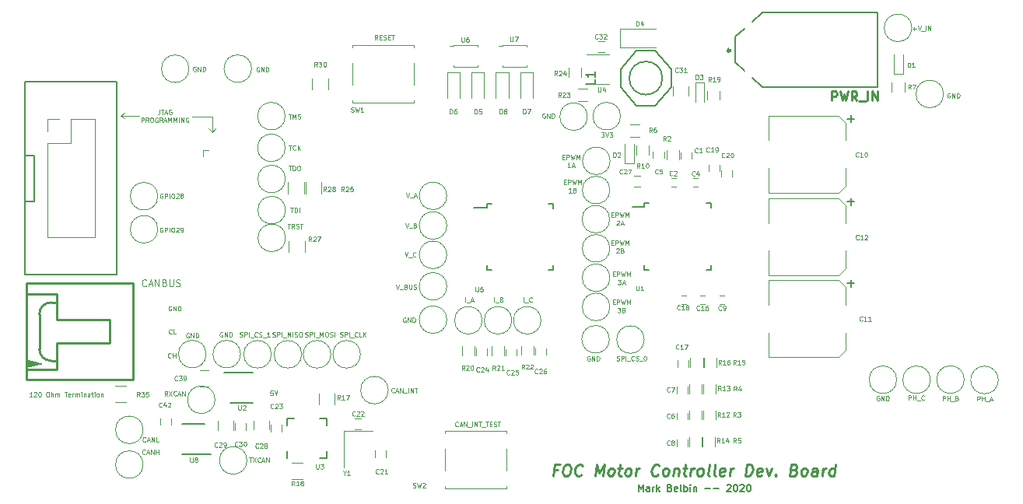
<source format=gto>
G04 #@! TF.GenerationSoftware,KiCad,Pcbnew,(5.1.5)-3*
G04 #@! TF.CreationDate,2020-02-07T19:54:23-03:30*
G04 #@! TF.ProjectId,MCU_Powertrain,4d43555f-506f-4776-9572-747261696e2e,rev?*
G04 #@! TF.SameCoordinates,Original*
G04 #@! TF.FileFunction,Legend,Top*
G04 #@! TF.FilePolarity,Positive*
%FSLAX46Y46*%
G04 Gerber Fmt 4.6, Leading zero omitted, Abs format (unit mm)*
G04 Created by KiCad (PCBNEW (5.1.5)-3) date 2020-02-07 19:54:23*
%MOMM*%
%LPD*%
G04 APERTURE LIST*
%ADD10C,0.125000*%
%ADD11C,0.150000*%
%ADD12C,0.250000*%
%ADD13C,0.120000*%
%ADD14C,0.254000*%
%ADD15C,0.100000*%
%ADD16C,0.300000*%
%ADD17C,0.127000*%
%ADD18C,0.250173*%
G04 APERTURE END LIST*
D10*
X31154761Y-119251190D02*
X30916666Y-119251190D01*
X30892857Y-119489285D01*
X30916666Y-119465476D01*
X30964285Y-119441666D01*
X31083333Y-119441666D01*
X31130952Y-119465476D01*
X31154761Y-119489285D01*
X31178571Y-119536904D01*
X31178571Y-119655952D01*
X31154761Y-119703571D01*
X31130952Y-119727380D01*
X31083333Y-119751190D01*
X30964285Y-119751190D01*
X30916666Y-119727380D01*
X30892857Y-119703571D01*
X31321428Y-119251190D02*
X31488095Y-119751190D01*
X31654761Y-119251190D01*
X66905952Y-91126190D02*
X67215476Y-91126190D01*
X67048809Y-91316666D01*
X67120238Y-91316666D01*
X67167857Y-91340476D01*
X67191666Y-91364285D01*
X67215476Y-91411904D01*
X67215476Y-91530952D01*
X67191666Y-91578571D01*
X67167857Y-91602380D01*
X67120238Y-91626190D01*
X66977380Y-91626190D01*
X66929761Y-91602380D01*
X66905952Y-91578571D01*
X67358333Y-91126190D02*
X67525000Y-91626190D01*
X67691666Y-91126190D01*
X67810714Y-91126190D02*
X68120238Y-91126190D01*
X67953571Y-91316666D01*
X68025000Y-91316666D01*
X68072619Y-91340476D01*
X68096428Y-91364285D01*
X68120238Y-91411904D01*
X68120238Y-91530952D01*
X68096428Y-91578571D01*
X68072619Y-91602380D01*
X68025000Y-91626190D01*
X67882142Y-91626190D01*
X67834523Y-91602380D01*
X67810714Y-91578571D01*
X60769047Y-89075000D02*
X60721428Y-89051190D01*
X60650000Y-89051190D01*
X60578571Y-89075000D01*
X60530952Y-89122619D01*
X60507142Y-89170238D01*
X60483333Y-89265476D01*
X60483333Y-89336904D01*
X60507142Y-89432142D01*
X60530952Y-89479761D01*
X60578571Y-89527380D01*
X60650000Y-89551190D01*
X60697619Y-89551190D01*
X60769047Y-89527380D01*
X60792857Y-89503571D01*
X60792857Y-89336904D01*
X60697619Y-89336904D01*
X61007142Y-89551190D02*
X61007142Y-89051190D01*
X61292857Y-89551190D01*
X61292857Y-89051190D01*
X61530952Y-89551190D02*
X61530952Y-89051190D01*
X61650000Y-89051190D01*
X61721428Y-89075000D01*
X61769047Y-89122619D01*
X61792857Y-89170238D01*
X61816666Y-89265476D01*
X61816666Y-89336904D01*
X61792857Y-89432142D01*
X61769047Y-89479761D01*
X61721428Y-89527380D01*
X61650000Y-89551190D01*
X61530952Y-89551190D01*
D11*
X70960714Y-130189285D02*
X70960714Y-129439285D01*
X71210714Y-129975000D01*
X71460714Y-129439285D01*
X71460714Y-130189285D01*
X72139285Y-130189285D02*
X72139285Y-129796428D01*
X72103571Y-129725000D01*
X72032142Y-129689285D01*
X71889285Y-129689285D01*
X71817857Y-129725000D01*
X72139285Y-130153571D02*
X72067857Y-130189285D01*
X71889285Y-130189285D01*
X71817857Y-130153571D01*
X71782142Y-130082142D01*
X71782142Y-130010714D01*
X71817857Y-129939285D01*
X71889285Y-129903571D01*
X72067857Y-129903571D01*
X72139285Y-129867857D01*
X72496428Y-130189285D02*
X72496428Y-129689285D01*
X72496428Y-129832142D02*
X72532142Y-129760714D01*
X72567857Y-129725000D01*
X72639285Y-129689285D01*
X72710714Y-129689285D01*
X72960714Y-130189285D02*
X72960714Y-129439285D01*
X73032142Y-129903571D02*
X73246428Y-130189285D01*
X73246428Y-129689285D02*
X72960714Y-129975000D01*
X74389285Y-129796428D02*
X74496428Y-129832142D01*
X74532142Y-129867857D01*
X74567857Y-129939285D01*
X74567857Y-130046428D01*
X74532142Y-130117857D01*
X74496428Y-130153571D01*
X74425000Y-130189285D01*
X74139285Y-130189285D01*
X74139285Y-129439285D01*
X74389285Y-129439285D01*
X74460714Y-129475000D01*
X74496428Y-129510714D01*
X74532142Y-129582142D01*
X74532142Y-129653571D01*
X74496428Y-129725000D01*
X74460714Y-129760714D01*
X74389285Y-129796428D01*
X74139285Y-129796428D01*
X75175000Y-130153571D02*
X75103571Y-130189285D01*
X74960714Y-130189285D01*
X74889285Y-130153571D01*
X74853571Y-130082142D01*
X74853571Y-129796428D01*
X74889285Y-129725000D01*
X74960714Y-129689285D01*
X75103571Y-129689285D01*
X75175000Y-129725000D01*
X75210714Y-129796428D01*
X75210714Y-129867857D01*
X74853571Y-129939285D01*
X75639285Y-130189285D02*
X75567857Y-130153571D01*
X75532142Y-130082142D01*
X75532142Y-129439285D01*
X75925000Y-130189285D02*
X75925000Y-129439285D01*
X75925000Y-129725000D02*
X75996428Y-129689285D01*
X76139285Y-129689285D01*
X76210714Y-129725000D01*
X76246428Y-129760714D01*
X76282142Y-129832142D01*
X76282142Y-130046428D01*
X76246428Y-130117857D01*
X76210714Y-130153571D01*
X76139285Y-130189285D01*
X75996428Y-130189285D01*
X75925000Y-130153571D01*
X76603571Y-130189285D02*
X76603571Y-129689285D01*
X76603571Y-129439285D02*
X76567857Y-129475000D01*
X76603571Y-129510714D01*
X76639285Y-129475000D01*
X76603571Y-129439285D01*
X76603571Y-129510714D01*
X76960714Y-129689285D02*
X76960714Y-130189285D01*
X76960714Y-129760714D02*
X76996428Y-129725000D01*
X77067857Y-129689285D01*
X77175000Y-129689285D01*
X77246428Y-129725000D01*
X77282142Y-129796428D01*
X77282142Y-130189285D01*
X78210714Y-129903571D02*
X78782142Y-129903571D01*
X79139285Y-129903571D02*
X79710714Y-129903571D01*
X80603571Y-129510714D02*
X80639285Y-129475000D01*
X80710714Y-129439285D01*
X80889285Y-129439285D01*
X80960714Y-129475000D01*
X80996428Y-129510714D01*
X81032142Y-129582142D01*
X81032142Y-129653571D01*
X80996428Y-129760714D01*
X80567857Y-130189285D01*
X81032142Y-130189285D01*
X81496428Y-129439285D02*
X81567857Y-129439285D01*
X81639285Y-129475000D01*
X81675000Y-129510714D01*
X81710714Y-129582142D01*
X81746428Y-129725000D01*
X81746428Y-129903571D01*
X81710714Y-130046428D01*
X81675000Y-130117857D01*
X81639285Y-130153571D01*
X81567857Y-130189285D01*
X81496428Y-130189285D01*
X81425000Y-130153571D01*
X81389285Y-130117857D01*
X81353571Y-130046428D01*
X81317857Y-129903571D01*
X81317857Y-129725000D01*
X81353571Y-129582142D01*
X81389285Y-129510714D01*
X81425000Y-129475000D01*
X81496428Y-129439285D01*
X82032142Y-129510714D02*
X82067857Y-129475000D01*
X82139285Y-129439285D01*
X82317857Y-129439285D01*
X82389285Y-129475000D01*
X82425000Y-129510714D01*
X82460714Y-129582142D01*
X82460714Y-129653571D01*
X82425000Y-129760714D01*
X81996428Y-130189285D01*
X82460714Y-130189285D01*
X82925000Y-129439285D02*
X82996428Y-129439285D01*
X83067857Y-129475000D01*
X83103571Y-129510714D01*
X83139285Y-129582142D01*
X83175000Y-129725000D01*
X83175000Y-129903571D01*
X83139285Y-130046428D01*
X83103571Y-130117857D01*
X83067857Y-130153571D01*
X82996428Y-130189285D01*
X82925000Y-130189285D01*
X82853571Y-130153571D01*
X82817857Y-130117857D01*
X82782142Y-130046428D01*
X82746428Y-129903571D01*
X82746428Y-129725000D01*
X82782142Y-129582142D01*
X82817857Y-129510714D01*
X82853571Y-129475000D01*
X82925000Y-129439285D01*
D12*
X62145833Y-127860714D02*
X61729166Y-127860714D01*
X61647321Y-128515476D02*
X61803571Y-127265476D01*
X62398809Y-127265476D01*
X63113095Y-127265476D02*
X63351190Y-127265476D01*
X63462797Y-127325000D01*
X63566964Y-127444047D01*
X63596726Y-127682142D01*
X63544642Y-128098809D01*
X63455357Y-128336904D01*
X63321428Y-128455952D01*
X63194940Y-128515476D01*
X62956845Y-128515476D01*
X62845238Y-128455952D01*
X62741071Y-128336904D01*
X62711309Y-128098809D01*
X62763392Y-127682142D01*
X62852678Y-127444047D01*
X62986607Y-127325000D01*
X63113095Y-127265476D01*
X64757440Y-128396428D02*
X64690476Y-128455952D01*
X64504464Y-128515476D01*
X64385416Y-128515476D01*
X64214285Y-128455952D01*
X64110119Y-128336904D01*
X64065476Y-128217857D01*
X64035714Y-127979761D01*
X64058035Y-127801190D01*
X64147321Y-127563095D01*
X64221726Y-127444047D01*
X64355654Y-127325000D01*
X64541666Y-127265476D01*
X64660714Y-127265476D01*
X64831845Y-127325000D01*
X64883928Y-127384523D01*
X66230654Y-128515476D02*
X66386904Y-127265476D01*
X66691964Y-128158333D01*
X67220238Y-127265476D01*
X67063988Y-128515476D01*
X67837797Y-128515476D02*
X67726190Y-128455952D01*
X67674107Y-128396428D01*
X67629464Y-128277380D01*
X67674107Y-127920238D01*
X67748511Y-127801190D01*
X67815476Y-127741666D01*
X67941964Y-127682142D01*
X68120535Y-127682142D01*
X68232142Y-127741666D01*
X68284226Y-127801190D01*
X68328869Y-127920238D01*
X68284226Y-128277380D01*
X68209821Y-128396428D01*
X68142857Y-128455952D01*
X68016369Y-128515476D01*
X67837797Y-128515476D01*
X68715773Y-127682142D02*
X69191964Y-127682142D01*
X68946428Y-127265476D02*
X68812500Y-128336904D01*
X68857142Y-128455952D01*
X68968750Y-128515476D01*
X69087797Y-128515476D01*
X69683035Y-128515476D02*
X69571428Y-128455952D01*
X69519345Y-128396428D01*
X69474702Y-128277380D01*
X69519345Y-127920238D01*
X69593750Y-127801190D01*
X69660714Y-127741666D01*
X69787202Y-127682142D01*
X69965773Y-127682142D01*
X70077380Y-127741666D01*
X70129464Y-127801190D01*
X70174107Y-127920238D01*
X70129464Y-128277380D01*
X70055059Y-128396428D01*
X69988095Y-128455952D01*
X69861607Y-128515476D01*
X69683035Y-128515476D01*
X70635416Y-128515476D02*
X70739583Y-127682142D01*
X70709821Y-127920238D02*
X70784226Y-127801190D01*
X70851190Y-127741666D01*
X70977678Y-127682142D01*
X71096726Y-127682142D01*
X73090773Y-128396428D02*
X73023809Y-128455952D01*
X72837797Y-128515476D01*
X72718750Y-128515476D01*
X72547619Y-128455952D01*
X72443452Y-128336904D01*
X72398809Y-128217857D01*
X72369047Y-127979761D01*
X72391369Y-127801190D01*
X72480654Y-127563095D01*
X72555059Y-127444047D01*
X72688988Y-127325000D01*
X72875000Y-127265476D01*
X72994047Y-127265476D01*
X73165178Y-127325000D01*
X73217261Y-127384523D01*
X73790178Y-128515476D02*
X73678571Y-128455952D01*
X73626488Y-128396428D01*
X73581845Y-128277380D01*
X73626488Y-127920238D01*
X73700892Y-127801190D01*
X73767857Y-127741666D01*
X73894345Y-127682142D01*
X74072916Y-127682142D01*
X74184523Y-127741666D01*
X74236607Y-127801190D01*
X74281250Y-127920238D01*
X74236607Y-128277380D01*
X74162202Y-128396428D01*
X74095238Y-128455952D01*
X73968750Y-128515476D01*
X73790178Y-128515476D01*
X74846726Y-127682142D02*
X74742559Y-128515476D01*
X74831845Y-127801190D02*
X74898809Y-127741666D01*
X75025297Y-127682142D01*
X75203869Y-127682142D01*
X75315476Y-127741666D01*
X75360119Y-127860714D01*
X75278273Y-128515476D01*
X75799107Y-127682142D02*
X76275297Y-127682142D01*
X76029761Y-127265476D02*
X75895833Y-128336904D01*
X75940476Y-128455952D01*
X76052083Y-128515476D01*
X76171130Y-128515476D01*
X76587797Y-128515476D02*
X76691964Y-127682142D01*
X76662202Y-127920238D02*
X76736607Y-127801190D01*
X76803571Y-127741666D01*
X76930059Y-127682142D01*
X77049107Y-127682142D01*
X77540178Y-128515476D02*
X77428571Y-128455952D01*
X77376488Y-128396428D01*
X77331845Y-128277380D01*
X77376488Y-127920238D01*
X77450892Y-127801190D01*
X77517857Y-127741666D01*
X77644345Y-127682142D01*
X77822916Y-127682142D01*
X77934523Y-127741666D01*
X77986607Y-127801190D01*
X78031250Y-127920238D01*
X77986607Y-128277380D01*
X77912202Y-128396428D01*
X77845238Y-128455952D01*
X77718750Y-128515476D01*
X77540178Y-128515476D01*
X78671130Y-128515476D02*
X78559523Y-128455952D01*
X78514880Y-128336904D01*
X78648809Y-127265476D01*
X79325892Y-128515476D02*
X79214285Y-128455952D01*
X79169642Y-128336904D01*
X79303571Y-127265476D01*
X80285714Y-128455952D02*
X80159226Y-128515476D01*
X79921130Y-128515476D01*
X79809523Y-128455952D01*
X79764880Y-128336904D01*
X79824404Y-127860714D01*
X79898809Y-127741666D01*
X80025297Y-127682142D01*
X80263392Y-127682142D01*
X80375000Y-127741666D01*
X80419642Y-127860714D01*
X80404761Y-127979761D01*
X79794642Y-128098809D01*
X80873511Y-128515476D02*
X80977678Y-127682142D01*
X80947916Y-127920238D02*
X81022321Y-127801190D01*
X81089285Y-127741666D01*
X81215773Y-127682142D01*
X81334821Y-127682142D01*
X82599702Y-128515476D02*
X82755952Y-127265476D01*
X83053571Y-127265476D01*
X83224702Y-127325000D01*
X83328869Y-127444047D01*
X83373511Y-127563095D01*
X83403273Y-127801190D01*
X83380952Y-127979761D01*
X83291666Y-128217857D01*
X83217261Y-128336904D01*
X83083333Y-128455952D01*
X82897321Y-128515476D01*
X82599702Y-128515476D01*
X84333333Y-128455952D02*
X84206845Y-128515476D01*
X83968750Y-128515476D01*
X83857142Y-128455952D01*
X83812499Y-128336904D01*
X83872023Y-127860714D01*
X83946428Y-127741666D01*
X84072916Y-127682142D01*
X84311011Y-127682142D01*
X84422619Y-127741666D01*
X84467261Y-127860714D01*
X84452380Y-127979761D01*
X83842261Y-128098809D01*
X84906249Y-127682142D02*
X85099702Y-128515476D01*
X85501488Y-127682142D01*
X85888392Y-128396428D02*
X85940476Y-128455952D01*
X85873511Y-128515476D01*
X85821428Y-128455952D01*
X85888392Y-128396428D01*
X85873511Y-128515476D01*
X87919642Y-127860714D02*
X88090773Y-127920238D01*
X88142857Y-127979761D01*
X88187499Y-128098809D01*
X88165178Y-128277380D01*
X88090773Y-128396428D01*
X88023809Y-128455952D01*
X87897321Y-128515476D01*
X87421130Y-128515476D01*
X87577380Y-127265476D01*
X87994047Y-127265476D01*
X88105654Y-127325000D01*
X88157738Y-127384523D01*
X88202380Y-127503571D01*
X88187499Y-127622619D01*
X88113095Y-127741666D01*
X88046130Y-127801190D01*
X87919642Y-127860714D01*
X87502976Y-127860714D01*
X88849702Y-128515476D02*
X88738095Y-128455952D01*
X88686011Y-128396428D01*
X88641369Y-128277380D01*
X88686011Y-127920238D01*
X88760416Y-127801190D01*
X88827380Y-127741666D01*
X88953869Y-127682142D01*
X89132440Y-127682142D01*
X89244047Y-127741666D01*
X89296130Y-127801190D01*
X89340773Y-127920238D01*
X89296130Y-128277380D01*
X89221726Y-128396428D01*
X89154761Y-128455952D01*
X89028273Y-128515476D01*
X88849702Y-128515476D01*
X90337797Y-128515476D02*
X90419642Y-127860714D01*
X90374999Y-127741666D01*
X90263392Y-127682142D01*
X90025297Y-127682142D01*
X89898809Y-127741666D01*
X90345238Y-128455952D02*
X90218749Y-128515476D01*
X89921130Y-128515476D01*
X89809523Y-128455952D01*
X89764880Y-128336904D01*
X89779761Y-128217857D01*
X89854166Y-128098809D01*
X89980654Y-128039285D01*
X90278273Y-128039285D01*
X90404761Y-127979761D01*
X90933035Y-128515476D02*
X91037202Y-127682142D01*
X91007440Y-127920238D02*
X91081845Y-127801190D01*
X91148809Y-127741666D01*
X91275297Y-127682142D01*
X91394345Y-127682142D01*
X92242559Y-128515476D02*
X92398809Y-127265476D01*
X92249999Y-128455952D02*
X92123511Y-128515476D01*
X91885416Y-128515476D01*
X91773809Y-128455952D01*
X91721726Y-128396428D01*
X91677083Y-128277380D01*
X91721726Y-127920238D01*
X91796130Y-127801190D01*
X91863095Y-127741666D01*
X91989583Y-127682142D01*
X92227678Y-127682142D01*
X92339285Y-127741666D01*
D10*
X17392857Y-107792857D02*
X17357142Y-107828571D01*
X17249999Y-107864285D01*
X17178571Y-107864285D01*
X17071428Y-107828571D01*
X16999999Y-107757142D01*
X16964285Y-107685714D01*
X16928571Y-107542857D01*
X16928571Y-107435714D01*
X16964285Y-107292857D01*
X16999999Y-107221428D01*
X17071428Y-107150000D01*
X17178571Y-107114285D01*
X17249999Y-107114285D01*
X17357142Y-107150000D01*
X17392857Y-107185714D01*
X17678571Y-107650000D02*
X18035714Y-107650000D01*
X17607142Y-107864285D02*
X17857142Y-107114285D01*
X18107142Y-107864285D01*
X18357142Y-107864285D02*
X18357142Y-107114285D01*
X18785714Y-107864285D01*
X18785714Y-107114285D01*
X19392857Y-107471428D02*
X19499999Y-107507142D01*
X19535714Y-107542857D01*
X19571428Y-107614285D01*
X19571428Y-107721428D01*
X19535714Y-107792857D01*
X19499999Y-107828571D01*
X19428571Y-107864285D01*
X19142857Y-107864285D01*
X19142857Y-107114285D01*
X19392857Y-107114285D01*
X19464285Y-107150000D01*
X19499999Y-107185714D01*
X19535714Y-107257142D01*
X19535714Y-107328571D01*
X19499999Y-107400000D01*
X19464285Y-107435714D01*
X19392857Y-107471428D01*
X19142857Y-107471428D01*
X19892857Y-107114285D02*
X19892857Y-107721428D01*
X19928571Y-107792857D01*
X19964285Y-107828571D01*
X20035714Y-107864285D01*
X20178571Y-107864285D01*
X20249999Y-107828571D01*
X20285714Y-107792857D01*
X20321428Y-107721428D01*
X20321428Y-107114285D01*
X20642857Y-107828571D02*
X20749999Y-107864285D01*
X20928571Y-107864285D01*
X20999999Y-107828571D01*
X21035714Y-107792857D01*
X21071428Y-107721428D01*
X21071428Y-107650000D01*
X21035714Y-107578571D01*
X20999999Y-107542857D01*
X20928571Y-107507142D01*
X20785714Y-107471428D01*
X20714285Y-107435714D01*
X20678571Y-107400000D01*
X20642857Y-107328571D01*
X20642857Y-107257142D01*
X20678571Y-107185714D01*
X20714285Y-107150000D01*
X20785714Y-107114285D01*
X20964285Y-107114285D01*
X21071428Y-107150000D01*
X20152380Y-113003571D02*
X20128571Y-113027380D01*
X20057142Y-113051190D01*
X20009523Y-113051190D01*
X19938095Y-113027380D01*
X19890476Y-112979761D01*
X19866666Y-112932142D01*
X19842857Y-112836904D01*
X19842857Y-112765476D01*
X19866666Y-112670238D01*
X19890476Y-112622619D01*
X19938095Y-112575000D01*
X20009523Y-112551190D01*
X20057142Y-112551190D01*
X20128571Y-112575000D01*
X20152380Y-112598809D01*
X20604761Y-113051190D02*
X20366666Y-113051190D01*
X20366666Y-112551190D01*
X20094047Y-110050000D02*
X20046428Y-110026190D01*
X19975000Y-110026190D01*
X19903571Y-110050000D01*
X19855952Y-110097619D01*
X19832142Y-110145238D01*
X19808333Y-110240476D01*
X19808333Y-110311904D01*
X19832142Y-110407142D01*
X19855952Y-110454761D01*
X19903571Y-110502380D01*
X19975000Y-110526190D01*
X20022619Y-110526190D01*
X20094047Y-110502380D01*
X20117857Y-110478571D01*
X20117857Y-110311904D01*
X20022619Y-110311904D01*
X20332142Y-110526190D02*
X20332142Y-110026190D01*
X20617857Y-110526190D01*
X20617857Y-110026190D01*
X20855952Y-110526190D02*
X20855952Y-110026190D01*
X20975000Y-110026190D01*
X21046428Y-110050000D01*
X21094047Y-110097619D01*
X21117857Y-110145238D01*
X21141666Y-110240476D01*
X21141666Y-110311904D01*
X21117857Y-110407142D01*
X21094047Y-110454761D01*
X21046428Y-110502380D01*
X20975000Y-110526190D01*
X20855952Y-110526190D01*
X20067857Y-115603571D02*
X20044047Y-115627380D01*
X19972619Y-115651190D01*
X19925000Y-115651190D01*
X19853571Y-115627380D01*
X19805952Y-115579761D01*
X19782142Y-115532142D01*
X19758333Y-115436904D01*
X19758333Y-115365476D01*
X19782142Y-115270238D01*
X19805952Y-115222619D01*
X19853571Y-115175000D01*
X19925000Y-115151190D01*
X19972619Y-115151190D01*
X20044047Y-115175000D01*
X20067857Y-115198809D01*
X20282142Y-115651190D02*
X20282142Y-115151190D01*
X20282142Y-115389285D02*
X20567857Y-115389285D01*
X20567857Y-115651190D02*
X20567857Y-115151190D01*
X107852380Y-120351190D02*
X107852380Y-119851190D01*
X108042857Y-119851190D01*
X108090476Y-119875000D01*
X108114285Y-119898809D01*
X108138095Y-119946428D01*
X108138095Y-120017857D01*
X108114285Y-120065476D01*
X108090476Y-120089285D01*
X108042857Y-120113095D01*
X107852380Y-120113095D01*
X108352380Y-120351190D02*
X108352380Y-119851190D01*
X108352380Y-120089285D02*
X108638095Y-120089285D01*
X108638095Y-120351190D02*
X108638095Y-119851190D01*
X108757142Y-120398809D02*
X109138095Y-120398809D01*
X109233333Y-120208333D02*
X109471428Y-120208333D01*
X109185714Y-120351190D02*
X109352380Y-119851190D01*
X109519047Y-120351190D01*
X104066666Y-120326190D02*
X104066666Y-119826190D01*
X104257142Y-119826190D01*
X104304761Y-119850000D01*
X104328571Y-119873809D01*
X104352380Y-119921428D01*
X104352380Y-119992857D01*
X104328571Y-120040476D01*
X104304761Y-120064285D01*
X104257142Y-120088095D01*
X104066666Y-120088095D01*
X104566666Y-120326190D02*
X104566666Y-119826190D01*
X104566666Y-120064285D02*
X104852380Y-120064285D01*
X104852380Y-120326190D02*
X104852380Y-119826190D01*
X104971428Y-120373809D02*
X105352380Y-120373809D01*
X105638095Y-120064285D02*
X105709523Y-120088095D01*
X105733333Y-120111904D01*
X105757142Y-120159523D01*
X105757142Y-120230952D01*
X105733333Y-120278571D01*
X105709523Y-120302380D01*
X105661904Y-120326190D01*
X105471428Y-120326190D01*
X105471428Y-119826190D01*
X105638095Y-119826190D01*
X105685714Y-119850000D01*
X105709523Y-119873809D01*
X105733333Y-119921428D01*
X105733333Y-119969047D01*
X105709523Y-120016666D01*
X105685714Y-120040476D01*
X105638095Y-120064285D01*
X105471428Y-120064285D01*
X100366666Y-120251190D02*
X100366666Y-119751190D01*
X100557142Y-119751190D01*
X100604761Y-119775000D01*
X100628571Y-119798809D01*
X100652380Y-119846428D01*
X100652380Y-119917857D01*
X100628571Y-119965476D01*
X100604761Y-119989285D01*
X100557142Y-120013095D01*
X100366666Y-120013095D01*
X100866666Y-120251190D02*
X100866666Y-119751190D01*
X100866666Y-119989285D02*
X101152380Y-119989285D01*
X101152380Y-120251190D02*
X101152380Y-119751190D01*
X101271428Y-120298809D02*
X101652380Y-120298809D01*
X102057142Y-120203571D02*
X102033333Y-120227380D01*
X101961904Y-120251190D01*
X101914285Y-120251190D01*
X101842857Y-120227380D01*
X101795238Y-120179761D01*
X101771428Y-120132142D01*
X101747619Y-120036904D01*
X101747619Y-119965476D01*
X101771428Y-119870238D01*
X101795238Y-119822619D01*
X101842857Y-119775000D01*
X101914285Y-119751190D01*
X101961904Y-119751190D01*
X102033333Y-119775000D01*
X102057142Y-119798809D01*
X97169047Y-119825000D02*
X97121428Y-119801190D01*
X97050000Y-119801190D01*
X96978571Y-119825000D01*
X96930952Y-119872619D01*
X96907142Y-119920238D01*
X96883333Y-120015476D01*
X96883333Y-120086904D01*
X96907142Y-120182142D01*
X96930952Y-120229761D01*
X96978571Y-120277380D01*
X97050000Y-120301190D01*
X97097619Y-120301190D01*
X97169047Y-120277380D01*
X97192857Y-120253571D01*
X97192857Y-120086904D01*
X97097619Y-120086904D01*
X97407142Y-120301190D02*
X97407142Y-119801190D01*
X97692857Y-120301190D01*
X97692857Y-119801190D01*
X97930952Y-120301190D02*
X97930952Y-119801190D01*
X98050000Y-119801190D01*
X98121428Y-119825000D01*
X98169047Y-119872619D01*
X98192857Y-119920238D01*
X98216666Y-120015476D01*
X98216666Y-120086904D01*
X98192857Y-120182142D01*
X98169047Y-120229761D01*
X98121428Y-120277380D01*
X98050000Y-120301190D01*
X97930952Y-120301190D01*
X68580952Y-115927380D02*
X68652380Y-115951190D01*
X68771428Y-115951190D01*
X68819047Y-115927380D01*
X68842857Y-115903571D01*
X68866666Y-115855952D01*
X68866666Y-115808333D01*
X68842857Y-115760714D01*
X68819047Y-115736904D01*
X68771428Y-115713095D01*
X68676190Y-115689285D01*
X68628571Y-115665476D01*
X68604761Y-115641666D01*
X68580952Y-115594047D01*
X68580952Y-115546428D01*
X68604761Y-115498809D01*
X68628571Y-115475000D01*
X68676190Y-115451190D01*
X68795238Y-115451190D01*
X68866666Y-115475000D01*
X69080952Y-115951190D02*
X69080952Y-115451190D01*
X69271428Y-115451190D01*
X69319047Y-115475000D01*
X69342857Y-115498809D01*
X69366666Y-115546428D01*
X69366666Y-115617857D01*
X69342857Y-115665476D01*
X69319047Y-115689285D01*
X69271428Y-115713095D01*
X69080952Y-115713095D01*
X69580952Y-115951190D02*
X69580952Y-115451190D01*
X69700000Y-115998809D02*
X70080952Y-115998809D01*
X70485714Y-115903571D02*
X70461904Y-115927380D01*
X70390476Y-115951190D01*
X70342857Y-115951190D01*
X70271428Y-115927380D01*
X70223809Y-115879761D01*
X70200000Y-115832142D01*
X70176190Y-115736904D01*
X70176190Y-115665476D01*
X70200000Y-115570238D01*
X70223809Y-115522619D01*
X70271428Y-115475000D01*
X70342857Y-115451190D01*
X70390476Y-115451190D01*
X70461904Y-115475000D01*
X70485714Y-115498809D01*
X70676190Y-115927380D02*
X70747619Y-115951190D01*
X70866666Y-115951190D01*
X70914285Y-115927380D01*
X70938095Y-115903571D01*
X70961904Y-115855952D01*
X70961904Y-115808333D01*
X70938095Y-115760714D01*
X70914285Y-115736904D01*
X70866666Y-115713095D01*
X70771428Y-115689285D01*
X70723809Y-115665476D01*
X70700000Y-115641666D01*
X70676190Y-115594047D01*
X70676190Y-115546428D01*
X70700000Y-115498809D01*
X70723809Y-115475000D01*
X70771428Y-115451190D01*
X70890476Y-115451190D01*
X70961904Y-115475000D01*
X71057142Y-115998809D02*
X71438095Y-115998809D01*
X71652380Y-115451190D02*
X71700000Y-115451190D01*
X71747619Y-115475000D01*
X71771428Y-115498809D01*
X71795238Y-115546428D01*
X71819047Y-115641666D01*
X71819047Y-115760714D01*
X71795238Y-115855952D01*
X71771428Y-115903571D01*
X71747619Y-115927380D01*
X71700000Y-115951190D01*
X71652380Y-115951190D01*
X71604761Y-115927380D01*
X71580952Y-115903571D01*
X71557142Y-115855952D01*
X71533333Y-115760714D01*
X71533333Y-115641666D01*
X71557142Y-115546428D01*
X71580952Y-115498809D01*
X71604761Y-115475000D01*
X71652380Y-115451190D01*
X68171428Y-109576785D02*
X68338095Y-109576785D01*
X68409523Y-109838690D02*
X68171428Y-109838690D01*
X68171428Y-109338690D01*
X68409523Y-109338690D01*
X68623809Y-109838690D02*
X68623809Y-109338690D01*
X68814285Y-109338690D01*
X68861904Y-109362500D01*
X68885714Y-109386309D01*
X68909523Y-109433928D01*
X68909523Y-109505357D01*
X68885714Y-109552976D01*
X68861904Y-109576785D01*
X68814285Y-109600595D01*
X68623809Y-109600595D01*
X69076190Y-109338690D02*
X69195238Y-109838690D01*
X69290476Y-109481547D01*
X69385714Y-109838690D01*
X69504761Y-109338690D01*
X69695238Y-109838690D02*
X69695238Y-109338690D01*
X69861904Y-109695833D01*
X70028571Y-109338690D01*
X70028571Y-109838690D01*
X68683333Y-110213690D02*
X68992857Y-110213690D01*
X68826190Y-110404166D01*
X68897619Y-110404166D01*
X68945238Y-110427976D01*
X68969047Y-110451785D01*
X68992857Y-110499404D01*
X68992857Y-110618452D01*
X68969047Y-110666071D01*
X68945238Y-110689880D01*
X68897619Y-110713690D01*
X68754761Y-110713690D01*
X68707142Y-110689880D01*
X68683333Y-110666071D01*
X69373809Y-110451785D02*
X69445238Y-110475595D01*
X69469047Y-110499404D01*
X69492857Y-110547023D01*
X69492857Y-110618452D01*
X69469047Y-110666071D01*
X69445238Y-110689880D01*
X69397619Y-110713690D01*
X69207142Y-110713690D01*
X69207142Y-110213690D01*
X69373809Y-110213690D01*
X69421428Y-110237500D01*
X69445238Y-110261309D01*
X69469047Y-110308928D01*
X69469047Y-110356547D01*
X69445238Y-110404166D01*
X69421428Y-110427976D01*
X69373809Y-110451785D01*
X69207142Y-110451785D01*
X65669047Y-115500000D02*
X65621428Y-115476190D01*
X65550000Y-115476190D01*
X65478571Y-115500000D01*
X65430952Y-115547619D01*
X65407142Y-115595238D01*
X65383333Y-115690476D01*
X65383333Y-115761904D01*
X65407142Y-115857142D01*
X65430952Y-115904761D01*
X65478571Y-115952380D01*
X65550000Y-115976190D01*
X65597619Y-115976190D01*
X65669047Y-115952380D01*
X65692857Y-115928571D01*
X65692857Y-115761904D01*
X65597619Y-115761904D01*
X65907142Y-115976190D02*
X65907142Y-115476190D01*
X66192857Y-115976190D01*
X66192857Y-115476190D01*
X66430952Y-115976190D02*
X66430952Y-115476190D01*
X66550000Y-115476190D01*
X66621428Y-115500000D01*
X66669047Y-115547619D01*
X66692857Y-115595238D01*
X66716666Y-115690476D01*
X66716666Y-115761904D01*
X66692857Y-115857142D01*
X66669047Y-115904761D01*
X66621428Y-115952380D01*
X66550000Y-115976190D01*
X66430952Y-115976190D01*
X68171428Y-106526785D02*
X68338095Y-106526785D01*
X68409523Y-106788690D02*
X68171428Y-106788690D01*
X68171428Y-106288690D01*
X68409523Y-106288690D01*
X68623809Y-106788690D02*
X68623809Y-106288690D01*
X68814285Y-106288690D01*
X68861904Y-106312500D01*
X68885714Y-106336309D01*
X68909523Y-106383928D01*
X68909523Y-106455357D01*
X68885714Y-106502976D01*
X68861904Y-106526785D01*
X68814285Y-106550595D01*
X68623809Y-106550595D01*
X69076190Y-106288690D02*
X69195238Y-106788690D01*
X69290476Y-106431547D01*
X69385714Y-106788690D01*
X69504761Y-106288690D01*
X69695238Y-106788690D02*
X69695238Y-106288690D01*
X69861904Y-106645833D01*
X70028571Y-106288690D01*
X70028571Y-106788690D01*
X68719047Y-107163690D02*
X69028571Y-107163690D01*
X68861904Y-107354166D01*
X68933333Y-107354166D01*
X68980952Y-107377976D01*
X69004761Y-107401785D01*
X69028571Y-107449404D01*
X69028571Y-107568452D01*
X69004761Y-107616071D01*
X68980952Y-107639880D01*
X68933333Y-107663690D01*
X68790476Y-107663690D01*
X68742857Y-107639880D01*
X68719047Y-107616071D01*
X69219047Y-107520833D02*
X69457142Y-107520833D01*
X69171428Y-107663690D02*
X69338095Y-107163690D01*
X69504761Y-107663690D01*
X68021428Y-103101785D02*
X68188095Y-103101785D01*
X68259523Y-103363690D02*
X68021428Y-103363690D01*
X68021428Y-102863690D01*
X68259523Y-102863690D01*
X68473809Y-103363690D02*
X68473809Y-102863690D01*
X68664285Y-102863690D01*
X68711904Y-102887500D01*
X68735714Y-102911309D01*
X68759523Y-102958928D01*
X68759523Y-103030357D01*
X68735714Y-103077976D01*
X68711904Y-103101785D01*
X68664285Y-103125595D01*
X68473809Y-103125595D01*
X68926190Y-102863690D02*
X69045238Y-103363690D01*
X69140476Y-103006547D01*
X69235714Y-103363690D01*
X69354761Y-102863690D01*
X69545238Y-103363690D02*
X69545238Y-102863690D01*
X69711904Y-103220833D01*
X69878571Y-102863690D01*
X69878571Y-103363690D01*
X68557142Y-103786309D02*
X68580952Y-103762500D01*
X68628571Y-103738690D01*
X68747619Y-103738690D01*
X68795238Y-103762500D01*
X68819047Y-103786309D01*
X68842857Y-103833928D01*
X68842857Y-103881547D01*
X68819047Y-103952976D01*
X68533333Y-104238690D01*
X68842857Y-104238690D01*
X69223809Y-103976785D02*
X69295238Y-104000595D01*
X69319047Y-104024404D01*
X69342857Y-104072023D01*
X69342857Y-104143452D01*
X69319047Y-104191071D01*
X69295238Y-104214880D01*
X69247619Y-104238690D01*
X69057142Y-104238690D01*
X69057142Y-103738690D01*
X69223809Y-103738690D01*
X69271428Y-103762500D01*
X69295238Y-103786309D01*
X69319047Y-103833928D01*
X69319047Y-103881547D01*
X69295238Y-103929166D01*
X69271428Y-103952976D01*
X69223809Y-103976785D01*
X69057142Y-103976785D01*
X68021428Y-100076785D02*
X68188095Y-100076785D01*
X68259523Y-100338690D02*
X68021428Y-100338690D01*
X68021428Y-99838690D01*
X68259523Y-99838690D01*
X68473809Y-100338690D02*
X68473809Y-99838690D01*
X68664285Y-99838690D01*
X68711904Y-99862500D01*
X68735714Y-99886309D01*
X68759523Y-99933928D01*
X68759523Y-100005357D01*
X68735714Y-100052976D01*
X68711904Y-100076785D01*
X68664285Y-100100595D01*
X68473809Y-100100595D01*
X68926190Y-99838690D02*
X69045238Y-100338690D01*
X69140476Y-99981547D01*
X69235714Y-100338690D01*
X69354761Y-99838690D01*
X69545238Y-100338690D02*
X69545238Y-99838690D01*
X69711904Y-100195833D01*
X69878571Y-99838690D01*
X69878571Y-100338690D01*
X68592857Y-100761309D02*
X68616666Y-100737500D01*
X68664285Y-100713690D01*
X68783333Y-100713690D01*
X68830952Y-100737500D01*
X68854761Y-100761309D01*
X68878571Y-100808928D01*
X68878571Y-100856547D01*
X68854761Y-100927976D01*
X68569047Y-101213690D01*
X68878571Y-101213690D01*
X69069047Y-101070833D02*
X69307142Y-101070833D01*
X69021428Y-101213690D02*
X69188095Y-100713690D01*
X69354761Y-101213690D01*
X62846428Y-96526785D02*
X63013095Y-96526785D01*
X63084523Y-96788690D02*
X62846428Y-96788690D01*
X62846428Y-96288690D01*
X63084523Y-96288690D01*
X63298809Y-96788690D02*
X63298809Y-96288690D01*
X63489285Y-96288690D01*
X63536904Y-96312500D01*
X63560714Y-96336309D01*
X63584523Y-96383928D01*
X63584523Y-96455357D01*
X63560714Y-96502976D01*
X63536904Y-96526785D01*
X63489285Y-96550595D01*
X63298809Y-96550595D01*
X63751190Y-96288690D02*
X63870238Y-96788690D01*
X63965476Y-96431547D01*
X64060714Y-96788690D01*
X64179761Y-96288690D01*
X64370238Y-96788690D02*
X64370238Y-96288690D01*
X64536904Y-96645833D01*
X64703571Y-96288690D01*
X64703571Y-96788690D01*
X63667857Y-97663690D02*
X63382142Y-97663690D01*
X63525000Y-97663690D02*
X63525000Y-97163690D01*
X63477380Y-97235119D01*
X63429761Y-97282738D01*
X63382142Y-97306547D01*
X64048809Y-97401785D02*
X64120238Y-97425595D01*
X64144047Y-97449404D01*
X64167857Y-97497023D01*
X64167857Y-97568452D01*
X64144047Y-97616071D01*
X64120238Y-97639880D01*
X64072619Y-97663690D01*
X63882142Y-97663690D01*
X63882142Y-97163690D01*
X64048809Y-97163690D01*
X64096428Y-97187500D01*
X64120238Y-97211309D01*
X64144047Y-97258928D01*
X64144047Y-97306547D01*
X64120238Y-97354166D01*
X64096428Y-97377976D01*
X64048809Y-97401785D01*
X63882142Y-97401785D01*
X62671428Y-93801785D02*
X62838095Y-93801785D01*
X62909523Y-94063690D02*
X62671428Y-94063690D01*
X62671428Y-93563690D01*
X62909523Y-93563690D01*
X63123809Y-94063690D02*
X63123809Y-93563690D01*
X63314285Y-93563690D01*
X63361904Y-93587500D01*
X63385714Y-93611309D01*
X63409523Y-93658928D01*
X63409523Y-93730357D01*
X63385714Y-93777976D01*
X63361904Y-93801785D01*
X63314285Y-93825595D01*
X63123809Y-93825595D01*
X63576190Y-93563690D02*
X63695238Y-94063690D01*
X63790476Y-93706547D01*
X63885714Y-94063690D01*
X64004761Y-93563690D01*
X64195238Y-94063690D02*
X64195238Y-93563690D01*
X64361904Y-93920833D01*
X64528571Y-93563690D01*
X64528571Y-94063690D01*
X63528571Y-94938690D02*
X63242857Y-94938690D01*
X63385714Y-94938690D02*
X63385714Y-94438690D01*
X63338095Y-94510119D01*
X63290476Y-94557738D01*
X63242857Y-94581547D01*
X63719047Y-94795833D02*
X63957142Y-94795833D01*
X63671428Y-94938690D02*
X63838095Y-94438690D01*
X64004761Y-94938690D01*
X100798809Y-79835714D02*
X101179761Y-79835714D01*
X100989285Y-80026190D02*
X100989285Y-79645238D01*
X101346428Y-79526190D02*
X101513095Y-80026190D01*
X101679761Y-79526190D01*
X101727380Y-80073809D02*
X102108333Y-80073809D01*
X102227380Y-80026190D02*
X102227380Y-79526190D01*
X102465476Y-80026190D02*
X102465476Y-79526190D01*
X102751190Y-80026190D01*
X102751190Y-79526190D01*
X104869047Y-86875000D02*
X104821428Y-86851190D01*
X104750000Y-86851190D01*
X104678571Y-86875000D01*
X104630952Y-86922619D01*
X104607142Y-86970238D01*
X104583333Y-87065476D01*
X104583333Y-87136904D01*
X104607142Y-87232142D01*
X104630952Y-87279761D01*
X104678571Y-87327380D01*
X104750000Y-87351190D01*
X104797619Y-87351190D01*
X104869047Y-87327380D01*
X104892857Y-87303571D01*
X104892857Y-87136904D01*
X104797619Y-87136904D01*
X105107142Y-87351190D02*
X105107142Y-86851190D01*
X105392857Y-87351190D01*
X105392857Y-86851190D01*
X105630952Y-87351190D02*
X105630952Y-86851190D01*
X105750000Y-86851190D01*
X105821428Y-86875000D01*
X105869047Y-86922619D01*
X105892857Y-86970238D01*
X105916666Y-87065476D01*
X105916666Y-87136904D01*
X105892857Y-87232142D01*
X105869047Y-87279761D01*
X105821428Y-87327380D01*
X105750000Y-87351190D01*
X105630952Y-87351190D01*
X58459523Y-109576190D02*
X58459523Y-109076190D01*
X58578571Y-109623809D02*
X58959523Y-109623809D01*
X59364285Y-109528571D02*
X59340476Y-109552380D01*
X59269047Y-109576190D01*
X59221428Y-109576190D01*
X59150000Y-109552380D01*
X59102380Y-109504761D01*
X59078571Y-109457142D01*
X59054761Y-109361904D01*
X59054761Y-109290476D01*
X59078571Y-109195238D01*
X59102380Y-109147619D01*
X59150000Y-109100000D01*
X59221428Y-109076190D01*
X59269047Y-109076190D01*
X59340476Y-109100000D01*
X59364285Y-109123809D01*
X55259523Y-109576190D02*
X55259523Y-109076190D01*
X55378571Y-109623809D02*
X55759523Y-109623809D01*
X56045238Y-109314285D02*
X56116666Y-109338095D01*
X56140476Y-109361904D01*
X56164285Y-109409523D01*
X56164285Y-109480952D01*
X56140476Y-109528571D01*
X56116666Y-109552380D01*
X56069047Y-109576190D01*
X55878571Y-109576190D01*
X55878571Y-109076190D01*
X56045238Y-109076190D01*
X56092857Y-109100000D01*
X56116666Y-109123809D01*
X56140476Y-109171428D01*
X56140476Y-109219047D01*
X56116666Y-109266666D01*
X56092857Y-109290476D01*
X56045238Y-109314285D01*
X55878571Y-109314285D01*
X52145238Y-109576190D02*
X52145238Y-109076190D01*
X52264285Y-109623809D02*
X52645238Y-109623809D01*
X52740476Y-109433333D02*
X52978571Y-109433333D01*
X52692857Y-109576190D02*
X52859523Y-109076190D01*
X53026190Y-109576190D01*
X45619047Y-111300000D02*
X45571428Y-111276190D01*
X45500000Y-111276190D01*
X45428571Y-111300000D01*
X45380952Y-111347619D01*
X45357142Y-111395238D01*
X45333333Y-111490476D01*
X45333333Y-111561904D01*
X45357142Y-111657142D01*
X45380952Y-111704761D01*
X45428571Y-111752380D01*
X45500000Y-111776190D01*
X45547619Y-111776190D01*
X45619047Y-111752380D01*
X45642857Y-111728571D01*
X45642857Y-111561904D01*
X45547619Y-111561904D01*
X45857142Y-111776190D02*
X45857142Y-111276190D01*
X46142857Y-111776190D01*
X46142857Y-111276190D01*
X46380952Y-111776190D02*
X46380952Y-111276190D01*
X46500000Y-111276190D01*
X46571428Y-111300000D01*
X46619047Y-111347619D01*
X46642857Y-111395238D01*
X46666666Y-111490476D01*
X46666666Y-111561904D01*
X46642857Y-111657142D01*
X46619047Y-111704761D01*
X46571428Y-111752380D01*
X46500000Y-111776190D01*
X46380952Y-111776190D01*
X44592857Y-107676190D02*
X44759523Y-108176190D01*
X44926190Y-107676190D01*
X44973809Y-108223809D02*
X45354761Y-108223809D01*
X45640476Y-107914285D02*
X45711904Y-107938095D01*
X45735714Y-107961904D01*
X45759523Y-108009523D01*
X45759523Y-108080952D01*
X45735714Y-108128571D01*
X45711904Y-108152380D01*
X45664285Y-108176190D01*
X45473809Y-108176190D01*
X45473809Y-107676190D01*
X45640476Y-107676190D01*
X45688095Y-107700000D01*
X45711904Y-107723809D01*
X45735714Y-107771428D01*
X45735714Y-107819047D01*
X45711904Y-107866666D01*
X45688095Y-107890476D01*
X45640476Y-107914285D01*
X45473809Y-107914285D01*
X45973809Y-107676190D02*
X45973809Y-108080952D01*
X45997619Y-108128571D01*
X46021428Y-108152380D01*
X46069047Y-108176190D01*
X46164285Y-108176190D01*
X46211904Y-108152380D01*
X46235714Y-108128571D01*
X46259523Y-108080952D01*
X46259523Y-107676190D01*
X46473809Y-108152380D02*
X46545238Y-108176190D01*
X46664285Y-108176190D01*
X46711904Y-108152380D01*
X46735714Y-108128571D01*
X46759523Y-108080952D01*
X46759523Y-108033333D01*
X46735714Y-107985714D01*
X46711904Y-107961904D01*
X46664285Y-107938095D01*
X46569047Y-107914285D01*
X46521428Y-107890476D01*
X46497619Y-107866666D01*
X46473809Y-107819047D01*
X46473809Y-107771428D01*
X46497619Y-107723809D01*
X46521428Y-107700000D01*
X46569047Y-107676190D01*
X46688095Y-107676190D01*
X46759523Y-107700000D01*
X45542857Y-104176190D02*
X45709523Y-104676190D01*
X45876190Y-104176190D01*
X45923809Y-104723809D02*
X46304761Y-104723809D01*
X46709523Y-104628571D02*
X46685714Y-104652380D01*
X46614285Y-104676190D01*
X46566666Y-104676190D01*
X46495238Y-104652380D01*
X46447619Y-104604761D01*
X46423809Y-104557142D01*
X46400000Y-104461904D01*
X46400000Y-104390476D01*
X46423809Y-104295238D01*
X46447619Y-104247619D01*
X46495238Y-104200000D01*
X46566666Y-104176190D01*
X46614285Y-104176190D01*
X46685714Y-104200000D01*
X46709523Y-104223809D01*
X45592857Y-100976190D02*
X45759523Y-101476190D01*
X45926190Y-100976190D01*
X45973809Y-101523809D02*
X46354761Y-101523809D01*
X46640476Y-101214285D02*
X46711904Y-101238095D01*
X46735714Y-101261904D01*
X46759523Y-101309523D01*
X46759523Y-101380952D01*
X46735714Y-101428571D01*
X46711904Y-101452380D01*
X46664285Y-101476190D01*
X46473809Y-101476190D01*
X46473809Y-100976190D01*
X46640476Y-100976190D01*
X46688095Y-101000000D01*
X46711904Y-101023809D01*
X46735714Y-101071428D01*
X46735714Y-101119047D01*
X46711904Y-101166666D01*
X46688095Y-101190476D01*
X46640476Y-101214285D01*
X46473809Y-101214285D01*
X45678571Y-97676190D02*
X45845238Y-98176190D01*
X46011904Y-97676190D01*
X46059523Y-98223809D02*
X46440476Y-98223809D01*
X46535714Y-98033333D02*
X46773809Y-98033333D01*
X46488095Y-98176190D02*
X46654761Y-97676190D01*
X46821428Y-98176190D01*
X44366666Y-119378571D02*
X44342857Y-119402380D01*
X44271428Y-119426190D01*
X44223809Y-119426190D01*
X44152380Y-119402380D01*
X44104761Y-119354761D01*
X44080952Y-119307142D01*
X44057142Y-119211904D01*
X44057142Y-119140476D01*
X44080952Y-119045238D01*
X44104761Y-118997619D01*
X44152380Y-118950000D01*
X44223809Y-118926190D01*
X44271428Y-118926190D01*
X44342857Y-118950000D01*
X44366666Y-118973809D01*
X44557142Y-119283333D02*
X44795238Y-119283333D01*
X44509523Y-119426190D02*
X44676190Y-118926190D01*
X44842857Y-119426190D01*
X45009523Y-119426190D02*
X45009523Y-118926190D01*
X45295238Y-119426190D01*
X45295238Y-118926190D01*
X45414285Y-119473809D02*
X45795238Y-119473809D01*
X45914285Y-119426190D02*
X45914285Y-118926190D01*
X46152380Y-119426190D02*
X46152380Y-118926190D01*
X46438095Y-119426190D01*
X46438095Y-118926190D01*
X46604761Y-118926190D02*
X46890476Y-118926190D01*
X46747619Y-119426190D02*
X46747619Y-118926190D01*
X42573809Y-81026190D02*
X42407142Y-80788095D01*
X42288095Y-81026190D02*
X42288095Y-80526190D01*
X42478571Y-80526190D01*
X42526190Y-80550000D01*
X42550000Y-80573809D01*
X42573809Y-80621428D01*
X42573809Y-80692857D01*
X42550000Y-80740476D01*
X42526190Y-80764285D01*
X42478571Y-80788095D01*
X42288095Y-80788095D01*
X42788095Y-80764285D02*
X42954761Y-80764285D01*
X43026190Y-81026190D02*
X42788095Y-81026190D01*
X42788095Y-80526190D01*
X43026190Y-80526190D01*
X43216666Y-81002380D02*
X43288095Y-81026190D01*
X43407142Y-81026190D01*
X43454761Y-81002380D01*
X43478571Y-80978571D01*
X43502380Y-80930952D01*
X43502380Y-80883333D01*
X43478571Y-80835714D01*
X43454761Y-80811904D01*
X43407142Y-80788095D01*
X43311904Y-80764285D01*
X43264285Y-80740476D01*
X43240476Y-80716666D01*
X43216666Y-80669047D01*
X43216666Y-80621428D01*
X43240476Y-80573809D01*
X43264285Y-80550000D01*
X43311904Y-80526190D01*
X43430952Y-80526190D01*
X43502380Y-80550000D01*
X43716666Y-80764285D02*
X43883333Y-80764285D01*
X43954761Y-81026190D02*
X43716666Y-81026190D01*
X43716666Y-80526190D01*
X43954761Y-80526190D01*
X44097619Y-80526190D02*
X44383333Y-80526190D01*
X44240476Y-81026190D02*
X44240476Y-80526190D01*
X51330952Y-123078571D02*
X51307142Y-123102380D01*
X51235714Y-123126190D01*
X51188095Y-123126190D01*
X51116666Y-123102380D01*
X51069047Y-123054761D01*
X51045238Y-123007142D01*
X51021428Y-122911904D01*
X51021428Y-122840476D01*
X51045238Y-122745238D01*
X51069047Y-122697619D01*
X51116666Y-122650000D01*
X51188095Y-122626190D01*
X51235714Y-122626190D01*
X51307142Y-122650000D01*
X51330952Y-122673809D01*
X51521428Y-122983333D02*
X51759523Y-122983333D01*
X51473809Y-123126190D02*
X51640476Y-122626190D01*
X51807142Y-123126190D01*
X51973809Y-123126190D02*
X51973809Y-122626190D01*
X52259523Y-123126190D01*
X52259523Y-122626190D01*
X52378571Y-123173809D02*
X52759523Y-123173809D01*
X52878571Y-123126190D02*
X52878571Y-122626190D01*
X53116666Y-123126190D02*
X53116666Y-122626190D01*
X53402380Y-123126190D01*
X53402380Y-122626190D01*
X53569047Y-122626190D02*
X53854761Y-122626190D01*
X53711904Y-123126190D02*
X53711904Y-122626190D01*
X53902380Y-123173809D02*
X54283333Y-123173809D01*
X54330952Y-122626190D02*
X54616666Y-122626190D01*
X54473809Y-123126190D02*
X54473809Y-122626190D01*
X54783333Y-122864285D02*
X54950000Y-122864285D01*
X55021428Y-123126190D02*
X54783333Y-123126190D01*
X54783333Y-122626190D01*
X55021428Y-122626190D01*
X55211904Y-123102380D02*
X55283333Y-123126190D01*
X55402380Y-123126190D01*
X55450000Y-123102380D01*
X55473809Y-123078571D01*
X55497619Y-123030952D01*
X55497619Y-122983333D01*
X55473809Y-122935714D01*
X55450000Y-122911904D01*
X55402380Y-122888095D01*
X55307142Y-122864285D01*
X55259523Y-122840476D01*
X55235714Y-122816666D01*
X55211904Y-122769047D01*
X55211904Y-122721428D01*
X55235714Y-122673809D01*
X55259523Y-122650000D01*
X55307142Y-122626190D01*
X55426190Y-122626190D01*
X55497619Y-122650000D01*
X55640476Y-122626190D02*
X55926190Y-122626190D01*
X55783333Y-123126190D02*
X55783333Y-122626190D01*
X19690476Y-119776190D02*
X19523809Y-119538095D01*
X19404761Y-119776190D02*
X19404761Y-119276190D01*
X19595238Y-119276190D01*
X19642857Y-119300000D01*
X19666666Y-119323809D01*
X19690476Y-119371428D01*
X19690476Y-119442857D01*
X19666666Y-119490476D01*
X19642857Y-119514285D01*
X19595238Y-119538095D01*
X19404761Y-119538095D01*
X19857142Y-119276190D02*
X20190476Y-119776190D01*
X20190476Y-119276190D02*
X19857142Y-119776190D01*
X20666666Y-119728571D02*
X20642857Y-119752380D01*
X20571428Y-119776190D01*
X20523809Y-119776190D01*
X20452380Y-119752380D01*
X20404761Y-119704761D01*
X20380952Y-119657142D01*
X20357142Y-119561904D01*
X20357142Y-119490476D01*
X20380952Y-119395238D01*
X20404761Y-119347619D01*
X20452380Y-119300000D01*
X20523809Y-119276190D01*
X20571428Y-119276190D01*
X20642857Y-119300000D01*
X20666666Y-119323809D01*
X20857142Y-119633333D02*
X21095238Y-119633333D01*
X20809523Y-119776190D02*
X20976190Y-119276190D01*
X21142857Y-119776190D01*
X21309523Y-119776190D02*
X21309523Y-119276190D01*
X21595238Y-119776190D01*
X21595238Y-119276190D01*
X28592857Y-126526190D02*
X28878571Y-126526190D01*
X28735714Y-127026190D02*
X28735714Y-126526190D01*
X28997619Y-126526190D02*
X29330952Y-127026190D01*
X29330952Y-126526190D02*
X28997619Y-127026190D01*
X29807142Y-126978571D02*
X29783333Y-127002380D01*
X29711904Y-127026190D01*
X29664285Y-127026190D01*
X29592857Y-127002380D01*
X29545238Y-126954761D01*
X29521428Y-126907142D01*
X29497619Y-126811904D01*
X29497619Y-126740476D01*
X29521428Y-126645238D01*
X29545238Y-126597619D01*
X29592857Y-126550000D01*
X29664285Y-126526190D01*
X29711904Y-126526190D01*
X29783333Y-126550000D01*
X29807142Y-126573809D01*
X29997619Y-126883333D02*
X30235714Y-126883333D01*
X29950000Y-127026190D02*
X30116666Y-126526190D01*
X30283333Y-127026190D01*
X30450000Y-127026190D02*
X30450000Y-126526190D01*
X30735714Y-127026190D01*
X30735714Y-126526190D01*
X17301190Y-124753571D02*
X17277380Y-124777380D01*
X17205952Y-124801190D01*
X17158333Y-124801190D01*
X17086904Y-124777380D01*
X17039285Y-124729761D01*
X17015476Y-124682142D01*
X16991666Y-124586904D01*
X16991666Y-124515476D01*
X17015476Y-124420238D01*
X17039285Y-124372619D01*
X17086904Y-124325000D01*
X17158333Y-124301190D01*
X17205952Y-124301190D01*
X17277380Y-124325000D01*
X17301190Y-124348809D01*
X17491666Y-124658333D02*
X17729761Y-124658333D01*
X17444047Y-124801190D02*
X17610714Y-124301190D01*
X17777380Y-124801190D01*
X17944047Y-124801190D02*
X17944047Y-124301190D01*
X18229761Y-124801190D01*
X18229761Y-124301190D01*
X18705952Y-124801190D02*
X18467857Y-124801190D01*
X18467857Y-124301190D01*
X17266666Y-126103571D02*
X17242857Y-126127380D01*
X17171428Y-126151190D01*
X17123809Y-126151190D01*
X17052380Y-126127380D01*
X17004761Y-126079761D01*
X16980952Y-126032142D01*
X16957142Y-125936904D01*
X16957142Y-125865476D01*
X16980952Y-125770238D01*
X17004761Y-125722619D01*
X17052380Y-125675000D01*
X17123809Y-125651190D01*
X17171428Y-125651190D01*
X17242857Y-125675000D01*
X17266666Y-125698809D01*
X17457142Y-126008333D02*
X17695238Y-126008333D01*
X17409523Y-126151190D02*
X17576190Y-125651190D01*
X17742857Y-126151190D01*
X17909523Y-126151190D02*
X17909523Y-125651190D01*
X18195238Y-126151190D01*
X18195238Y-125651190D01*
X18433333Y-126151190D02*
X18433333Y-125651190D01*
X18433333Y-125889285D02*
X18719047Y-125889285D01*
X18719047Y-126151190D02*
X18719047Y-125651190D01*
X4985714Y-119876190D02*
X4700000Y-119876190D01*
X4842857Y-119876190D02*
X4842857Y-119376190D01*
X4795238Y-119447619D01*
X4747619Y-119495238D01*
X4700000Y-119519047D01*
X5176190Y-119423809D02*
X5200000Y-119400000D01*
X5247619Y-119376190D01*
X5366666Y-119376190D01*
X5414285Y-119400000D01*
X5438095Y-119423809D01*
X5461904Y-119471428D01*
X5461904Y-119519047D01*
X5438095Y-119590476D01*
X5152380Y-119876190D01*
X5461904Y-119876190D01*
X5771428Y-119376190D02*
X5819047Y-119376190D01*
X5866666Y-119400000D01*
X5890476Y-119423809D01*
X5914285Y-119471428D01*
X5938095Y-119566666D01*
X5938095Y-119685714D01*
X5914285Y-119780952D01*
X5890476Y-119828571D01*
X5866666Y-119852380D01*
X5819047Y-119876190D01*
X5771428Y-119876190D01*
X5723809Y-119852380D01*
X5700000Y-119828571D01*
X5676190Y-119780952D01*
X5652380Y-119685714D01*
X5652380Y-119566666D01*
X5676190Y-119471428D01*
X5700000Y-119423809D01*
X5723809Y-119400000D01*
X5771428Y-119376190D01*
X6628571Y-119376190D02*
X6723809Y-119376190D01*
X6771428Y-119400000D01*
X6819047Y-119447619D01*
X6842857Y-119542857D01*
X6842857Y-119709523D01*
X6819047Y-119804761D01*
X6771428Y-119852380D01*
X6723809Y-119876190D01*
X6628571Y-119876190D01*
X6580952Y-119852380D01*
X6533333Y-119804761D01*
X6509523Y-119709523D01*
X6509523Y-119542857D01*
X6533333Y-119447619D01*
X6580952Y-119400000D01*
X6628571Y-119376190D01*
X7057142Y-119876190D02*
X7057142Y-119376190D01*
X7271428Y-119876190D02*
X7271428Y-119614285D01*
X7247619Y-119566666D01*
X7200000Y-119542857D01*
X7128571Y-119542857D01*
X7080952Y-119566666D01*
X7057142Y-119590476D01*
X7509523Y-119876190D02*
X7509523Y-119542857D01*
X7509523Y-119590476D02*
X7533333Y-119566666D01*
X7580952Y-119542857D01*
X7652380Y-119542857D01*
X7700000Y-119566666D01*
X7723809Y-119614285D01*
X7723809Y-119876190D01*
X7723809Y-119614285D02*
X7747619Y-119566666D01*
X7795238Y-119542857D01*
X7866666Y-119542857D01*
X7914285Y-119566666D01*
X7938095Y-119614285D01*
X7938095Y-119876190D01*
X8485714Y-119376190D02*
X8771428Y-119376190D01*
X8628571Y-119876190D02*
X8628571Y-119376190D01*
X9128571Y-119852380D02*
X9080952Y-119876190D01*
X8985714Y-119876190D01*
X8938095Y-119852380D01*
X8914285Y-119804761D01*
X8914285Y-119614285D01*
X8938095Y-119566666D01*
X8985714Y-119542857D01*
X9080952Y-119542857D01*
X9128571Y-119566666D01*
X9152380Y-119614285D01*
X9152380Y-119661904D01*
X8914285Y-119709523D01*
X9366666Y-119876190D02*
X9366666Y-119542857D01*
X9366666Y-119638095D02*
X9390476Y-119590476D01*
X9414285Y-119566666D01*
X9461904Y-119542857D01*
X9509523Y-119542857D01*
X9676190Y-119876190D02*
X9676190Y-119542857D01*
X9676190Y-119590476D02*
X9700000Y-119566666D01*
X9747619Y-119542857D01*
X9819047Y-119542857D01*
X9866666Y-119566666D01*
X9890476Y-119614285D01*
X9890476Y-119876190D01*
X9890476Y-119614285D02*
X9914285Y-119566666D01*
X9961904Y-119542857D01*
X10033333Y-119542857D01*
X10080952Y-119566666D01*
X10104761Y-119614285D01*
X10104761Y-119876190D01*
X10342857Y-119876190D02*
X10342857Y-119542857D01*
X10342857Y-119376190D02*
X10319047Y-119400000D01*
X10342857Y-119423809D01*
X10366666Y-119400000D01*
X10342857Y-119376190D01*
X10342857Y-119423809D01*
X10580952Y-119542857D02*
X10580952Y-119876190D01*
X10580952Y-119590476D02*
X10604761Y-119566666D01*
X10652380Y-119542857D01*
X10723809Y-119542857D01*
X10771428Y-119566666D01*
X10795238Y-119614285D01*
X10795238Y-119876190D01*
X11247619Y-119876190D02*
X11247619Y-119614285D01*
X11223809Y-119566666D01*
X11176190Y-119542857D01*
X11080952Y-119542857D01*
X11033333Y-119566666D01*
X11247619Y-119852380D02*
X11200000Y-119876190D01*
X11080952Y-119876190D01*
X11033333Y-119852380D01*
X11009523Y-119804761D01*
X11009523Y-119757142D01*
X11033333Y-119709523D01*
X11080952Y-119685714D01*
X11200000Y-119685714D01*
X11247619Y-119661904D01*
X11414285Y-119542857D02*
X11604761Y-119542857D01*
X11485714Y-119376190D02*
X11485714Y-119804761D01*
X11509523Y-119852380D01*
X11557142Y-119876190D01*
X11604761Y-119876190D01*
X11771428Y-119876190D02*
X11771428Y-119542857D01*
X11771428Y-119376190D02*
X11747619Y-119400000D01*
X11771428Y-119423809D01*
X11795238Y-119400000D01*
X11771428Y-119376190D01*
X11771428Y-119423809D01*
X12080952Y-119876190D02*
X12033333Y-119852380D01*
X12009523Y-119828571D01*
X11985714Y-119780952D01*
X11985714Y-119638095D01*
X12009523Y-119590476D01*
X12033333Y-119566666D01*
X12080952Y-119542857D01*
X12152380Y-119542857D01*
X12200000Y-119566666D01*
X12223809Y-119590476D01*
X12247619Y-119638095D01*
X12247619Y-119780952D01*
X12223809Y-119828571D01*
X12200000Y-119852380D01*
X12152380Y-119876190D01*
X12080952Y-119876190D01*
X12461904Y-119542857D02*
X12461904Y-119876190D01*
X12461904Y-119590476D02*
X12485714Y-119566666D01*
X12533333Y-119542857D01*
X12604761Y-119542857D01*
X12652380Y-119566666D01*
X12676190Y-119614285D01*
X12676190Y-119876190D01*
X38495238Y-113352380D02*
X38566666Y-113376190D01*
X38685714Y-113376190D01*
X38733333Y-113352380D01*
X38757142Y-113328571D01*
X38780952Y-113280952D01*
X38780952Y-113233333D01*
X38757142Y-113185714D01*
X38733333Y-113161904D01*
X38685714Y-113138095D01*
X38590476Y-113114285D01*
X38542857Y-113090476D01*
X38519047Y-113066666D01*
X38495238Y-113019047D01*
X38495238Y-112971428D01*
X38519047Y-112923809D01*
X38542857Y-112900000D01*
X38590476Y-112876190D01*
X38709523Y-112876190D01*
X38780952Y-112900000D01*
X38995238Y-113376190D02*
X38995238Y-112876190D01*
X39185714Y-112876190D01*
X39233333Y-112900000D01*
X39257142Y-112923809D01*
X39280952Y-112971428D01*
X39280952Y-113042857D01*
X39257142Y-113090476D01*
X39233333Y-113114285D01*
X39185714Y-113138095D01*
X38995238Y-113138095D01*
X39495238Y-113376190D02*
X39495238Y-112876190D01*
X39614285Y-113423809D02*
X39995238Y-113423809D01*
X40400000Y-113328571D02*
X40376190Y-113352380D01*
X40304761Y-113376190D01*
X40257142Y-113376190D01*
X40185714Y-113352380D01*
X40138095Y-113304761D01*
X40114285Y-113257142D01*
X40090476Y-113161904D01*
X40090476Y-113090476D01*
X40114285Y-112995238D01*
X40138095Y-112947619D01*
X40185714Y-112900000D01*
X40257142Y-112876190D01*
X40304761Y-112876190D01*
X40376190Y-112900000D01*
X40400000Y-112923809D01*
X40852380Y-113376190D02*
X40614285Y-113376190D01*
X40614285Y-112876190D01*
X41019047Y-113376190D02*
X41019047Y-112876190D01*
X41304761Y-113376190D02*
X41090476Y-113090476D01*
X41304761Y-112876190D02*
X41019047Y-113161904D01*
X34692857Y-113352380D02*
X34764285Y-113376190D01*
X34883333Y-113376190D01*
X34930952Y-113352380D01*
X34954761Y-113328571D01*
X34978571Y-113280952D01*
X34978571Y-113233333D01*
X34954761Y-113185714D01*
X34930952Y-113161904D01*
X34883333Y-113138095D01*
X34788095Y-113114285D01*
X34740476Y-113090476D01*
X34716666Y-113066666D01*
X34692857Y-113019047D01*
X34692857Y-112971428D01*
X34716666Y-112923809D01*
X34740476Y-112900000D01*
X34788095Y-112876190D01*
X34907142Y-112876190D01*
X34978571Y-112900000D01*
X35192857Y-113376190D02*
X35192857Y-112876190D01*
X35383333Y-112876190D01*
X35430952Y-112900000D01*
X35454761Y-112923809D01*
X35478571Y-112971428D01*
X35478571Y-113042857D01*
X35454761Y-113090476D01*
X35430952Y-113114285D01*
X35383333Y-113138095D01*
X35192857Y-113138095D01*
X35692857Y-113376190D02*
X35692857Y-112876190D01*
X35811904Y-113423809D02*
X36192857Y-113423809D01*
X36311904Y-113376190D02*
X36311904Y-112876190D01*
X36478571Y-113233333D01*
X36645238Y-112876190D01*
X36645238Y-113376190D01*
X36978571Y-112876190D02*
X37073809Y-112876190D01*
X37121428Y-112900000D01*
X37169047Y-112947619D01*
X37192857Y-113042857D01*
X37192857Y-113209523D01*
X37169047Y-113304761D01*
X37121428Y-113352380D01*
X37073809Y-113376190D01*
X36978571Y-113376190D01*
X36930952Y-113352380D01*
X36883333Y-113304761D01*
X36859523Y-113209523D01*
X36859523Y-113042857D01*
X36883333Y-112947619D01*
X36930952Y-112900000D01*
X36978571Y-112876190D01*
X37383333Y-113352380D02*
X37454761Y-113376190D01*
X37573809Y-113376190D01*
X37621428Y-113352380D01*
X37645238Y-113328571D01*
X37669047Y-113280952D01*
X37669047Y-113233333D01*
X37645238Y-113185714D01*
X37621428Y-113161904D01*
X37573809Y-113138095D01*
X37478571Y-113114285D01*
X37430952Y-113090476D01*
X37407142Y-113066666D01*
X37383333Y-113019047D01*
X37383333Y-112971428D01*
X37407142Y-112923809D01*
X37430952Y-112900000D01*
X37478571Y-112876190D01*
X37597619Y-112876190D01*
X37669047Y-112900000D01*
X37883333Y-113376190D02*
X37883333Y-112876190D01*
X31142857Y-113352380D02*
X31214285Y-113376190D01*
X31333333Y-113376190D01*
X31380952Y-113352380D01*
X31404761Y-113328571D01*
X31428571Y-113280952D01*
X31428571Y-113233333D01*
X31404761Y-113185714D01*
X31380952Y-113161904D01*
X31333333Y-113138095D01*
X31238095Y-113114285D01*
X31190476Y-113090476D01*
X31166666Y-113066666D01*
X31142857Y-113019047D01*
X31142857Y-112971428D01*
X31166666Y-112923809D01*
X31190476Y-112900000D01*
X31238095Y-112876190D01*
X31357142Y-112876190D01*
X31428571Y-112900000D01*
X31642857Y-113376190D02*
X31642857Y-112876190D01*
X31833333Y-112876190D01*
X31880952Y-112900000D01*
X31904761Y-112923809D01*
X31928571Y-112971428D01*
X31928571Y-113042857D01*
X31904761Y-113090476D01*
X31880952Y-113114285D01*
X31833333Y-113138095D01*
X31642857Y-113138095D01*
X32142857Y-113376190D02*
X32142857Y-112876190D01*
X32261904Y-113423809D02*
X32642857Y-113423809D01*
X32761904Y-113376190D02*
X32761904Y-112876190D01*
X32928571Y-113233333D01*
X33095238Y-112876190D01*
X33095238Y-113376190D01*
X33333333Y-113376190D02*
X33333333Y-112876190D01*
X33547619Y-113352380D02*
X33619047Y-113376190D01*
X33738095Y-113376190D01*
X33785714Y-113352380D01*
X33809523Y-113328571D01*
X33833333Y-113280952D01*
X33833333Y-113233333D01*
X33809523Y-113185714D01*
X33785714Y-113161904D01*
X33738095Y-113138095D01*
X33642857Y-113114285D01*
X33595238Y-113090476D01*
X33571428Y-113066666D01*
X33547619Y-113019047D01*
X33547619Y-112971428D01*
X33571428Y-112923809D01*
X33595238Y-112900000D01*
X33642857Y-112876190D01*
X33761904Y-112876190D01*
X33833333Y-112900000D01*
X34142857Y-112876190D02*
X34238095Y-112876190D01*
X34285714Y-112900000D01*
X34333333Y-112947619D01*
X34357142Y-113042857D01*
X34357142Y-113209523D01*
X34333333Y-113304761D01*
X34285714Y-113352380D01*
X34238095Y-113376190D01*
X34142857Y-113376190D01*
X34095238Y-113352380D01*
X34047619Y-113304761D01*
X34023809Y-113209523D01*
X34023809Y-113042857D01*
X34047619Y-112947619D01*
X34095238Y-112900000D01*
X34142857Y-112876190D01*
X27580952Y-113352380D02*
X27652380Y-113376190D01*
X27771428Y-113376190D01*
X27819047Y-113352380D01*
X27842857Y-113328571D01*
X27866666Y-113280952D01*
X27866666Y-113233333D01*
X27842857Y-113185714D01*
X27819047Y-113161904D01*
X27771428Y-113138095D01*
X27676190Y-113114285D01*
X27628571Y-113090476D01*
X27604761Y-113066666D01*
X27580952Y-113019047D01*
X27580952Y-112971428D01*
X27604761Y-112923809D01*
X27628571Y-112900000D01*
X27676190Y-112876190D01*
X27795238Y-112876190D01*
X27866666Y-112900000D01*
X28080952Y-113376190D02*
X28080952Y-112876190D01*
X28271428Y-112876190D01*
X28319047Y-112900000D01*
X28342857Y-112923809D01*
X28366666Y-112971428D01*
X28366666Y-113042857D01*
X28342857Y-113090476D01*
X28319047Y-113114285D01*
X28271428Y-113138095D01*
X28080952Y-113138095D01*
X28580952Y-113376190D02*
X28580952Y-112876190D01*
X28700000Y-113423809D02*
X29080952Y-113423809D01*
X29485714Y-113328571D02*
X29461904Y-113352380D01*
X29390476Y-113376190D01*
X29342857Y-113376190D01*
X29271428Y-113352380D01*
X29223809Y-113304761D01*
X29200000Y-113257142D01*
X29176190Y-113161904D01*
X29176190Y-113090476D01*
X29200000Y-112995238D01*
X29223809Y-112947619D01*
X29271428Y-112900000D01*
X29342857Y-112876190D01*
X29390476Y-112876190D01*
X29461904Y-112900000D01*
X29485714Y-112923809D01*
X29676190Y-113352380D02*
X29747619Y-113376190D01*
X29866666Y-113376190D01*
X29914285Y-113352380D01*
X29938095Y-113328571D01*
X29961904Y-113280952D01*
X29961904Y-113233333D01*
X29938095Y-113185714D01*
X29914285Y-113161904D01*
X29866666Y-113138095D01*
X29771428Y-113114285D01*
X29723809Y-113090476D01*
X29700000Y-113066666D01*
X29676190Y-113019047D01*
X29676190Y-112971428D01*
X29700000Y-112923809D01*
X29723809Y-112900000D01*
X29771428Y-112876190D01*
X29890476Y-112876190D01*
X29961904Y-112900000D01*
X30057142Y-113423809D02*
X30438095Y-113423809D01*
X30819047Y-113376190D02*
X30533333Y-113376190D01*
X30676190Y-113376190D02*
X30676190Y-112876190D01*
X30628571Y-112947619D01*
X30580952Y-112995238D01*
X30533333Y-113019047D01*
X25669047Y-112900000D02*
X25621428Y-112876190D01*
X25550000Y-112876190D01*
X25478571Y-112900000D01*
X25430952Y-112947619D01*
X25407142Y-112995238D01*
X25383333Y-113090476D01*
X25383333Y-113161904D01*
X25407142Y-113257142D01*
X25430952Y-113304761D01*
X25478571Y-113352380D01*
X25550000Y-113376190D01*
X25597619Y-113376190D01*
X25669047Y-113352380D01*
X25692857Y-113328571D01*
X25692857Y-113161904D01*
X25597619Y-113161904D01*
X25907142Y-113376190D02*
X25907142Y-112876190D01*
X26192857Y-113376190D01*
X26192857Y-112876190D01*
X26430952Y-113376190D02*
X26430952Y-112876190D01*
X26550000Y-112876190D01*
X26621428Y-112900000D01*
X26669047Y-112947619D01*
X26692857Y-112995238D01*
X26716666Y-113090476D01*
X26716666Y-113161904D01*
X26692857Y-113257142D01*
X26669047Y-113304761D01*
X26621428Y-113352380D01*
X26550000Y-113376190D01*
X26430952Y-113376190D01*
X22019047Y-113000000D02*
X21971428Y-112976190D01*
X21900000Y-112976190D01*
X21828571Y-113000000D01*
X21780952Y-113047619D01*
X21757142Y-113095238D01*
X21733333Y-113190476D01*
X21733333Y-113261904D01*
X21757142Y-113357142D01*
X21780952Y-113404761D01*
X21828571Y-113452380D01*
X21900000Y-113476190D01*
X21947619Y-113476190D01*
X22019047Y-113452380D01*
X22042857Y-113428571D01*
X22042857Y-113261904D01*
X21947619Y-113261904D01*
X22257142Y-113476190D02*
X22257142Y-112976190D01*
X22542857Y-113476190D01*
X22542857Y-112976190D01*
X22780952Y-113476190D02*
X22780952Y-112976190D01*
X22900000Y-112976190D01*
X22971428Y-113000000D01*
X23019047Y-113047619D01*
X23042857Y-113095238D01*
X23066666Y-113190476D01*
X23066666Y-113261904D01*
X23042857Y-113357142D01*
X23019047Y-113404761D01*
X22971428Y-113452380D01*
X22900000Y-113476190D01*
X22780952Y-113476190D01*
X32778571Y-101076190D02*
X33064285Y-101076190D01*
X32921428Y-101576190D02*
X32921428Y-101076190D01*
X33516666Y-101576190D02*
X33350000Y-101338095D01*
X33230952Y-101576190D02*
X33230952Y-101076190D01*
X33421428Y-101076190D01*
X33469047Y-101100000D01*
X33492857Y-101123809D01*
X33516666Y-101171428D01*
X33516666Y-101242857D01*
X33492857Y-101290476D01*
X33469047Y-101314285D01*
X33421428Y-101338095D01*
X33230952Y-101338095D01*
X33707142Y-101552380D02*
X33778571Y-101576190D01*
X33897619Y-101576190D01*
X33945238Y-101552380D01*
X33969047Y-101528571D01*
X33992857Y-101480952D01*
X33992857Y-101433333D01*
X33969047Y-101385714D01*
X33945238Y-101361904D01*
X33897619Y-101338095D01*
X33802380Y-101314285D01*
X33754761Y-101290476D01*
X33730952Y-101266666D01*
X33707142Y-101219047D01*
X33707142Y-101171428D01*
X33730952Y-101123809D01*
X33754761Y-101100000D01*
X33802380Y-101076190D01*
X33921428Y-101076190D01*
X33992857Y-101100000D01*
X34135714Y-101076190D02*
X34421428Y-101076190D01*
X34278571Y-101576190D02*
X34278571Y-101076190D01*
X33088095Y-99326190D02*
X33373809Y-99326190D01*
X33230952Y-99826190D02*
X33230952Y-99326190D01*
X33540476Y-99826190D02*
X33540476Y-99326190D01*
X33659523Y-99326190D01*
X33730952Y-99350000D01*
X33778571Y-99397619D01*
X33802380Y-99445238D01*
X33826190Y-99540476D01*
X33826190Y-99611904D01*
X33802380Y-99707142D01*
X33778571Y-99754761D01*
X33730952Y-99802380D01*
X33659523Y-99826190D01*
X33540476Y-99826190D01*
X34040476Y-99826190D02*
X34040476Y-99326190D01*
D13*
X14600000Y-89300000D02*
X15000000Y-89600000D01*
X14600000Y-89300000D02*
X15000000Y-89000000D01*
X16600000Y-89300000D02*
X14600000Y-89300000D01*
X24600000Y-91100000D02*
X24950000Y-90700000D01*
X24600000Y-91100000D02*
X24200000Y-90700000D01*
X24600000Y-89400000D02*
X24600000Y-91100000D01*
X22350000Y-89400000D02*
X24600000Y-89400000D01*
D10*
X32895238Y-94776190D02*
X33180952Y-94776190D01*
X33038095Y-95276190D02*
X33038095Y-94776190D01*
X33347619Y-95276190D02*
X33347619Y-94776190D01*
X33466666Y-94776190D01*
X33538095Y-94800000D01*
X33585714Y-94847619D01*
X33609523Y-94895238D01*
X33633333Y-94990476D01*
X33633333Y-95061904D01*
X33609523Y-95157142D01*
X33585714Y-95204761D01*
X33538095Y-95252380D01*
X33466666Y-95276190D01*
X33347619Y-95276190D01*
X33942857Y-94776190D02*
X34038095Y-94776190D01*
X34085714Y-94800000D01*
X34133333Y-94847619D01*
X34157142Y-94942857D01*
X34157142Y-95109523D01*
X34133333Y-95204761D01*
X34085714Y-95252380D01*
X34038095Y-95276190D01*
X33942857Y-95276190D01*
X33895238Y-95252380D01*
X33847619Y-95204761D01*
X33823809Y-95109523D01*
X33823809Y-94942857D01*
X33847619Y-94847619D01*
X33895238Y-94800000D01*
X33942857Y-94776190D01*
X32907142Y-92526190D02*
X33192857Y-92526190D01*
X33050000Y-93026190D02*
X33050000Y-92526190D01*
X33645238Y-92978571D02*
X33621428Y-93002380D01*
X33550000Y-93026190D01*
X33502380Y-93026190D01*
X33430952Y-93002380D01*
X33383333Y-92954761D01*
X33359523Y-92907142D01*
X33335714Y-92811904D01*
X33335714Y-92740476D01*
X33359523Y-92645238D01*
X33383333Y-92597619D01*
X33430952Y-92550000D01*
X33502380Y-92526190D01*
X33550000Y-92526190D01*
X33621428Y-92550000D01*
X33645238Y-92573809D01*
X33859523Y-93026190D02*
X33859523Y-92526190D01*
X34145238Y-93026190D02*
X33930952Y-92740476D01*
X34145238Y-92526190D02*
X33859523Y-92811904D01*
X32883333Y-89126190D02*
X33169047Y-89126190D01*
X33026190Y-89626190D02*
X33026190Y-89126190D01*
X33335714Y-89626190D02*
X33335714Y-89126190D01*
X33502380Y-89483333D01*
X33669047Y-89126190D01*
X33669047Y-89626190D01*
X33883333Y-89602380D02*
X33954761Y-89626190D01*
X34073809Y-89626190D01*
X34121428Y-89602380D01*
X34145238Y-89578571D01*
X34169047Y-89530952D01*
X34169047Y-89483333D01*
X34145238Y-89435714D01*
X34121428Y-89411904D01*
X34073809Y-89388095D01*
X33978571Y-89364285D01*
X33930952Y-89340476D01*
X33907142Y-89316666D01*
X33883333Y-89269047D01*
X33883333Y-89221428D01*
X33907142Y-89173809D01*
X33930952Y-89150000D01*
X33978571Y-89126190D01*
X34097619Y-89126190D01*
X34169047Y-89150000D01*
X29669047Y-84050000D02*
X29621428Y-84026190D01*
X29550000Y-84026190D01*
X29478571Y-84050000D01*
X29430952Y-84097619D01*
X29407142Y-84145238D01*
X29383333Y-84240476D01*
X29383333Y-84311904D01*
X29407142Y-84407142D01*
X29430952Y-84454761D01*
X29478571Y-84502380D01*
X29550000Y-84526190D01*
X29597619Y-84526190D01*
X29669047Y-84502380D01*
X29692857Y-84478571D01*
X29692857Y-84311904D01*
X29597619Y-84311904D01*
X29907142Y-84526190D02*
X29907142Y-84026190D01*
X30192857Y-84526190D01*
X30192857Y-84026190D01*
X30430952Y-84526190D02*
X30430952Y-84026190D01*
X30550000Y-84026190D01*
X30621428Y-84050000D01*
X30669047Y-84097619D01*
X30692857Y-84145238D01*
X30716666Y-84240476D01*
X30716666Y-84311904D01*
X30692857Y-84407142D01*
X30669047Y-84454761D01*
X30621428Y-84502380D01*
X30550000Y-84526190D01*
X30430952Y-84526190D01*
X22769047Y-84000000D02*
X22721428Y-83976190D01*
X22650000Y-83976190D01*
X22578571Y-84000000D01*
X22530952Y-84047619D01*
X22507142Y-84095238D01*
X22483333Y-84190476D01*
X22483333Y-84261904D01*
X22507142Y-84357142D01*
X22530952Y-84404761D01*
X22578571Y-84452380D01*
X22650000Y-84476190D01*
X22697619Y-84476190D01*
X22769047Y-84452380D01*
X22792857Y-84428571D01*
X22792857Y-84261904D01*
X22697619Y-84261904D01*
X23007142Y-84476190D02*
X23007142Y-83976190D01*
X23292857Y-84476190D01*
X23292857Y-83976190D01*
X23530952Y-84476190D02*
X23530952Y-83976190D01*
X23650000Y-83976190D01*
X23721428Y-84000000D01*
X23769047Y-84047619D01*
X23792857Y-84095238D01*
X23816666Y-84190476D01*
X23816666Y-84261904D01*
X23792857Y-84357142D01*
X23769047Y-84404761D01*
X23721428Y-84452380D01*
X23650000Y-84476190D01*
X23530952Y-84476190D01*
X18816666Y-88638690D02*
X18816666Y-88995833D01*
X18792857Y-89067261D01*
X18745238Y-89114880D01*
X18673809Y-89138690D01*
X18626190Y-89138690D01*
X18983333Y-88638690D02*
X19269047Y-88638690D01*
X19126190Y-89138690D02*
X19126190Y-88638690D01*
X19411904Y-88995833D02*
X19650000Y-88995833D01*
X19364285Y-89138690D02*
X19530952Y-88638690D01*
X19697619Y-89138690D01*
X20126190Y-88662500D02*
X20078571Y-88638690D01*
X20007142Y-88638690D01*
X19935714Y-88662500D01*
X19888095Y-88710119D01*
X19864285Y-88757738D01*
X19840476Y-88852976D01*
X19840476Y-88924404D01*
X19864285Y-89019642D01*
X19888095Y-89067261D01*
X19935714Y-89114880D01*
X20007142Y-89138690D01*
X20054761Y-89138690D01*
X20126190Y-89114880D01*
X20150000Y-89091071D01*
X20150000Y-88924404D01*
X20054761Y-88924404D01*
X16840476Y-90013690D02*
X16840476Y-89513690D01*
X17030952Y-89513690D01*
X17078571Y-89537500D01*
X17102380Y-89561309D01*
X17126190Y-89608928D01*
X17126190Y-89680357D01*
X17102380Y-89727976D01*
X17078571Y-89751785D01*
X17030952Y-89775595D01*
X16840476Y-89775595D01*
X17626190Y-90013690D02*
X17459523Y-89775595D01*
X17340476Y-90013690D02*
X17340476Y-89513690D01*
X17530952Y-89513690D01*
X17578571Y-89537500D01*
X17602380Y-89561309D01*
X17626190Y-89608928D01*
X17626190Y-89680357D01*
X17602380Y-89727976D01*
X17578571Y-89751785D01*
X17530952Y-89775595D01*
X17340476Y-89775595D01*
X17935714Y-89513690D02*
X18030952Y-89513690D01*
X18078571Y-89537500D01*
X18126190Y-89585119D01*
X18150000Y-89680357D01*
X18150000Y-89847023D01*
X18126190Y-89942261D01*
X18078571Y-89989880D01*
X18030952Y-90013690D01*
X17935714Y-90013690D01*
X17888095Y-89989880D01*
X17840476Y-89942261D01*
X17816666Y-89847023D01*
X17816666Y-89680357D01*
X17840476Y-89585119D01*
X17888095Y-89537500D01*
X17935714Y-89513690D01*
X18626190Y-89537500D02*
X18578571Y-89513690D01*
X18507142Y-89513690D01*
X18435714Y-89537500D01*
X18388095Y-89585119D01*
X18364285Y-89632738D01*
X18340476Y-89727976D01*
X18340476Y-89799404D01*
X18364285Y-89894642D01*
X18388095Y-89942261D01*
X18435714Y-89989880D01*
X18507142Y-90013690D01*
X18554761Y-90013690D01*
X18626190Y-89989880D01*
X18650000Y-89966071D01*
X18650000Y-89799404D01*
X18554761Y-89799404D01*
X19150000Y-90013690D02*
X18983333Y-89775595D01*
X18864285Y-90013690D02*
X18864285Y-89513690D01*
X19054761Y-89513690D01*
X19102380Y-89537500D01*
X19126190Y-89561309D01*
X19150000Y-89608928D01*
X19150000Y-89680357D01*
X19126190Y-89727976D01*
X19102380Y-89751785D01*
X19054761Y-89775595D01*
X18864285Y-89775595D01*
X19340476Y-89870833D02*
X19578571Y-89870833D01*
X19292857Y-90013690D02*
X19459523Y-89513690D01*
X19626190Y-90013690D01*
X19792857Y-90013690D02*
X19792857Y-89513690D01*
X19959523Y-89870833D01*
X20126190Y-89513690D01*
X20126190Y-90013690D01*
X20364285Y-90013690D02*
X20364285Y-89513690D01*
X20530952Y-89870833D01*
X20697619Y-89513690D01*
X20697619Y-90013690D01*
X20935714Y-90013690D02*
X20935714Y-89513690D01*
X21173809Y-90013690D02*
X21173809Y-89513690D01*
X21459523Y-90013690D01*
X21459523Y-89513690D01*
X21959523Y-89537500D02*
X21911904Y-89513690D01*
X21840476Y-89513690D01*
X21769047Y-89537500D01*
X21721428Y-89585119D01*
X21697619Y-89632738D01*
X21673809Y-89727976D01*
X21673809Y-89799404D01*
X21697619Y-89894642D01*
X21721428Y-89942261D01*
X21769047Y-89989880D01*
X21840476Y-90013690D01*
X21888095Y-90013690D01*
X21959523Y-89989880D01*
X21983333Y-89966071D01*
X21983333Y-89799404D01*
X21888095Y-89799404D01*
X19173809Y-101500000D02*
X19126190Y-101476190D01*
X19054761Y-101476190D01*
X18983333Y-101500000D01*
X18935714Y-101547619D01*
X18911904Y-101595238D01*
X18888095Y-101690476D01*
X18888095Y-101761904D01*
X18911904Y-101857142D01*
X18935714Y-101904761D01*
X18983333Y-101952380D01*
X19054761Y-101976190D01*
X19102380Y-101976190D01*
X19173809Y-101952380D01*
X19197619Y-101928571D01*
X19197619Y-101761904D01*
X19102380Y-101761904D01*
X19411904Y-101976190D02*
X19411904Y-101476190D01*
X19602380Y-101476190D01*
X19650000Y-101500000D01*
X19673809Y-101523809D01*
X19697619Y-101571428D01*
X19697619Y-101642857D01*
X19673809Y-101690476D01*
X19650000Y-101714285D01*
X19602380Y-101738095D01*
X19411904Y-101738095D01*
X19911904Y-101976190D02*
X19911904Y-101476190D01*
X20245238Y-101476190D02*
X20340476Y-101476190D01*
X20388095Y-101500000D01*
X20435714Y-101547619D01*
X20459523Y-101642857D01*
X20459523Y-101809523D01*
X20435714Y-101904761D01*
X20388095Y-101952380D01*
X20340476Y-101976190D01*
X20245238Y-101976190D01*
X20197619Y-101952380D01*
X20150000Y-101904761D01*
X20126190Y-101809523D01*
X20126190Y-101642857D01*
X20150000Y-101547619D01*
X20197619Y-101500000D01*
X20245238Y-101476190D01*
X20650000Y-101523809D02*
X20673809Y-101500000D01*
X20721428Y-101476190D01*
X20840476Y-101476190D01*
X20888095Y-101500000D01*
X20911904Y-101523809D01*
X20935714Y-101571428D01*
X20935714Y-101619047D01*
X20911904Y-101690476D01*
X20626190Y-101976190D01*
X20935714Y-101976190D01*
X21173809Y-101976190D02*
X21269047Y-101976190D01*
X21316666Y-101952380D01*
X21340476Y-101928571D01*
X21388095Y-101857142D01*
X21411904Y-101761904D01*
X21411904Y-101571428D01*
X21388095Y-101523809D01*
X21364285Y-101500000D01*
X21316666Y-101476190D01*
X21221428Y-101476190D01*
X21173809Y-101500000D01*
X21150000Y-101523809D01*
X21126190Y-101571428D01*
X21126190Y-101690476D01*
X21150000Y-101738095D01*
X21173809Y-101761904D01*
X21221428Y-101785714D01*
X21316666Y-101785714D01*
X21364285Y-101761904D01*
X21388095Y-101738095D01*
X21411904Y-101690476D01*
X19173809Y-97800000D02*
X19126190Y-97776190D01*
X19054761Y-97776190D01*
X18983333Y-97800000D01*
X18935714Y-97847619D01*
X18911904Y-97895238D01*
X18888095Y-97990476D01*
X18888095Y-98061904D01*
X18911904Y-98157142D01*
X18935714Y-98204761D01*
X18983333Y-98252380D01*
X19054761Y-98276190D01*
X19102380Y-98276190D01*
X19173809Y-98252380D01*
X19197619Y-98228571D01*
X19197619Y-98061904D01*
X19102380Y-98061904D01*
X19411904Y-98276190D02*
X19411904Y-97776190D01*
X19602380Y-97776190D01*
X19650000Y-97800000D01*
X19673809Y-97823809D01*
X19697619Y-97871428D01*
X19697619Y-97942857D01*
X19673809Y-97990476D01*
X19650000Y-98014285D01*
X19602380Y-98038095D01*
X19411904Y-98038095D01*
X19911904Y-98276190D02*
X19911904Y-97776190D01*
X20245238Y-97776190D02*
X20340476Y-97776190D01*
X20388095Y-97800000D01*
X20435714Y-97847619D01*
X20459523Y-97942857D01*
X20459523Y-98109523D01*
X20435714Y-98204761D01*
X20388095Y-98252380D01*
X20340476Y-98276190D01*
X20245238Y-98276190D01*
X20197619Y-98252380D01*
X20150000Y-98204761D01*
X20126190Y-98109523D01*
X20126190Y-97942857D01*
X20150000Y-97847619D01*
X20197619Y-97800000D01*
X20245238Y-97776190D01*
X20650000Y-97823809D02*
X20673809Y-97800000D01*
X20721428Y-97776190D01*
X20840476Y-97776190D01*
X20888095Y-97800000D01*
X20911904Y-97823809D01*
X20935714Y-97871428D01*
X20935714Y-97919047D01*
X20911904Y-97990476D01*
X20626190Y-98276190D01*
X20935714Y-98276190D01*
X21221428Y-97990476D02*
X21173809Y-97966666D01*
X21150000Y-97942857D01*
X21126190Y-97895238D01*
X21126190Y-97871428D01*
X21150000Y-97823809D01*
X21173809Y-97800000D01*
X21221428Y-97776190D01*
X21316666Y-97776190D01*
X21364285Y-97800000D01*
X21388095Y-97823809D01*
X21411904Y-97871428D01*
X21411904Y-97895238D01*
X21388095Y-97942857D01*
X21364285Y-97966666D01*
X21316666Y-97990476D01*
X21221428Y-97990476D01*
X21173809Y-98014285D01*
X21150000Y-98038095D01*
X21126190Y-98085714D01*
X21126190Y-98180952D01*
X21150000Y-98228571D01*
X21173809Y-98252380D01*
X21221428Y-98276190D01*
X21316666Y-98276190D01*
X21364285Y-98252380D01*
X21388095Y-98228571D01*
X21411904Y-98180952D01*
X21411904Y-98085714D01*
X21388095Y-98038095D01*
X21364285Y-98014285D01*
X21316666Y-97990476D01*
D11*
X54450000Y-99325000D02*
X53075000Y-99325000D01*
X61700000Y-98875000D02*
X61175000Y-98875000D01*
X61700000Y-106125000D02*
X61175000Y-106125000D01*
X54450000Y-106125000D02*
X54975000Y-106125000D01*
X54450000Y-98875000D02*
X54975000Y-98875000D01*
X54450000Y-106125000D02*
X54450000Y-105600000D01*
X61700000Y-106125000D02*
X61700000Y-105600000D01*
X61700000Y-98875000D02*
X61700000Y-99400000D01*
X54450000Y-98875000D02*
X54450000Y-99325000D01*
D13*
X56600000Y-123650000D02*
X56600000Y-123850000D01*
X56600000Y-129850000D02*
X56600000Y-129650000D01*
X49900000Y-129850000D02*
X49900000Y-129650000D01*
X49900000Y-123650000D02*
X49900000Y-123850000D01*
X49900000Y-125550000D02*
X49900000Y-127950000D01*
X56600000Y-125550000D02*
X56600000Y-127950000D01*
X56600000Y-123650000D02*
X49900000Y-123650000D01*
X49900000Y-129850000D02*
X56600000Y-129850000D01*
X75520000Y-93965000D02*
X75520000Y-93265000D01*
X76720000Y-93265000D02*
X76720000Y-93965000D01*
X73745000Y-93190000D02*
X73745000Y-93890000D01*
X72545000Y-93890000D02*
X72545000Y-93190000D01*
X76325000Y-121655000D02*
X76325000Y-122355000D01*
X75125000Y-122355000D02*
X75125000Y-121655000D01*
X76355000Y-118810000D02*
X76355000Y-119510000D01*
X75155000Y-119510000D02*
X75155000Y-118810000D01*
X75105000Y-125280000D02*
X75105000Y-124580000D01*
X76305000Y-124580000D02*
X76305000Y-125280000D01*
X92730000Y-97690000D02*
X85110000Y-97690000D01*
X93490000Y-96930000D02*
X92730000Y-97690000D01*
X92730000Y-89310000D02*
X93490000Y-90070000D01*
X85110000Y-89310000D02*
X92730000Y-89310000D01*
X85110000Y-97690000D02*
X85110000Y-95010000D01*
X85110000Y-89310000D02*
X85110000Y-91990000D01*
X93490000Y-96930000D02*
X93490000Y-95010000D01*
X93490000Y-90070000D02*
X93490000Y-91990000D01*
X93490000Y-107970000D02*
X93490000Y-109890000D01*
X93490000Y-114830000D02*
X93490000Y-112910000D01*
X85110000Y-107210000D02*
X85110000Y-109890000D01*
X85110000Y-115590000D02*
X85110000Y-112910000D01*
X85110000Y-107210000D02*
X92730000Y-107210000D01*
X92730000Y-107210000D02*
X93490000Y-107970000D01*
X93490000Y-114830000D02*
X92730000Y-115590000D01*
X92730000Y-115590000D02*
X85110000Y-115590000D01*
X92730000Y-106690000D02*
X85110000Y-106690000D01*
X93490000Y-105930000D02*
X92730000Y-106690000D01*
X92730000Y-98310000D02*
X93490000Y-99070000D01*
X85110000Y-98310000D02*
X92730000Y-98310000D01*
X85110000Y-106690000D02*
X85110000Y-104010000D01*
X85110000Y-98310000D02*
X85110000Y-100990000D01*
X93490000Y-105930000D02*
X93490000Y-104010000D01*
X93490000Y-99070000D02*
X93490000Y-100990000D01*
X75220000Y-116630000D02*
X75220000Y-115930000D01*
X76420000Y-115930000D02*
X76420000Y-116630000D01*
X78570000Y-95315000D02*
X78570000Y-94615000D01*
X79770000Y-94615000D02*
X79770000Y-95315000D01*
X79945000Y-95940000D02*
X79945000Y-95240000D01*
X81145000Y-95240000D02*
X81145000Y-95940000D01*
X43500000Y-125750000D02*
X43500000Y-126450000D01*
X42300000Y-126450000D02*
X42300000Y-125750000D01*
X40075000Y-122225000D02*
X40775000Y-122225000D01*
X40775000Y-123425000D02*
X40075000Y-123425000D01*
X32125000Y-122975000D02*
X32125000Y-123675000D01*
X30925000Y-123675000D02*
X30925000Y-122975000D01*
X54500000Y-114660000D02*
X54500000Y-115360000D01*
X53300000Y-115360000D02*
X53300000Y-114660000D01*
X56480000Y-115390000D02*
X56480000Y-114690000D01*
X57680000Y-114690000D02*
X57680000Y-115390000D01*
X60900000Y-114640000D02*
X60900000Y-115340000D01*
X59700000Y-115340000D02*
X59700000Y-114640000D01*
X71170000Y-97040000D02*
X70470000Y-97040000D01*
X70470000Y-95840000D02*
X71170000Y-95840000D01*
X29075000Y-122475000D02*
X29075000Y-123475000D01*
X30775000Y-123475000D02*
X30775000Y-122475000D01*
X26850000Y-123500000D02*
X26850000Y-122500000D01*
X25150000Y-122500000D02*
X25150000Y-123500000D01*
X28200000Y-122800000D02*
X28200000Y-123500000D01*
X27000000Y-123500000D02*
X27000000Y-122800000D01*
X74730000Y-86090000D02*
X74730000Y-87090000D01*
X76430000Y-87090000D02*
X76430000Y-86090000D01*
X67250000Y-82355000D02*
X66550000Y-82355000D01*
X66550000Y-81155000D02*
X67250000Y-81155000D01*
X98750000Y-84720000D02*
X99750000Y-84720000D01*
X99750000Y-84720000D02*
X99750000Y-82620000D01*
X98750000Y-84720000D02*
X98750000Y-82620000D01*
X69460000Y-94510000D02*
X69460000Y-92410000D01*
X70460000Y-94510000D02*
X70460000Y-92410000D01*
X69460000Y-94510000D02*
X70460000Y-94510000D01*
X78135000Y-85680000D02*
X78135000Y-87780000D01*
X77135000Y-85680000D02*
X77135000Y-87780000D01*
X78135000Y-85680000D02*
X77135000Y-85680000D01*
X68960000Y-79855000D02*
X72810000Y-79855000D01*
X68960000Y-81855000D02*
X72810000Y-81855000D01*
X68960000Y-79855000D02*
X68960000Y-81855000D01*
X54175000Y-84590000D02*
X54175000Y-87390000D01*
X52775000Y-84590000D02*
X52775000Y-87390000D01*
X54175000Y-84590000D02*
X52775000Y-84590000D01*
X51525000Y-84590000D02*
X50125000Y-84590000D01*
X50125000Y-84590000D02*
X50125000Y-87390000D01*
X51525000Y-84590000D02*
X51525000Y-87390000D01*
X59475000Y-84565000D02*
X58075000Y-84565000D01*
X58075000Y-84565000D02*
X58075000Y-87365000D01*
X59475000Y-84565000D02*
X59475000Y-87365000D01*
X56825000Y-84565000D02*
X56825000Y-87365000D01*
X55425000Y-84565000D02*
X55425000Y-87365000D01*
X56825000Y-84565000D02*
X55425000Y-84565000D01*
X6600000Y-89690000D02*
X7930000Y-89690000D01*
X6600000Y-91020000D02*
X6600000Y-89690000D01*
X9200000Y-89690000D02*
X11800000Y-89690000D01*
X9200000Y-92290000D02*
X9200000Y-89690000D01*
X6600000Y-92290000D02*
X9200000Y-92290000D01*
X11800000Y-89690000D02*
X11800000Y-102510000D01*
X6600000Y-92290000D02*
X6600000Y-102510000D01*
X6600000Y-102510000D02*
X11800000Y-102510000D01*
D11*
X14200000Y-96100000D02*
X14200000Y-85600000D01*
X14200000Y-85600000D02*
X4200000Y-85600000D01*
X4200000Y-85600000D02*
X4200000Y-106600000D01*
X4200000Y-106600000D02*
X14200000Y-106600000D01*
X14200000Y-106600000D02*
X14200000Y-96100000D01*
X4200000Y-93600000D02*
X5200000Y-93600000D01*
X5200000Y-93600000D02*
X5200000Y-98600000D01*
X5200000Y-98600000D02*
X4200000Y-98600000D01*
D13*
X23530000Y-93710000D02*
X23530000Y-93075000D01*
X23530000Y-93075000D02*
X24165000Y-93075000D01*
D14*
X4326200Y-107561200D02*
X4326200Y-108672500D01*
X4326200Y-108672500D02*
X4326200Y-118038700D01*
X4326200Y-118038700D02*
X15915000Y-118038800D01*
X7660000Y-114070000D02*
X13375000Y-114070000D01*
X13375000Y-114070000D02*
X13375000Y-111530000D01*
X13375000Y-111530000D02*
X7660000Y-111530000D01*
X4326300Y-116927500D02*
X7660000Y-116927500D01*
X7660000Y-116927500D02*
X7660000Y-115975000D01*
X7660000Y-115975000D02*
X7660000Y-114070000D01*
X7660000Y-111530000D02*
X7660000Y-109625000D01*
X7660000Y-109625000D02*
X7660000Y-108672500D01*
X7660000Y-108672500D02*
X4326200Y-108672500D01*
X7660000Y-115975000D02*
X7025000Y-115975000D01*
X5755000Y-114705000D02*
G75*
G03X7025000Y-115975000I1270000J0D01*
G01*
X5755000Y-114705000D02*
X5755000Y-110895000D01*
X7025000Y-109625000D02*
G75*
G03X5755000Y-110895000I0J-1270000D01*
G01*
X7025000Y-109625000D02*
X7660000Y-109625000D01*
X15915000Y-118038800D02*
X15915000Y-107561200D01*
X15915000Y-107561200D02*
X4326200Y-107561200D01*
D15*
G36*
X4326200Y-116768800D02*
G01*
X6231100Y-116292400D01*
X4326200Y-115816300D01*
X4326200Y-116768800D01*
G37*
D16*
X80950000Y-82200000D02*
G75*
G03X80950000Y-82200000I-150000J0D01*
G01*
D17*
X81450000Y-83500000D02*
X82470000Y-84400000D01*
X84450000Y-86150000D02*
X83320000Y-85150000D01*
X81450000Y-80700000D02*
X82470000Y-79800000D01*
X84450000Y-78050000D02*
X83320000Y-79050000D01*
X81450000Y-83500000D02*
X81450000Y-80700000D01*
X96950000Y-86150000D02*
X84450000Y-86150000D01*
X96950000Y-78050000D02*
X96950000Y-86150000D01*
X84450000Y-78050000D02*
X96950000Y-78050000D01*
D11*
X72760000Y-82205000D02*
X74510000Y-84205000D01*
X74510000Y-84205000D02*
X74510000Y-86205000D01*
X74510000Y-86205000D02*
X72760000Y-88205000D01*
X70760000Y-88205000D02*
X69010000Y-86205000D01*
X69010000Y-86205000D02*
X69010000Y-84205000D01*
X69010000Y-84205000D02*
X70760000Y-82205000D01*
X70760000Y-82205000D02*
X72760000Y-82205000D01*
X70760000Y-88205000D02*
X72760000Y-88205000D01*
X73562776Y-85205000D02*
G75*
G03X73562776Y-85205000I-1802776J0D01*
G01*
D13*
X73990000Y-94040000D02*
X73990000Y-93040000D01*
X75350000Y-93040000D02*
X75350000Y-94040000D01*
X79330000Y-121380000D02*
X79330000Y-122380000D01*
X77970000Y-122380000D02*
X77970000Y-121380000D01*
X77975000Y-119510000D02*
X77975000Y-118510000D01*
X79335000Y-118510000D02*
X79335000Y-119510000D01*
X77950000Y-125280000D02*
X77950000Y-124280000D01*
X79310000Y-124280000D02*
X79310000Y-125280000D01*
X71060000Y-91640000D02*
X70060000Y-91640000D01*
X70060000Y-90280000D02*
X71060000Y-90280000D01*
X99900000Y-85690000D02*
X99900000Y-86690000D01*
X98540000Y-86690000D02*
X98540000Y-85690000D01*
X70730000Y-93560000D02*
X70730000Y-92560000D01*
X72090000Y-92560000D02*
X72090000Y-93560000D01*
X77830000Y-121380000D02*
X77830000Y-122380000D01*
X76470000Y-122380000D02*
X76470000Y-121380000D01*
X76500000Y-119510000D02*
X76500000Y-118510000D01*
X77860000Y-118510000D02*
X77860000Y-119510000D01*
X76450000Y-125280000D02*
X76450000Y-124280000D01*
X77810000Y-124280000D02*
X77810000Y-125280000D01*
X79470000Y-115630000D02*
X79470000Y-116630000D01*
X78110000Y-116630000D02*
X78110000Y-115630000D01*
X77970000Y-115630000D02*
X77970000Y-116630000D01*
X76610000Y-116630000D02*
X76610000Y-115630000D01*
X37905000Y-119525000D02*
X37905000Y-120725000D01*
X36145000Y-120725000D02*
X36145000Y-119525000D01*
X33225000Y-127120000D02*
X34425000Y-127120000D01*
X34425000Y-128880000D02*
X33225000Y-128880000D01*
X78420000Y-87580000D02*
X78420000Y-86580000D01*
X79780000Y-86580000D02*
X79780000Y-87580000D01*
X53130000Y-114380000D02*
X53130000Y-115380000D01*
X51770000Y-115380000D02*
X51770000Y-114380000D01*
X56330000Y-114400000D02*
X56330000Y-115400000D01*
X54970000Y-115400000D02*
X54970000Y-114400000D01*
X58160000Y-115350000D02*
X58160000Y-114350000D01*
X59520000Y-114350000D02*
X59520000Y-115350000D01*
X65410000Y-87685000D02*
X64410000Y-87685000D01*
X64410000Y-86325000D02*
X65410000Y-86325000D01*
X63380000Y-85080000D02*
X63380000Y-84080000D01*
X64740000Y-84080000D02*
X64740000Y-85080000D01*
X34720000Y-97760000D02*
X34720000Y-96560000D01*
X36480000Y-96560000D02*
X36480000Y-97760000D01*
X32870000Y-104150000D02*
X32870000Y-102950000D01*
X34630000Y-102950000D02*
X34630000Y-104150000D01*
X34580000Y-96560000D02*
X34580000Y-97760000D01*
X32820000Y-97760000D02*
X32820000Y-96560000D01*
X37180000Y-85250000D02*
X37180000Y-86450000D01*
X35420000Y-86450000D02*
X35420000Y-85250000D01*
D11*
X71545000Y-99215000D02*
X70270000Y-99215000D01*
X78895000Y-98765000D02*
X78345000Y-98765000D01*
X78895000Y-106115000D02*
X78345000Y-106115000D01*
X71545000Y-106115000D02*
X72095000Y-106115000D01*
X71545000Y-98765000D02*
X72095000Y-98765000D01*
X71545000Y-106115000D02*
X71545000Y-105565000D01*
X78895000Y-106115000D02*
X78895000Y-105565000D01*
X78895000Y-98765000D02*
X78895000Y-99315000D01*
X71545000Y-98765000D02*
X71545000Y-99215000D01*
D13*
X67765001Y-82670001D02*
X65315001Y-82670001D01*
X65965001Y-85890001D02*
X67765001Y-85890001D01*
X38900000Y-123625000D02*
X38900000Y-127625000D01*
X42050000Y-123625000D02*
X38900000Y-123625000D01*
X39800000Y-87850000D02*
X46500000Y-87850000D01*
X46500000Y-81650000D02*
X39800000Y-81650000D01*
X46500000Y-83550000D02*
X46500000Y-85950000D01*
X39800000Y-83550000D02*
X39800000Y-85950000D01*
X39800000Y-81650000D02*
X39800000Y-81850000D01*
X39800000Y-87850000D02*
X39800000Y-87650000D01*
X46500000Y-87850000D02*
X46500000Y-87650000D01*
X46500000Y-81650000D02*
X46500000Y-81850000D01*
X50850000Y-84015000D02*
X53450000Y-84015000D01*
X53450000Y-84015000D02*
X53450000Y-83815000D01*
X53450000Y-81815000D02*
X53450000Y-81615000D01*
X53450000Y-81615000D02*
X50850000Y-81615000D01*
X50850000Y-81615000D02*
X50850000Y-81715000D01*
X50850000Y-81715000D02*
X50450000Y-81715000D01*
X50850000Y-84015000D02*
X50850000Y-83815000D01*
X56150000Y-84015000D02*
X56150000Y-83815000D01*
X56150000Y-81715000D02*
X55750000Y-81715000D01*
X56150000Y-81615000D02*
X56150000Y-81715000D01*
X58750000Y-81615000D02*
X56150000Y-81615000D01*
X58750000Y-81815000D02*
X58750000Y-81615000D01*
X58750000Y-84015000D02*
X58750000Y-83815000D01*
X56150000Y-84015000D02*
X58750000Y-84015000D01*
D11*
X32725000Y-122275000D02*
X32725000Y-123050000D01*
X37025000Y-122275000D02*
X37025000Y-123050000D01*
X37025000Y-126575000D02*
X37025000Y-125800000D01*
X32725000Y-126575000D02*
X32725000Y-125800000D01*
X37025000Y-122275000D02*
X36250000Y-122275000D01*
X37025000Y-126575000D02*
X36250000Y-126575000D01*
X32725000Y-122275000D02*
X33500000Y-122275000D01*
D13*
X79795000Y-109810000D02*
X80295000Y-109810000D01*
X80295000Y-108870000D02*
X79795000Y-108870000D01*
X78195000Y-108870000D02*
X77695000Y-108870000D01*
X77695000Y-109810000D02*
X78195000Y-109810000D01*
X75620000Y-109810000D02*
X76120000Y-109810000D01*
X76120000Y-108870000D02*
X75620000Y-108870000D01*
X74520000Y-97060000D02*
X75020000Y-97060000D01*
X75020000Y-96120000D02*
X74520000Y-96120000D01*
X76945000Y-97060000D02*
X77445000Y-97060000D01*
X77445000Y-96120000D02*
X76945000Y-96120000D01*
X102730000Y-118040000D02*
G75*
G03X102730000Y-118040000I-1500000J0D01*
G01*
X106410000Y-118030000D02*
G75*
G03X106410000Y-118030000I-1500000J0D01*
G01*
X110120000Y-118070000D02*
G75*
G03X110120000Y-118070000I-1500000J0D01*
G01*
X99060000Y-118040000D02*
G75*
G03X99060000Y-118040000I-1500000J0D01*
G01*
X28350000Y-126825000D02*
G75*
G03X28350000Y-126825000I-1500000J0D01*
G01*
X17050000Y-127275000D02*
G75*
G03X17050000Y-127275000I-1500000J0D01*
G01*
X32550000Y-102600000D02*
G75*
G03X32550000Y-102600000I-1500000J0D01*
G01*
X24875000Y-120225000D02*
G75*
G03X24875000Y-120225000I-1500000J0D01*
G01*
X32540000Y-99580000D02*
G75*
G03X32540000Y-99580000I-1500000J0D01*
G01*
X17050000Y-123500000D02*
G75*
G03X17050000Y-123500000I-1500000J0D01*
G01*
X32530000Y-96190000D02*
G75*
G03X32530000Y-96190000I-1500000J0D01*
G01*
X18645000Y-98065000D02*
G75*
G03X18645000Y-98065000I-1500000J0D01*
G01*
X32505000Y-92800000D02*
G75*
G03X32505000Y-92800000I-1500000J0D01*
G01*
X18645000Y-101665000D02*
G75*
G03X18645000Y-101665000I-1500000J0D01*
G01*
X32505000Y-89350000D02*
G75*
G03X32505000Y-89350000I-1500000J0D01*
G01*
X28850000Y-84180000D02*
G75*
G03X28850000Y-84180000I-1500000J0D01*
G01*
X22040000Y-84190000D02*
G75*
G03X22040000Y-84190000I-1500000J0D01*
G01*
X69000000Y-89350000D02*
G75*
G03X69000000Y-89350000I-1500000J0D01*
G01*
X104160000Y-86940000D02*
G75*
G03X104160000Y-86940000I-1500000J0D01*
G01*
X100710000Y-79740000D02*
G75*
G03X100710000Y-79740000I-1500000J0D01*
G01*
X65400000Y-89400000D02*
G75*
G03X65400000Y-89400000I-1500000J0D01*
G01*
X50100000Y-98025000D02*
G75*
G03X50100000Y-98025000I-1500000J0D01*
G01*
X50100000Y-101250000D02*
G75*
G03X50100000Y-101250000I-1500000J0D01*
G01*
X50100000Y-104450000D02*
G75*
G03X50100000Y-104450000I-1500000J0D01*
G01*
X50100000Y-107875000D02*
G75*
G03X50100000Y-107875000I-1500000J0D01*
G01*
X53950000Y-111575000D02*
G75*
G03X53950000Y-111575000I-1500000J0D01*
G01*
X57175000Y-111575000D02*
G75*
G03X57175000Y-111575000I-1500000J0D01*
G01*
X60350000Y-111575000D02*
G75*
G03X60350000Y-111575000I-1500000J0D01*
G01*
X67870000Y-94215000D02*
G75*
G03X67870000Y-94215000I-1500000J0D01*
G01*
X67845000Y-97390000D02*
G75*
G03X67845000Y-97390000I-1500000J0D01*
G01*
X67820000Y-100565000D02*
G75*
G03X67820000Y-100565000I-1500000J0D01*
G01*
X67845000Y-103740000D02*
G75*
G03X67845000Y-103740000I-1500000J0D01*
G01*
X67845000Y-106940000D02*
G75*
G03X67845000Y-106940000I-1500000J0D01*
G01*
X67845000Y-110115000D02*
G75*
G03X67845000Y-110115000I-1500000J0D01*
G01*
X71590000Y-113670000D02*
G75*
G03X71590000Y-113670000I-1500000J0D01*
G01*
X31000000Y-115275000D02*
G75*
G03X31000000Y-115275000I-1500000J0D01*
G01*
X37475000Y-115275000D02*
G75*
G03X37475000Y-115275000I-1500000J0D01*
G01*
X34300000Y-115275000D02*
G75*
G03X34300000Y-115275000I-1500000J0D01*
G01*
X40700000Y-115275000D02*
G75*
G03X40700000Y-115275000I-1500000J0D01*
G01*
X43725000Y-119175000D02*
G75*
G03X43725000Y-119175000I-1500000J0D01*
G01*
X50100000Y-111500000D02*
G75*
G03X50100000Y-111500000I-1500000J0D01*
G01*
X23900000Y-115250000D02*
G75*
G03X23900000Y-115250000I-1500000J0D01*
G01*
X67790000Y-113640000D02*
G75*
G03X67790000Y-113640000I-1500000J0D01*
G01*
X27650000Y-115250000D02*
G75*
G03X27650000Y-115250000I-1500000J0D01*
G01*
X23200000Y-118750000D02*
X24200000Y-118750000D01*
X24200000Y-117050000D02*
X23200000Y-117050000D01*
X18900000Y-122950000D02*
X18900000Y-122250000D01*
X20100000Y-122250000D02*
X20100000Y-122950000D01*
X15200000Y-120480000D02*
X14000000Y-120480000D01*
X14000000Y-118720000D02*
X15200000Y-118720000D01*
D11*
X25850000Y-117275000D02*
X29025000Y-117275000D01*
X26575000Y-120525000D02*
X29025000Y-120525000D01*
X23725000Y-122875000D02*
X21275000Y-122875000D01*
X24450000Y-126125000D02*
X21275000Y-126125000D01*
D10*
X53244047Y-107926190D02*
X53244047Y-108330952D01*
X53267857Y-108378571D01*
X53291666Y-108402380D01*
X53339285Y-108426190D01*
X53434523Y-108426190D01*
X53482142Y-108402380D01*
X53505952Y-108378571D01*
X53529761Y-108330952D01*
X53529761Y-107926190D01*
X54005952Y-107926190D02*
X53767857Y-107926190D01*
X53744047Y-108164285D01*
X53767857Y-108140476D01*
X53815476Y-108116666D01*
X53934523Y-108116666D01*
X53982142Y-108140476D01*
X54005952Y-108164285D01*
X54029761Y-108211904D01*
X54029761Y-108330952D01*
X54005952Y-108378571D01*
X53982142Y-108402380D01*
X53934523Y-108426190D01*
X53815476Y-108426190D01*
X53767857Y-108402380D01*
X53744047Y-108378571D01*
X46433333Y-129752380D02*
X46504761Y-129776190D01*
X46623809Y-129776190D01*
X46671428Y-129752380D01*
X46695238Y-129728571D01*
X46719047Y-129680952D01*
X46719047Y-129633333D01*
X46695238Y-129585714D01*
X46671428Y-129561904D01*
X46623809Y-129538095D01*
X46528571Y-129514285D01*
X46480952Y-129490476D01*
X46457142Y-129466666D01*
X46433333Y-129419047D01*
X46433333Y-129371428D01*
X46457142Y-129323809D01*
X46480952Y-129300000D01*
X46528571Y-129276190D01*
X46647619Y-129276190D01*
X46719047Y-129300000D01*
X46885714Y-129276190D02*
X47004761Y-129776190D01*
X47100000Y-129419047D01*
X47195238Y-129776190D01*
X47314285Y-129276190D01*
X47480952Y-129323809D02*
X47504761Y-129300000D01*
X47552380Y-129276190D01*
X47671428Y-129276190D01*
X47719047Y-129300000D01*
X47742857Y-129323809D01*
X47766666Y-129371428D01*
X47766666Y-129419047D01*
X47742857Y-129490476D01*
X47457142Y-129776190D01*
X47766666Y-129776190D01*
X77391666Y-93278571D02*
X77367857Y-93302380D01*
X77296428Y-93326190D01*
X77248809Y-93326190D01*
X77177380Y-93302380D01*
X77129761Y-93254761D01*
X77105952Y-93207142D01*
X77082142Y-93111904D01*
X77082142Y-93040476D01*
X77105952Y-92945238D01*
X77129761Y-92897619D01*
X77177380Y-92850000D01*
X77248809Y-92826190D01*
X77296428Y-92826190D01*
X77367857Y-92850000D01*
X77391666Y-92873809D01*
X77867857Y-93326190D02*
X77582142Y-93326190D01*
X77725000Y-93326190D02*
X77725000Y-92826190D01*
X77677380Y-92897619D01*
X77629761Y-92945238D01*
X77582142Y-92969047D01*
X73066666Y-95578571D02*
X73042857Y-95602380D01*
X72971428Y-95626190D01*
X72923809Y-95626190D01*
X72852380Y-95602380D01*
X72804761Y-95554761D01*
X72780952Y-95507142D01*
X72757142Y-95411904D01*
X72757142Y-95340476D01*
X72780952Y-95245238D01*
X72804761Y-95197619D01*
X72852380Y-95150000D01*
X72923809Y-95126190D01*
X72971428Y-95126190D01*
X73042857Y-95150000D01*
X73066666Y-95173809D01*
X73519047Y-95126190D02*
X73280952Y-95126190D01*
X73257142Y-95364285D01*
X73280952Y-95340476D01*
X73328571Y-95316666D01*
X73447619Y-95316666D01*
X73495238Y-95340476D01*
X73519047Y-95364285D01*
X73542857Y-95411904D01*
X73542857Y-95530952D01*
X73519047Y-95578571D01*
X73495238Y-95602380D01*
X73447619Y-95626190D01*
X73328571Y-95626190D01*
X73280952Y-95602380D01*
X73257142Y-95578571D01*
X74366666Y-122178571D02*
X74342857Y-122202380D01*
X74271428Y-122226190D01*
X74223809Y-122226190D01*
X74152380Y-122202380D01*
X74104761Y-122154761D01*
X74080952Y-122107142D01*
X74057142Y-122011904D01*
X74057142Y-121940476D01*
X74080952Y-121845238D01*
X74104761Y-121797619D01*
X74152380Y-121750000D01*
X74223809Y-121726190D01*
X74271428Y-121726190D01*
X74342857Y-121750000D01*
X74366666Y-121773809D01*
X74795238Y-121726190D02*
X74700000Y-121726190D01*
X74652380Y-121750000D01*
X74628571Y-121773809D01*
X74580952Y-121845238D01*
X74557142Y-121940476D01*
X74557142Y-122130952D01*
X74580952Y-122178571D01*
X74604761Y-122202380D01*
X74652380Y-122226190D01*
X74747619Y-122226190D01*
X74795238Y-122202380D01*
X74819047Y-122178571D01*
X74842857Y-122130952D01*
X74842857Y-122011904D01*
X74819047Y-121964285D01*
X74795238Y-121940476D01*
X74747619Y-121916666D01*
X74652380Y-121916666D01*
X74604761Y-121940476D01*
X74580952Y-121964285D01*
X74557142Y-122011904D01*
X74366666Y-119303571D02*
X74342857Y-119327380D01*
X74271428Y-119351190D01*
X74223809Y-119351190D01*
X74152380Y-119327380D01*
X74104761Y-119279761D01*
X74080952Y-119232142D01*
X74057142Y-119136904D01*
X74057142Y-119065476D01*
X74080952Y-118970238D01*
X74104761Y-118922619D01*
X74152380Y-118875000D01*
X74223809Y-118851190D01*
X74271428Y-118851190D01*
X74342857Y-118875000D01*
X74366666Y-118898809D01*
X74533333Y-118851190D02*
X74866666Y-118851190D01*
X74652380Y-119351190D01*
X74366666Y-125103571D02*
X74342857Y-125127380D01*
X74271428Y-125151190D01*
X74223809Y-125151190D01*
X74152380Y-125127380D01*
X74104761Y-125079761D01*
X74080952Y-125032142D01*
X74057142Y-124936904D01*
X74057142Y-124865476D01*
X74080952Y-124770238D01*
X74104761Y-124722619D01*
X74152380Y-124675000D01*
X74223809Y-124651190D01*
X74271428Y-124651190D01*
X74342857Y-124675000D01*
X74366666Y-124698809D01*
X74652380Y-124865476D02*
X74604761Y-124841666D01*
X74580952Y-124817857D01*
X74557142Y-124770238D01*
X74557142Y-124746428D01*
X74580952Y-124698809D01*
X74604761Y-124675000D01*
X74652380Y-124651190D01*
X74747619Y-124651190D01*
X74795238Y-124675000D01*
X74819047Y-124698809D01*
X74842857Y-124746428D01*
X74842857Y-124770238D01*
X74819047Y-124817857D01*
X74795238Y-124841666D01*
X74747619Y-124865476D01*
X74652380Y-124865476D01*
X74604761Y-124889285D01*
X74580952Y-124913095D01*
X74557142Y-124960714D01*
X74557142Y-125055952D01*
X74580952Y-125103571D01*
X74604761Y-125127380D01*
X74652380Y-125151190D01*
X74747619Y-125151190D01*
X74795238Y-125127380D01*
X74819047Y-125103571D01*
X74842857Y-125055952D01*
X74842857Y-124960714D01*
X74819047Y-124913095D01*
X74795238Y-124889285D01*
X74747619Y-124865476D01*
X94903571Y-93728571D02*
X94879761Y-93752380D01*
X94808333Y-93776190D01*
X94760714Y-93776190D01*
X94689285Y-93752380D01*
X94641666Y-93704761D01*
X94617857Y-93657142D01*
X94594047Y-93561904D01*
X94594047Y-93490476D01*
X94617857Y-93395238D01*
X94641666Y-93347619D01*
X94689285Y-93300000D01*
X94760714Y-93276190D01*
X94808333Y-93276190D01*
X94879761Y-93300000D01*
X94903571Y-93323809D01*
X95379761Y-93776190D02*
X95094047Y-93776190D01*
X95236904Y-93776190D02*
X95236904Y-93276190D01*
X95189285Y-93347619D01*
X95141666Y-93395238D01*
X95094047Y-93419047D01*
X95689285Y-93276190D02*
X95736904Y-93276190D01*
X95784523Y-93300000D01*
X95808333Y-93323809D01*
X95832142Y-93371428D01*
X95855952Y-93466666D01*
X95855952Y-93585714D01*
X95832142Y-93680952D01*
X95808333Y-93728571D01*
X95784523Y-93752380D01*
X95736904Y-93776190D01*
X95689285Y-93776190D01*
X95641666Y-93752380D01*
X95617857Y-93728571D01*
X95594047Y-93680952D01*
X95570238Y-93585714D01*
X95570238Y-93466666D01*
X95594047Y-93371428D01*
X95617857Y-93323809D01*
X95641666Y-93300000D01*
X95689285Y-93276190D01*
D11*
X93699047Y-89661428D02*
X94460952Y-89661428D01*
X94080000Y-90042380D02*
X94080000Y-89280476D01*
D10*
X95328571Y-111603571D02*
X95304761Y-111627380D01*
X95233333Y-111651190D01*
X95185714Y-111651190D01*
X95114285Y-111627380D01*
X95066666Y-111579761D01*
X95042857Y-111532142D01*
X95019047Y-111436904D01*
X95019047Y-111365476D01*
X95042857Y-111270238D01*
X95066666Y-111222619D01*
X95114285Y-111175000D01*
X95185714Y-111151190D01*
X95233333Y-111151190D01*
X95304761Y-111175000D01*
X95328571Y-111198809D01*
X95804761Y-111651190D02*
X95519047Y-111651190D01*
X95661904Y-111651190D02*
X95661904Y-111151190D01*
X95614285Y-111222619D01*
X95566666Y-111270238D01*
X95519047Y-111294047D01*
X96280952Y-111651190D02*
X95995238Y-111651190D01*
X96138095Y-111651190D02*
X96138095Y-111151190D01*
X96090476Y-111222619D01*
X96042857Y-111270238D01*
X95995238Y-111294047D01*
D11*
X93699047Y-107561428D02*
X94460952Y-107561428D01*
X94080000Y-107942380D02*
X94080000Y-107180476D01*
D10*
X94928571Y-102728571D02*
X94904761Y-102752380D01*
X94833333Y-102776190D01*
X94785714Y-102776190D01*
X94714285Y-102752380D01*
X94666666Y-102704761D01*
X94642857Y-102657142D01*
X94619047Y-102561904D01*
X94619047Y-102490476D01*
X94642857Y-102395238D01*
X94666666Y-102347619D01*
X94714285Y-102300000D01*
X94785714Y-102276190D01*
X94833333Y-102276190D01*
X94904761Y-102300000D01*
X94928571Y-102323809D01*
X95404761Y-102776190D02*
X95119047Y-102776190D01*
X95261904Y-102776190D02*
X95261904Y-102276190D01*
X95214285Y-102347619D01*
X95166666Y-102395238D01*
X95119047Y-102419047D01*
X95595238Y-102323809D02*
X95619047Y-102300000D01*
X95666666Y-102276190D01*
X95785714Y-102276190D01*
X95833333Y-102300000D01*
X95857142Y-102323809D01*
X95880952Y-102371428D01*
X95880952Y-102419047D01*
X95857142Y-102490476D01*
X95571428Y-102776190D01*
X95880952Y-102776190D01*
D11*
X93699047Y-98661428D02*
X94460952Y-98661428D01*
X94080000Y-99042380D02*
X94080000Y-98280476D01*
D10*
X75328571Y-114653571D02*
X75304761Y-114677380D01*
X75233333Y-114701190D01*
X75185714Y-114701190D01*
X75114285Y-114677380D01*
X75066666Y-114629761D01*
X75042857Y-114582142D01*
X75019047Y-114486904D01*
X75019047Y-114415476D01*
X75042857Y-114320238D01*
X75066666Y-114272619D01*
X75114285Y-114225000D01*
X75185714Y-114201190D01*
X75233333Y-114201190D01*
X75304761Y-114225000D01*
X75328571Y-114248809D01*
X75804761Y-114701190D02*
X75519047Y-114701190D01*
X75661904Y-114701190D02*
X75661904Y-114201190D01*
X75614285Y-114272619D01*
X75566666Y-114320238D01*
X75519047Y-114344047D01*
X75971428Y-114201190D02*
X76304761Y-114201190D01*
X76090476Y-114701190D01*
X78653571Y-93203571D02*
X78629761Y-93227380D01*
X78558333Y-93251190D01*
X78510714Y-93251190D01*
X78439285Y-93227380D01*
X78391666Y-93179761D01*
X78367857Y-93132142D01*
X78344047Y-93036904D01*
X78344047Y-92965476D01*
X78367857Y-92870238D01*
X78391666Y-92822619D01*
X78439285Y-92775000D01*
X78510714Y-92751190D01*
X78558333Y-92751190D01*
X78629761Y-92775000D01*
X78653571Y-92798809D01*
X79129761Y-93251190D02*
X78844047Y-93251190D01*
X78986904Y-93251190D02*
X78986904Y-92751190D01*
X78939285Y-92822619D01*
X78891666Y-92870238D01*
X78844047Y-92894047D01*
X79367857Y-93251190D02*
X79463095Y-93251190D01*
X79510714Y-93227380D01*
X79534523Y-93203571D01*
X79582142Y-93132142D01*
X79605952Y-93036904D01*
X79605952Y-92846428D01*
X79582142Y-92798809D01*
X79558333Y-92775000D01*
X79510714Y-92751190D01*
X79415476Y-92751190D01*
X79367857Y-92775000D01*
X79344047Y-92798809D01*
X79320238Y-92846428D01*
X79320238Y-92965476D01*
X79344047Y-93013095D01*
X79367857Y-93036904D01*
X79415476Y-93060714D01*
X79510714Y-93060714D01*
X79558333Y-93036904D01*
X79582142Y-93013095D01*
X79605952Y-92965476D01*
X80328571Y-93803571D02*
X80304761Y-93827380D01*
X80233333Y-93851190D01*
X80185714Y-93851190D01*
X80114285Y-93827380D01*
X80066666Y-93779761D01*
X80042857Y-93732142D01*
X80019047Y-93636904D01*
X80019047Y-93565476D01*
X80042857Y-93470238D01*
X80066666Y-93422619D01*
X80114285Y-93375000D01*
X80185714Y-93351190D01*
X80233333Y-93351190D01*
X80304761Y-93375000D01*
X80328571Y-93398809D01*
X80519047Y-93398809D02*
X80542857Y-93375000D01*
X80590476Y-93351190D01*
X80709523Y-93351190D01*
X80757142Y-93375000D01*
X80780952Y-93398809D01*
X80804761Y-93446428D01*
X80804761Y-93494047D01*
X80780952Y-93565476D01*
X80495238Y-93851190D01*
X80804761Y-93851190D01*
X81114285Y-93351190D02*
X81161904Y-93351190D01*
X81209523Y-93375000D01*
X81233333Y-93398809D01*
X81257142Y-93446428D01*
X81280952Y-93541666D01*
X81280952Y-93660714D01*
X81257142Y-93755952D01*
X81233333Y-93803571D01*
X81209523Y-93827380D01*
X81161904Y-93851190D01*
X81114285Y-93851190D01*
X81066666Y-93827380D01*
X81042857Y-93803571D01*
X81019047Y-93755952D01*
X80995238Y-93660714D01*
X80995238Y-93541666D01*
X81019047Y-93446428D01*
X81042857Y-93398809D01*
X81066666Y-93375000D01*
X81114285Y-93351190D01*
X42678571Y-128228571D02*
X42654761Y-128252380D01*
X42583333Y-128276190D01*
X42535714Y-128276190D01*
X42464285Y-128252380D01*
X42416666Y-128204761D01*
X42392857Y-128157142D01*
X42369047Y-128061904D01*
X42369047Y-127990476D01*
X42392857Y-127895238D01*
X42416666Y-127847619D01*
X42464285Y-127800000D01*
X42535714Y-127776190D01*
X42583333Y-127776190D01*
X42654761Y-127800000D01*
X42678571Y-127823809D01*
X42869047Y-127823809D02*
X42892857Y-127800000D01*
X42940476Y-127776190D01*
X43059523Y-127776190D01*
X43107142Y-127800000D01*
X43130952Y-127823809D01*
X43154761Y-127871428D01*
X43154761Y-127919047D01*
X43130952Y-127990476D01*
X42845238Y-128276190D01*
X43154761Y-128276190D01*
X43630952Y-128276190D02*
X43345238Y-128276190D01*
X43488095Y-128276190D02*
X43488095Y-127776190D01*
X43440476Y-127847619D01*
X43392857Y-127895238D01*
X43345238Y-127919047D01*
X40103571Y-121928571D02*
X40079761Y-121952380D01*
X40008333Y-121976190D01*
X39960714Y-121976190D01*
X39889285Y-121952380D01*
X39841666Y-121904761D01*
X39817857Y-121857142D01*
X39794047Y-121761904D01*
X39794047Y-121690476D01*
X39817857Y-121595238D01*
X39841666Y-121547619D01*
X39889285Y-121500000D01*
X39960714Y-121476190D01*
X40008333Y-121476190D01*
X40079761Y-121500000D01*
X40103571Y-121523809D01*
X40294047Y-121523809D02*
X40317857Y-121500000D01*
X40365476Y-121476190D01*
X40484523Y-121476190D01*
X40532142Y-121500000D01*
X40555952Y-121523809D01*
X40579761Y-121571428D01*
X40579761Y-121619047D01*
X40555952Y-121690476D01*
X40270238Y-121976190D01*
X40579761Y-121976190D01*
X40770238Y-121523809D02*
X40794047Y-121500000D01*
X40841666Y-121476190D01*
X40960714Y-121476190D01*
X41008333Y-121500000D01*
X41032142Y-121523809D01*
X41055952Y-121571428D01*
X41055952Y-121619047D01*
X41032142Y-121690476D01*
X40746428Y-121976190D01*
X41055952Y-121976190D01*
X31228571Y-121128571D02*
X31204761Y-121152380D01*
X31133333Y-121176190D01*
X31085714Y-121176190D01*
X31014285Y-121152380D01*
X30966666Y-121104761D01*
X30942857Y-121057142D01*
X30919047Y-120961904D01*
X30919047Y-120890476D01*
X30942857Y-120795238D01*
X30966666Y-120747619D01*
X31014285Y-120700000D01*
X31085714Y-120676190D01*
X31133333Y-120676190D01*
X31204761Y-120700000D01*
X31228571Y-120723809D01*
X31419047Y-120723809D02*
X31442857Y-120700000D01*
X31490476Y-120676190D01*
X31609523Y-120676190D01*
X31657142Y-120700000D01*
X31680952Y-120723809D01*
X31704761Y-120771428D01*
X31704761Y-120819047D01*
X31680952Y-120890476D01*
X31395238Y-121176190D01*
X31704761Y-121176190D01*
X31871428Y-120676190D02*
X32180952Y-120676190D01*
X32014285Y-120866666D01*
X32085714Y-120866666D01*
X32133333Y-120890476D01*
X32157142Y-120914285D01*
X32180952Y-120961904D01*
X32180952Y-121080952D01*
X32157142Y-121128571D01*
X32133333Y-121152380D01*
X32085714Y-121176190D01*
X31942857Y-121176190D01*
X31895238Y-121152380D01*
X31871428Y-121128571D01*
X53628571Y-117128571D02*
X53604761Y-117152380D01*
X53533333Y-117176190D01*
X53485714Y-117176190D01*
X53414285Y-117152380D01*
X53366666Y-117104761D01*
X53342857Y-117057142D01*
X53319047Y-116961904D01*
X53319047Y-116890476D01*
X53342857Y-116795238D01*
X53366666Y-116747619D01*
X53414285Y-116700000D01*
X53485714Y-116676190D01*
X53533333Y-116676190D01*
X53604761Y-116700000D01*
X53628571Y-116723809D01*
X53819047Y-116723809D02*
X53842857Y-116700000D01*
X53890476Y-116676190D01*
X54009523Y-116676190D01*
X54057142Y-116700000D01*
X54080952Y-116723809D01*
X54104761Y-116771428D01*
X54104761Y-116819047D01*
X54080952Y-116890476D01*
X53795238Y-117176190D01*
X54104761Y-117176190D01*
X54533333Y-116842857D02*
X54533333Y-117176190D01*
X54414285Y-116652380D02*
X54295238Y-117009523D01*
X54604761Y-117009523D01*
X56928571Y-117428571D02*
X56904761Y-117452380D01*
X56833333Y-117476190D01*
X56785714Y-117476190D01*
X56714285Y-117452380D01*
X56666666Y-117404761D01*
X56642857Y-117357142D01*
X56619047Y-117261904D01*
X56619047Y-117190476D01*
X56642857Y-117095238D01*
X56666666Y-117047619D01*
X56714285Y-117000000D01*
X56785714Y-116976190D01*
X56833333Y-116976190D01*
X56904761Y-117000000D01*
X56928571Y-117023809D01*
X57119047Y-117023809D02*
X57142857Y-117000000D01*
X57190476Y-116976190D01*
X57309523Y-116976190D01*
X57357142Y-117000000D01*
X57380952Y-117023809D01*
X57404761Y-117071428D01*
X57404761Y-117119047D01*
X57380952Y-117190476D01*
X57095238Y-117476190D01*
X57404761Y-117476190D01*
X57857142Y-116976190D02*
X57619047Y-116976190D01*
X57595238Y-117214285D01*
X57619047Y-117190476D01*
X57666666Y-117166666D01*
X57785714Y-117166666D01*
X57833333Y-117190476D01*
X57857142Y-117214285D01*
X57880952Y-117261904D01*
X57880952Y-117380952D01*
X57857142Y-117428571D01*
X57833333Y-117452380D01*
X57785714Y-117476190D01*
X57666666Y-117476190D01*
X57619047Y-117452380D01*
X57595238Y-117428571D01*
X59978571Y-117328571D02*
X59954761Y-117352380D01*
X59883333Y-117376190D01*
X59835714Y-117376190D01*
X59764285Y-117352380D01*
X59716666Y-117304761D01*
X59692857Y-117257142D01*
X59669047Y-117161904D01*
X59669047Y-117090476D01*
X59692857Y-116995238D01*
X59716666Y-116947619D01*
X59764285Y-116900000D01*
X59835714Y-116876190D01*
X59883333Y-116876190D01*
X59954761Y-116900000D01*
X59978571Y-116923809D01*
X60169047Y-116923809D02*
X60192857Y-116900000D01*
X60240476Y-116876190D01*
X60359523Y-116876190D01*
X60407142Y-116900000D01*
X60430952Y-116923809D01*
X60454761Y-116971428D01*
X60454761Y-117019047D01*
X60430952Y-117090476D01*
X60145238Y-117376190D01*
X60454761Y-117376190D01*
X60883333Y-116876190D02*
X60788095Y-116876190D01*
X60740476Y-116900000D01*
X60716666Y-116923809D01*
X60669047Y-116995238D01*
X60645238Y-117090476D01*
X60645238Y-117280952D01*
X60669047Y-117328571D01*
X60692857Y-117352380D01*
X60740476Y-117376190D01*
X60835714Y-117376190D01*
X60883333Y-117352380D01*
X60907142Y-117328571D01*
X60930952Y-117280952D01*
X60930952Y-117161904D01*
X60907142Y-117114285D01*
X60883333Y-117090476D01*
X60835714Y-117066666D01*
X60740476Y-117066666D01*
X60692857Y-117090476D01*
X60669047Y-117114285D01*
X60645238Y-117161904D01*
X69203571Y-95578571D02*
X69179761Y-95602380D01*
X69108333Y-95626190D01*
X69060714Y-95626190D01*
X68989285Y-95602380D01*
X68941666Y-95554761D01*
X68917857Y-95507142D01*
X68894047Y-95411904D01*
X68894047Y-95340476D01*
X68917857Y-95245238D01*
X68941666Y-95197619D01*
X68989285Y-95150000D01*
X69060714Y-95126190D01*
X69108333Y-95126190D01*
X69179761Y-95150000D01*
X69203571Y-95173809D01*
X69394047Y-95173809D02*
X69417857Y-95150000D01*
X69465476Y-95126190D01*
X69584523Y-95126190D01*
X69632142Y-95150000D01*
X69655952Y-95173809D01*
X69679761Y-95221428D01*
X69679761Y-95269047D01*
X69655952Y-95340476D01*
X69370238Y-95626190D01*
X69679761Y-95626190D01*
X69846428Y-95126190D02*
X70179761Y-95126190D01*
X69965476Y-95626190D01*
X29578571Y-125428571D02*
X29554761Y-125452380D01*
X29483333Y-125476190D01*
X29435714Y-125476190D01*
X29364285Y-125452380D01*
X29316666Y-125404761D01*
X29292857Y-125357142D01*
X29269047Y-125261904D01*
X29269047Y-125190476D01*
X29292857Y-125095238D01*
X29316666Y-125047619D01*
X29364285Y-125000000D01*
X29435714Y-124976190D01*
X29483333Y-124976190D01*
X29554761Y-125000000D01*
X29578571Y-125023809D01*
X29769047Y-125023809D02*
X29792857Y-125000000D01*
X29840476Y-124976190D01*
X29959523Y-124976190D01*
X30007142Y-125000000D01*
X30030952Y-125023809D01*
X30054761Y-125071428D01*
X30054761Y-125119047D01*
X30030952Y-125190476D01*
X29745238Y-125476190D01*
X30054761Y-125476190D01*
X30340476Y-125190476D02*
X30292857Y-125166666D01*
X30269047Y-125142857D01*
X30245238Y-125095238D01*
X30245238Y-125071428D01*
X30269047Y-125023809D01*
X30292857Y-125000000D01*
X30340476Y-124976190D01*
X30435714Y-124976190D01*
X30483333Y-125000000D01*
X30507142Y-125023809D01*
X30530952Y-125071428D01*
X30530952Y-125095238D01*
X30507142Y-125142857D01*
X30483333Y-125166666D01*
X30435714Y-125190476D01*
X30340476Y-125190476D01*
X30292857Y-125214285D01*
X30269047Y-125238095D01*
X30245238Y-125285714D01*
X30245238Y-125380952D01*
X30269047Y-125428571D01*
X30292857Y-125452380D01*
X30340476Y-125476190D01*
X30435714Y-125476190D01*
X30483333Y-125452380D01*
X30507142Y-125428571D01*
X30530952Y-125380952D01*
X30530952Y-125285714D01*
X30507142Y-125238095D01*
X30483333Y-125214285D01*
X30435714Y-125190476D01*
X25128571Y-125328571D02*
X25104761Y-125352380D01*
X25033333Y-125376190D01*
X24985714Y-125376190D01*
X24914285Y-125352380D01*
X24866666Y-125304761D01*
X24842857Y-125257142D01*
X24819047Y-125161904D01*
X24819047Y-125090476D01*
X24842857Y-124995238D01*
X24866666Y-124947619D01*
X24914285Y-124900000D01*
X24985714Y-124876190D01*
X25033333Y-124876190D01*
X25104761Y-124900000D01*
X25128571Y-124923809D01*
X25319047Y-124923809D02*
X25342857Y-124900000D01*
X25390476Y-124876190D01*
X25509523Y-124876190D01*
X25557142Y-124900000D01*
X25580952Y-124923809D01*
X25604761Y-124971428D01*
X25604761Y-125019047D01*
X25580952Y-125090476D01*
X25295238Y-125376190D01*
X25604761Y-125376190D01*
X25842857Y-125376190D02*
X25938095Y-125376190D01*
X25985714Y-125352380D01*
X26009523Y-125328571D01*
X26057142Y-125257142D01*
X26080952Y-125161904D01*
X26080952Y-124971428D01*
X26057142Y-124923809D01*
X26033333Y-124900000D01*
X25985714Y-124876190D01*
X25890476Y-124876190D01*
X25842857Y-124900000D01*
X25819047Y-124923809D01*
X25795238Y-124971428D01*
X25795238Y-125090476D01*
X25819047Y-125138095D01*
X25842857Y-125161904D01*
X25890476Y-125185714D01*
X25985714Y-125185714D01*
X26033333Y-125161904D01*
X26057142Y-125138095D01*
X26080952Y-125090476D01*
X27328571Y-125228571D02*
X27304761Y-125252380D01*
X27233333Y-125276190D01*
X27185714Y-125276190D01*
X27114285Y-125252380D01*
X27066666Y-125204761D01*
X27042857Y-125157142D01*
X27019047Y-125061904D01*
X27019047Y-124990476D01*
X27042857Y-124895238D01*
X27066666Y-124847619D01*
X27114285Y-124800000D01*
X27185714Y-124776190D01*
X27233333Y-124776190D01*
X27304761Y-124800000D01*
X27328571Y-124823809D01*
X27495238Y-124776190D02*
X27804761Y-124776190D01*
X27638095Y-124966666D01*
X27709523Y-124966666D01*
X27757142Y-124990476D01*
X27780952Y-125014285D01*
X27804761Y-125061904D01*
X27804761Y-125180952D01*
X27780952Y-125228571D01*
X27757142Y-125252380D01*
X27709523Y-125276190D01*
X27566666Y-125276190D01*
X27519047Y-125252380D01*
X27495238Y-125228571D01*
X28114285Y-124776190D02*
X28161904Y-124776190D01*
X28209523Y-124800000D01*
X28233333Y-124823809D01*
X28257142Y-124871428D01*
X28280952Y-124966666D01*
X28280952Y-125085714D01*
X28257142Y-125180952D01*
X28233333Y-125228571D01*
X28209523Y-125252380D01*
X28161904Y-125276190D01*
X28114285Y-125276190D01*
X28066666Y-125252380D01*
X28042857Y-125228571D01*
X28019047Y-125180952D01*
X27995238Y-125085714D01*
X27995238Y-124966666D01*
X28019047Y-124871428D01*
X28042857Y-124823809D01*
X28066666Y-124800000D01*
X28114285Y-124776190D01*
X75253571Y-84528571D02*
X75229761Y-84552380D01*
X75158333Y-84576190D01*
X75110714Y-84576190D01*
X75039285Y-84552380D01*
X74991666Y-84504761D01*
X74967857Y-84457142D01*
X74944047Y-84361904D01*
X74944047Y-84290476D01*
X74967857Y-84195238D01*
X74991666Y-84147619D01*
X75039285Y-84100000D01*
X75110714Y-84076190D01*
X75158333Y-84076190D01*
X75229761Y-84100000D01*
X75253571Y-84123809D01*
X75420238Y-84076190D02*
X75729761Y-84076190D01*
X75563095Y-84266666D01*
X75634523Y-84266666D01*
X75682142Y-84290476D01*
X75705952Y-84314285D01*
X75729761Y-84361904D01*
X75729761Y-84480952D01*
X75705952Y-84528571D01*
X75682142Y-84552380D01*
X75634523Y-84576190D01*
X75491666Y-84576190D01*
X75444047Y-84552380D01*
X75420238Y-84528571D01*
X76205952Y-84576190D02*
X75920238Y-84576190D01*
X76063095Y-84576190D02*
X76063095Y-84076190D01*
X76015476Y-84147619D01*
X75967857Y-84195238D01*
X75920238Y-84219047D01*
X66528571Y-80878571D02*
X66504761Y-80902380D01*
X66433333Y-80926190D01*
X66385714Y-80926190D01*
X66314285Y-80902380D01*
X66266666Y-80854761D01*
X66242857Y-80807142D01*
X66219047Y-80711904D01*
X66219047Y-80640476D01*
X66242857Y-80545238D01*
X66266666Y-80497619D01*
X66314285Y-80450000D01*
X66385714Y-80426190D01*
X66433333Y-80426190D01*
X66504761Y-80450000D01*
X66528571Y-80473809D01*
X66695238Y-80426190D02*
X67004761Y-80426190D01*
X66838095Y-80616666D01*
X66909523Y-80616666D01*
X66957142Y-80640476D01*
X66980952Y-80664285D01*
X67004761Y-80711904D01*
X67004761Y-80830952D01*
X66980952Y-80878571D01*
X66957142Y-80902380D01*
X66909523Y-80926190D01*
X66766666Y-80926190D01*
X66719047Y-80902380D01*
X66695238Y-80878571D01*
X67195238Y-80473809D02*
X67219047Y-80450000D01*
X67266666Y-80426190D01*
X67385714Y-80426190D01*
X67433333Y-80450000D01*
X67457142Y-80473809D01*
X67480952Y-80521428D01*
X67480952Y-80569047D01*
X67457142Y-80640476D01*
X67171428Y-80926190D01*
X67480952Y-80926190D01*
X100255952Y-84026190D02*
X100255952Y-83526190D01*
X100375000Y-83526190D01*
X100446428Y-83550000D01*
X100494047Y-83597619D01*
X100517857Y-83645238D01*
X100541666Y-83740476D01*
X100541666Y-83811904D01*
X100517857Y-83907142D01*
X100494047Y-83954761D01*
X100446428Y-84002380D01*
X100375000Y-84026190D01*
X100255952Y-84026190D01*
X101017857Y-84026190D02*
X100732142Y-84026190D01*
X100875000Y-84026190D02*
X100875000Y-83526190D01*
X100827380Y-83597619D01*
X100779761Y-83645238D01*
X100732142Y-83669047D01*
X68230952Y-93801190D02*
X68230952Y-93301190D01*
X68350000Y-93301190D01*
X68421428Y-93325000D01*
X68469047Y-93372619D01*
X68492857Y-93420238D01*
X68516666Y-93515476D01*
X68516666Y-93586904D01*
X68492857Y-93682142D01*
X68469047Y-93729761D01*
X68421428Y-93777380D01*
X68350000Y-93801190D01*
X68230952Y-93801190D01*
X68707142Y-93348809D02*
X68730952Y-93325000D01*
X68778571Y-93301190D01*
X68897619Y-93301190D01*
X68945238Y-93325000D01*
X68969047Y-93348809D01*
X68992857Y-93396428D01*
X68992857Y-93444047D01*
X68969047Y-93515476D01*
X68683333Y-93801190D01*
X68992857Y-93801190D01*
X77205952Y-85326190D02*
X77205952Y-84826190D01*
X77325000Y-84826190D01*
X77396428Y-84850000D01*
X77444047Y-84897619D01*
X77467857Y-84945238D01*
X77491666Y-85040476D01*
X77491666Y-85111904D01*
X77467857Y-85207142D01*
X77444047Y-85254761D01*
X77396428Y-85302380D01*
X77325000Y-85326190D01*
X77205952Y-85326190D01*
X77658333Y-84826190D02*
X77967857Y-84826190D01*
X77801190Y-85016666D01*
X77872619Y-85016666D01*
X77920238Y-85040476D01*
X77944047Y-85064285D01*
X77967857Y-85111904D01*
X77967857Y-85230952D01*
X77944047Y-85278571D01*
X77920238Y-85302380D01*
X77872619Y-85326190D01*
X77729761Y-85326190D01*
X77682142Y-85302380D01*
X77658333Y-85278571D01*
X70730952Y-79526190D02*
X70730952Y-79026190D01*
X70850000Y-79026190D01*
X70921428Y-79050000D01*
X70969047Y-79097619D01*
X70992857Y-79145238D01*
X71016666Y-79240476D01*
X71016666Y-79311904D01*
X70992857Y-79407142D01*
X70969047Y-79454761D01*
X70921428Y-79502380D01*
X70850000Y-79526190D01*
X70730952Y-79526190D01*
X71445238Y-79192857D02*
X71445238Y-79526190D01*
X71326190Y-79002380D02*
X71207142Y-79359523D01*
X71516666Y-79359523D01*
X53130952Y-89101190D02*
X53130952Y-88601190D01*
X53250000Y-88601190D01*
X53321428Y-88625000D01*
X53369047Y-88672619D01*
X53392857Y-88720238D01*
X53416666Y-88815476D01*
X53416666Y-88886904D01*
X53392857Y-88982142D01*
X53369047Y-89029761D01*
X53321428Y-89077380D01*
X53250000Y-89101190D01*
X53130952Y-89101190D01*
X53869047Y-88601190D02*
X53630952Y-88601190D01*
X53607142Y-88839285D01*
X53630952Y-88815476D01*
X53678571Y-88791666D01*
X53797619Y-88791666D01*
X53845238Y-88815476D01*
X53869047Y-88839285D01*
X53892857Y-88886904D01*
X53892857Y-89005952D01*
X53869047Y-89053571D01*
X53845238Y-89077380D01*
X53797619Y-89101190D01*
X53678571Y-89101190D01*
X53630952Y-89077380D01*
X53607142Y-89053571D01*
X50430952Y-89076190D02*
X50430952Y-88576190D01*
X50550000Y-88576190D01*
X50621428Y-88600000D01*
X50669047Y-88647619D01*
X50692857Y-88695238D01*
X50716666Y-88790476D01*
X50716666Y-88861904D01*
X50692857Y-88957142D01*
X50669047Y-89004761D01*
X50621428Y-89052380D01*
X50550000Y-89076190D01*
X50430952Y-89076190D01*
X51145238Y-88576190D02*
X51050000Y-88576190D01*
X51002380Y-88600000D01*
X50978571Y-88623809D01*
X50930952Y-88695238D01*
X50907142Y-88790476D01*
X50907142Y-88980952D01*
X50930952Y-89028571D01*
X50954761Y-89052380D01*
X51002380Y-89076190D01*
X51097619Y-89076190D01*
X51145238Y-89052380D01*
X51169047Y-89028571D01*
X51192857Y-88980952D01*
X51192857Y-88861904D01*
X51169047Y-88814285D01*
X51145238Y-88790476D01*
X51097619Y-88766666D01*
X51002380Y-88766666D01*
X50954761Y-88790476D01*
X50930952Y-88814285D01*
X50907142Y-88861904D01*
X58405952Y-89076190D02*
X58405952Y-88576190D01*
X58525000Y-88576190D01*
X58596428Y-88600000D01*
X58644047Y-88647619D01*
X58667857Y-88695238D01*
X58691666Y-88790476D01*
X58691666Y-88861904D01*
X58667857Y-88957142D01*
X58644047Y-89004761D01*
X58596428Y-89052380D01*
X58525000Y-89076190D01*
X58405952Y-89076190D01*
X58858333Y-88576190D02*
X59191666Y-88576190D01*
X58977380Y-89076190D01*
X55855952Y-89076190D02*
X55855952Y-88576190D01*
X55975000Y-88576190D01*
X56046428Y-88600000D01*
X56094047Y-88647619D01*
X56117857Y-88695238D01*
X56141666Y-88790476D01*
X56141666Y-88861904D01*
X56117857Y-88957142D01*
X56094047Y-89004761D01*
X56046428Y-89052380D01*
X55975000Y-89076190D01*
X55855952Y-89076190D01*
X56427380Y-88790476D02*
X56379761Y-88766666D01*
X56355952Y-88742857D01*
X56332142Y-88695238D01*
X56332142Y-88671428D01*
X56355952Y-88623809D01*
X56379761Y-88600000D01*
X56427380Y-88576190D01*
X56522619Y-88576190D01*
X56570238Y-88600000D01*
X56594047Y-88623809D01*
X56617857Y-88671428D01*
X56617857Y-88695238D01*
X56594047Y-88742857D01*
X56570238Y-88766666D01*
X56522619Y-88790476D01*
X56427380Y-88790476D01*
X56379761Y-88814285D01*
X56355952Y-88838095D01*
X56332142Y-88885714D01*
X56332142Y-88980952D01*
X56355952Y-89028571D01*
X56379761Y-89052380D01*
X56427380Y-89076190D01*
X56522619Y-89076190D01*
X56570238Y-89052380D01*
X56594047Y-89028571D01*
X56617857Y-88980952D01*
X56617857Y-88885714D01*
X56594047Y-88838095D01*
X56570238Y-88814285D01*
X56522619Y-88790476D01*
D18*
X91997100Y-87652693D02*
X91997100Y-86652003D01*
X92378316Y-86652003D01*
X92473620Y-86699655D01*
X92521271Y-86747306D01*
X92568923Y-86842610D01*
X92568923Y-86985566D01*
X92521271Y-87080870D01*
X92473620Y-87128522D01*
X92378316Y-87176174D01*
X91997100Y-87176174D01*
X92902487Y-86652003D02*
X93140746Y-87652693D01*
X93331354Y-86937914D01*
X93521961Y-87652693D01*
X93760221Y-86652003D01*
X94713259Y-87652693D02*
X94379696Y-87176174D01*
X94141436Y-87652693D02*
X94141436Y-86652003D01*
X94522651Y-86652003D01*
X94617955Y-86699655D01*
X94665607Y-86747306D01*
X94713259Y-86842610D01*
X94713259Y-86985566D01*
X94665607Y-87080870D01*
X94617955Y-87128522D01*
X94522651Y-87176174D01*
X94141436Y-87176174D01*
X94903867Y-87747996D02*
X95666297Y-87747996D01*
X95904557Y-87652693D02*
X95904557Y-86652003D01*
X96381076Y-87652693D02*
X96381076Y-86652003D01*
X96952899Y-87652693D01*
X96952899Y-86652003D01*
D11*
X66212380Y-85371666D02*
X66212380Y-85847857D01*
X65212380Y-85847857D01*
X66212380Y-84514523D02*
X66212380Y-85085952D01*
X66212380Y-84800238D02*
X65212380Y-84800238D01*
X65355238Y-84895476D01*
X65450476Y-84990714D01*
X65498095Y-85085952D01*
D10*
X73941666Y-92026190D02*
X73775000Y-91788095D01*
X73655952Y-92026190D02*
X73655952Y-91526190D01*
X73846428Y-91526190D01*
X73894047Y-91550000D01*
X73917857Y-91573809D01*
X73941666Y-91621428D01*
X73941666Y-91692857D01*
X73917857Y-91740476D01*
X73894047Y-91764285D01*
X73846428Y-91788095D01*
X73655952Y-91788095D01*
X74132142Y-91573809D02*
X74155952Y-91550000D01*
X74203571Y-91526190D01*
X74322619Y-91526190D01*
X74370238Y-91550000D01*
X74394047Y-91573809D01*
X74417857Y-91621428D01*
X74417857Y-91669047D01*
X74394047Y-91740476D01*
X74108333Y-92026190D01*
X74417857Y-92026190D01*
X81566666Y-122076190D02*
X81400000Y-121838095D01*
X81280952Y-122076190D02*
X81280952Y-121576190D01*
X81471428Y-121576190D01*
X81519047Y-121600000D01*
X81542857Y-121623809D01*
X81566666Y-121671428D01*
X81566666Y-121742857D01*
X81542857Y-121790476D01*
X81519047Y-121814285D01*
X81471428Y-121838095D01*
X81280952Y-121838095D01*
X81733333Y-121576190D02*
X82042857Y-121576190D01*
X81876190Y-121766666D01*
X81947619Y-121766666D01*
X81995238Y-121790476D01*
X82019047Y-121814285D01*
X82042857Y-121861904D01*
X82042857Y-121980952D01*
X82019047Y-122028571D01*
X81995238Y-122052380D01*
X81947619Y-122076190D01*
X81804761Y-122076190D01*
X81757142Y-122052380D01*
X81733333Y-122028571D01*
X81641666Y-119251190D02*
X81475000Y-119013095D01*
X81355952Y-119251190D02*
X81355952Y-118751190D01*
X81546428Y-118751190D01*
X81594047Y-118775000D01*
X81617857Y-118798809D01*
X81641666Y-118846428D01*
X81641666Y-118917857D01*
X81617857Y-118965476D01*
X81594047Y-118989285D01*
X81546428Y-119013095D01*
X81355952Y-119013095D01*
X82070238Y-118917857D02*
X82070238Y-119251190D01*
X81951190Y-118727380D02*
X81832142Y-119084523D01*
X82141666Y-119084523D01*
X81591666Y-124901190D02*
X81425000Y-124663095D01*
X81305952Y-124901190D02*
X81305952Y-124401190D01*
X81496428Y-124401190D01*
X81544047Y-124425000D01*
X81567857Y-124448809D01*
X81591666Y-124496428D01*
X81591666Y-124567857D01*
X81567857Y-124615476D01*
X81544047Y-124639285D01*
X81496428Y-124663095D01*
X81305952Y-124663095D01*
X82044047Y-124401190D02*
X81805952Y-124401190D01*
X81782142Y-124639285D01*
X81805952Y-124615476D01*
X81853571Y-124591666D01*
X81972619Y-124591666D01*
X82020238Y-124615476D01*
X82044047Y-124639285D01*
X82067857Y-124686904D01*
X82067857Y-124805952D01*
X82044047Y-124853571D01*
X82020238Y-124877380D01*
X81972619Y-124901190D01*
X81853571Y-124901190D01*
X81805952Y-124877380D01*
X81782142Y-124853571D01*
X72416666Y-91101190D02*
X72250000Y-90863095D01*
X72130952Y-91101190D02*
X72130952Y-90601190D01*
X72321428Y-90601190D01*
X72369047Y-90625000D01*
X72392857Y-90648809D01*
X72416666Y-90696428D01*
X72416666Y-90767857D01*
X72392857Y-90815476D01*
X72369047Y-90839285D01*
X72321428Y-90863095D01*
X72130952Y-90863095D01*
X72845238Y-90601190D02*
X72750000Y-90601190D01*
X72702380Y-90625000D01*
X72678571Y-90648809D01*
X72630952Y-90720238D01*
X72607142Y-90815476D01*
X72607142Y-91005952D01*
X72630952Y-91053571D01*
X72654761Y-91077380D01*
X72702380Y-91101190D01*
X72797619Y-91101190D01*
X72845238Y-91077380D01*
X72869047Y-91053571D01*
X72892857Y-91005952D01*
X72892857Y-90886904D01*
X72869047Y-90839285D01*
X72845238Y-90815476D01*
X72797619Y-90791666D01*
X72702380Y-90791666D01*
X72654761Y-90815476D01*
X72630952Y-90839285D01*
X72607142Y-90886904D01*
X100616666Y-86401190D02*
X100450000Y-86163095D01*
X100330952Y-86401190D02*
X100330952Y-85901190D01*
X100521428Y-85901190D01*
X100569047Y-85925000D01*
X100592857Y-85948809D01*
X100616666Y-85996428D01*
X100616666Y-86067857D01*
X100592857Y-86115476D01*
X100569047Y-86139285D01*
X100521428Y-86163095D01*
X100330952Y-86163095D01*
X100783333Y-85901190D02*
X101116666Y-85901190D01*
X100902380Y-86401190D01*
X71103571Y-94976190D02*
X70936904Y-94738095D01*
X70817857Y-94976190D02*
X70817857Y-94476190D01*
X71008333Y-94476190D01*
X71055952Y-94500000D01*
X71079761Y-94523809D01*
X71103571Y-94571428D01*
X71103571Y-94642857D01*
X71079761Y-94690476D01*
X71055952Y-94714285D01*
X71008333Y-94738095D01*
X70817857Y-94738095D01*
X71579761Y-94976190D02*
X71294047Y-94976190D01*
X71436904Y-94976190D02*
X71436904Y-94476190D01*
X71389285Y-94547619D01*
X71341666Y-94595238D01*
X71294047Y-94619047D01*
X71889285Y-94476190D02*
X71936904Y-94476190D01*
X71984523Y-94500000D01*
X72008333Y-94523809D01*
X72032142Y-94571428D01*
X72055952Y-94666666D01*
X72055952Y-94785714D01*
X72032142Y-94880952D01*
X72008333Y-94928571D01*
X71984523Y-94952380D01*
X71936904Y-94976190D01*
X71889285Y-94976190D01*
X71841666Y-94952380D01*
X71817857Y-94928571D01*
X71794047Y-94880952D01*
X71770238Y-94785714D01*
X71770238Y-94666666D01*
X71794047Y-94571428D01*
X71817857Y-94523809D01*
X71841666Y-94500000D01*
X71889285Y-94476190D01*
X79878571Y-122076190D02*
X79711904Y-121838095D01*
X79592857Y-122076190D02*
X79592857Y-121576190D01*
X79783333Y-121576190D01*
X79830952Y-121600000D01*
X79854761Y-121623809D01*
X79878571Y-121671428D01*
X79878571Y-121742857D01*
X79854761Y-121790476D01*
X79830952Y-121814285D01*
X79783333Y-121838095D01*
X79592857Y-121838095D01*
X80354761Y-122076190D02*
X80069047Y-122076190D01*
X80211904Y-122076190D02*
X80211904Y-121576190D01*
X80164285Y-121647619D01*
X80116666Y-121695238D01*
X80069047Y-121719047D01*
X80545238Y-121623809D02*
X80569047Y-121600000D01*
X80616666Y-121576190D01*
X80735714Y-121576190D01*
X80783333Y-121600000D01*
X80807142Y-121623809D01*
X80830952Y-121671428D01*
X80830952Y-121719047D01*
X80807142Y-121790476D01*
X80521428Y-122076190D01*
X80830952Y-122076190D01*
X79928571Y-119236190D02*
X79761904Y-118998095D01*
X79642857Y-119236190D02*
X79642857Y-118736190D01*
X79833333Y-118736190D01*
X79880952Y-118760000D01*
X79904761Y-118783809D01*
X79928571Y-118831428D01*
X79928571Y-118902857D01*
X79904761Y-118950476D01*
X79880952Y-118974285D01*
X79833333Y-118998095D01*
X79642857Y-118998095D01*
X80404761Y-119236190D02*
X80119047Y-119236190D01*
X80261904Y-119236190D02*
X80261904Y-118736190D01*
X80214285Y-118807619D01*
X80166666Y-118855238D01*
X80119047Y-118879047D01*
X80571428Y-118736190D02*
X80880952Y-118736190D01*
X80714285Y-118926666D01*
X80785714Y-118926666D01*
X80833333Y-118950476D01*
X80857142Y-118974285D01*
X80880952Y-119021904D01*
X80880952Y-119140952D01*
X80857142Y-119188571D01*
X80833333Y-119212380D01*
X80785714Y-119236190D01*
X80642857Y-119236190D01*
X80595238Y-119212380D01*
X80571428Y-119188571D01*
X79828571Y-124901190D02*
X79661904Y-124663095D01*
X79542857Y-124901190D02*
X79542857Y-124401190D01*
X79733333Y-124401190D01*
X79780952Y-124425000D01*
X79804761Y-124448809D01*
X79828571Y-124496428D01*
X79828571Y-124567857D01*
X79804761Y-124615476D01*
X79780952Y-124639285D01*
X79733333Y-124663095D01*
X79542857Y-124663095D01*
X80304761Y-124901190D02*
X80019047Y-124901190D01*
X80161904Y-124901190D02*
X80161904Y-124401190D01*
X80114285Y-124472619D01*
X80066666Y-124520238D01*
X80019047Y-124544047D01*
X80733333Y-124567857D02*
X80733333Y-124901190D01*
X80614285Y-124377380D02*
X80495238Y-124734523D01*
X80804761Y-124734523D01*
X81578571Y-116376190D02*
X81411904Y-116138095D01*
X81292857Y-116376190D02*
X81292857Y-115876190D01*
X81483333Y-115876190D01*
X81530952Y-115900000D01*
X81554761Y-115923809D01*
X81578571Y-115971428D01*
X81578571Y-116042857D01*
X81554761Y-116090476D01*
X81530952Y-116114285D01*
X81483333Y-116138095D01*
X81292857Y-116138095D01*
X82054761Y-116376190D02*
X81769047Y-116376190D01*
X81911904Y-116376190D02*
X81911904Y-115876190D01*
X81864285Y-115947619D01*
X81816666Y-115995238D01*
X81769047Y-116019047D01*
X82507142Y-115876190D02*
X82269047Y-115876190D01*
X82245238Y-116114285D01*
X82269047Y-116090476D01*
X82316666Y-116066666D01*
X82435714Y-116066666D01*
X82483333Y-116090476D01*
X82507142Y-116114285D01*
X82530952Y-116161904D01*
X82530952Y-116280952D01*
X82507142Y-116328571D01*
X82483333Y-116352380D01*
X82435714Y-116376190D01*
X82316666Y-116376190D01*
X82269047Y-116352380D01*
X82245238Y-116328571D01*
X79978571Y-116376190D02*
X79811904Y-116138095D01*
X79692857Y-116376190D02*
X79692857Y-115876190D01*
X79883333Y-115876190D01*
X79930952Y-115900000D01*
X79954761Y-115923809D01*
X79978571Y-115971428D01*
X79978571Y-116042857D01*
X79954761Y-116090476D01*
X79930952Y-116114285D01*
X79883333Y-116138095D01*
X79692857Y-116138095D01*
X80454761Y-116376190D02*
X80169047Y-116376190D01*
X80311904Y-116376190D02*
X80311904Y-115876190D01*
X80264285Y-115947619D01*
X80216666Y-115995238D01*
X80169047Y-116019047D01*
X80883333Y-115876190D02*
X80788095Y-115876190D01*
X80740476Y-115900000D01*
X80716666Y-115923809D01*
X80669047Y-115995238D01*
X80645238Y-116090476D01*
X80645238Y-116280952D01*
X80669047Y-116328571D01*
X80692857Y-116352380D01*
X80740476Y-116376190D01*
X80835714Y-116376190D01*
X80883333Y-116352380D01*
X80907142Y-116328571D01*
X80930952Y-116280952D01*
X80930952Y-116161904D01*
X80907142Y-116114285D01*
X80883333Y-116090476D01*
X80835714Y-116066666D01*
X80740476Y-116066666D01*
X80692857Y-116090476D01*
X80669047Y-116114285D01*
X80645238Y-116161904D01*
X38478571Y-120226190D02*
X38311904Y-119988095D01*
X38192857Y-120226190D02*
X38192857Y-119726190D01*
X38383333Y-119726190D01*
X38430952Y-119750000D01*
X38454761Y-119773809D01*
X38478571Y-119821428D01*
X38478571Y-119892857D01*
X38454761Y-119940476D01*
X38430952Y-119964285D01*
X38383333Y-119988095D01*
X38192857Y-119988095D01*
X38954761Y-120226190D02*
X38669047Y-120226190D01*
X38811904Y-120226190D02*
X38811904Y-119726190D01*
X38764285Y-119797619D01*
X38716666Y-119845238D01*
X38669047Y-119869047D01*
X39121428Y-119726190D02*
X39454761Y-119726190D01*
X39240476Y-120226190D01*
X33528571Y-129576190D02*
X33361904Y-129338095D01*
X33242857Y-129576190D02*
X33242857Y-129076190D01*
X33433333Y-129076190D01*
X33480952Y-129100000D01*
X33504761Y-129123809D01*
X33528571Y-129171428D01*
X33528571Y-129242857D01*
X33504761Y-129290476D01*
X33480952Y-129314285D01*
X33433333Y-129338095D01*
X33242857Y-129338095D01*
X34004761Y-129576190D02*
X33719047Y-129576190D01*
X33861904Y-129576190D02*
X33861904Y-129076190D01*
X33814285Y-129147619D01*
X33766666Y-129195238D01*
X33719047Y-129219047D01*
X34290476Y-129290476D02*
X34242857Y-129266666D01*
X34219047Y-129242857D01*
X34195238Y-129195238D01*
X34195238Y-129171428D01*
X34219047Y-129123809D01*
X34242857Y-129100000D01*
X34290476Y-129076190D01*
X34385714Y-129076190D01*
X34433333Y-129100000D01*
X34457142Y-129123809D01*
X34480952Y-129171428D01*
X34480952Y-129195238D01*
X34457142Y-129242857D01*
X34433333Y-129266666D01*
X34385714Y-129290476D01*
X34290476Y-129290476D01*
X34242857Y-129314285D01*
X34219047Y-129338095D01*
X34195238Y-129385714D01*
X34195238Y-129480952D01*
X34219047Y-129528571D01*
X34242857Y-129552380D01*
X34290476Y-129576190D01*
X34385714Y-129576190D01*
X34433333Y-129552380D01*
X34457142Y-129528571D01*
X34480952Y-129480952D01*
X34480952Y-129385714D01*
X34457142Y-129338095D01*
X34433333Y-129314285D01*
X34385714Y-129290476D01*
X78878571Y-85576190D02*
X78711904Y-85338095D01*
X78592857Y-85576190D02*
X78592857Y-85076190D01*
X78783333Y-85076190D01*
X78830952Y-85100000D01*
X78854761Y-85123809D01*
X78878571Y-85171428D01*
X78878571Y-85242857D01*
X78854761Y-85290476D01*
X78830952Y-85314285D01*
X78783333Y-85338095D01*
X78592857Y-85338095D01*
X79354761Y-85576190D02*
X79069047Y-85576190D01*
X79211904Y-85576190D02*
X79211904Y-85076190D01*
X79164285Y-85147619D01*
X79116666Y-85195238D01*
X79069047Y-85219047D01*
X79592857Y-85576190D02*
X79688095Y-85576190D01*
X79735714Y-85552380D01*
X79759523Y-85528571D01*
X79807142Y-85457142D01*
X79830952Y-85361904D01*
X79830952Y-85171428D01*
X79807142Y-85123809D01*
X79783333Y-85100000D01*
X79735714Y-85076190D01*
X79640476Y-85076190D01*
X79592857Y-85100000D01*
X79569047Y-85123809D01*
X79545238Y-85171428D01*
X79545238Y-85290476D01*
X79569047Y-85338095D01*
X79592857Y-85361904D01*
X79640476Y-85385714D01*
X79735714Y-85385714D01*
X79783333Y-85361904D01*
X79807142Y-85338095D01*
X79830952Y-85290476D01*
X52028571Y-116976190D02*
X51861904Y-116738095D01*
X51742857Y-116976190D02*
X51742857Y-116476190D01*
X51933333Y-116476190D01*
X51980952Y-116500000D01*
X52004761Y-116523809D01*
X52028571Y-116571428D01*
X52028571Y-116642857D01*
X52004761Y-116690476D01*
X51980952Y-116714285D01*
X51933333Y-116738095D01*
X51742857Y-116738095D01*
X52219047Y-116523809D02*
X52242857Y-116500000D01*
X52290476Y-116476190D01*
X52409523Y-116476190D01*
X52457142Y-116500000D01*
X52480952Y-116523809D01*
X52504761Y-116571428D01*
X52504761Y-116619047D01*
X52480952Y-116690476D01*
X52195238Y-116976190D01*
X52504761Y-116976190D01*
X52814285Y-116476190D02*
X52861904Y-116476190D01*
X52909523Y-116500000D01*
X52933333Y-116523809D01*
X52957142Y-116571428D01*
X52980952Y-116666666D01*
X52980952Y-116785714D01*
X52957142Y-116880952D01*
X52933333Y-116928571D01*
X52909523Y-116952380D01*
X52861904Y-116976190D01*
X52814285Y-116976190D01*
X52766666Y-116952380D01*
X52742857Y-116928571D01*
X52719047Y-116880952D01*
X52695238Y-116785714D01*
X52695238Y-116666666D01*
X52719047Y-116571428D01*
X52742857Y-116523809D01*
X52766666Y-116500000D01*
X52814285Y-116476190D01*
X55378571Y-116976190D02*
X55211904Y-116738095D01*
X55092857Y-116976190D02*
X55092857Y-116476190D01*
X55283333Y-116476190D01*
X55330952Y-116500000D01*
X55354761Y-116523809D01*
X55378571Y-116571428D01*
X55378571Y-116642857D01*
X55354761Y-116690476D01*
X55330952Y-116714285D01*
X55283333Y-116738095D01*
X55092857Y-116738095D01*
X55569047Y-116523809D02*
X55592857Y-116500000D01*
X55640476Y-116476190D01*
X55759523Y-116476190D01*
X55807142Y-116500000D01*
X55830952Y-116523809D01*
X55854761Y-116571428D01*
X55854761Y-116619047D01*
X55830952Y-116690476D01*
X55545238Y-116976190D01*
X55854761Y-116976190D01*
X56330952Y-116976190D02*
X56045238Y-116976190D01*
X56188095Y-116976190D02*
X56188095Y-116476190D01*
X56140476Y-116547619D01*
X56092857Y-116595238D01*
X56045238Y-116619047D01*
X58528571Y-116876190D02*
X58361904Y-116638095D01*
X58242857Y-116876190D02*
X58242857Y-116376190D01*
X58433333Y-116376190D01*
X58480952Y-116400000D01*
X58504761Y-116423809D01*
X58528571Y-116471428D01*
X58528571Y-116542857D01*
X58504761Y-116590476D01*
X58480952Y-116614285D01*
X58433333Y-116638095D01*
X58242857Y-116638095D01*
X58719047Y-116423809D02*
X58742857Y-116400000D01*
X58790476Y-116376190D01*
X58909523Y-116376190D01*
X58957142Y-116400000D01*
X58980952Y-116423809D01*
X59004761Y-116471428D01*
X59004761Y-116519047D01*
X58980952Y-116590476D01*
X58695238Y-116876190D01*
X59004761Y-116876190D01*
X59195238Y-116423809D02*
X59219047Y-116400000D01*
X59266666Y-116376190D01*
X59385714Y-116376190D01*
X59433333Y-116400000D01*
X59457142Y-116423809D01*
X59480952Y-116471428D01*
X59480952Y-116519047D01*
X59457142Y-116590476D01*
X59171428Y-116876190D01*
X59480952Y-116876190D01*
X62528571Y-87276190D02*
X62361904Y-87038095D01*
X62242857Y-87276190D02*
X62242857Y-86776190D01*
X62433333Y-86776190D01*
X62480952Y-86800000D01*
X62504761Y-86823809D01*
X62528571Y-86871428D01*
X62528571Y-86942857D01*
X62504761Y-86990476D01*
X62480952Y-87014285D01*
X62433333Y-87038095D01*
X62242857Y-87038095D01*
X62719047Y-86823809D02*
X62742857Y-86800000D01*
X62790476Y-86776190D01*
X62909523Y-86776190D01*
X62957142Y-86800000D01*
X62980952Y-86823809D01*
X63004761Y-86871428D01*
X63004761Y-86919047D01*
X62980952Y-86990476D01*
X62695238Y-87276190D01*
X63004761Y-87276190D01*
X63171428Y-86776190D02*
X63480952Y-86776190D01*
X63314285Y-86966666D01*
X63385714Y-86966666D01*
X63433333Y-86990476D01*
X63457142Y-87014285D01*
X63480952Y-87061904D01*
X63480952Y-87180952D01*
X63457142Y-87228571D01*
X63433333Y-87252380D01*
X63385714Y-87276190D01*
X63242857Y-87276190D01*
X63195238Y-87252380D01*
X63171428Y-87228571D01*
X62128571Y-84926190D02*
X61961904Y-84688095D01*
X61842857Y-84926190D02*
X61842857Y-84426190D01*
X62033333Y-84426190D01*
X62080952Y-84450000D01*
X62104761Y-84473809D01*
X62128571Y-84521428D01*
X62128571Y-84592857D01*
X62104761Y-84640476D01*
X62080952Y-84664285D01*
X62033333Y-84688095D01*
X61842857Y-84688095D01*
X62319047Y-84473809D02*
X62342857Y-84450000D01*
X62390476Y-84426190D01*
X62509523Y-84426190D01*
X62557142Y-84450000D01*
X62580952Y-84473809D01*
X62604761Y-84521428D01*
X62604761Y-84569047D01*
X62580952Y-84640476D01*
X62295238Y-84926190D01*
X62604761Y-84926190D01*
X63033333Y-84592857D02*
X63033333Y-84926190D01*
X62914285Y-84402380D02*
X62795238Y-84759523D01*
X63104761Y-84759523D01*
X38928571Y-97526190D02*
X38761904Y-97288095D01*
X38642857Y-97526190D02*
X38642857Y-97026190D01*
X38833333Y-97026190D01*
X38880952Y-97050000D01*
X38904761Y-97073809D01*
X38928571Y-97121428D01*
X38928571Y-97192857D01*
X38904761Y-97240476D01*
X38880952Y-97264285D01*
X38833333Y-97288095D01*
X38642857Y-97288095D01*
X39119047Y-97073809D02*
X39142857Y-97050000D01*
X39190476Y-97026190D01*
X39309523Y-97026190D01*
X39357142Y-97050000D01*
X39380952Y-97073809D01*
X39404761Y-97121428D01*
X39404761Y-97169047D01*
X39380952Y-97240476D01*
X39095238Y-97526190D01*
X39404761Y-97526190D01*
X39857142Y-97026190D02*
X39619047Y-97026190D01*
X39595238Y-97264285D01*
X39619047Y-97240476D01*
X39666666Y-97216666D01*
X39785714Y-97216666D01*
X39833333Y-97240476D01*
X39857142Y-97264285D01*
X39880952Y-97311904D01*
X39880952Y-97430952D01*
X39857142Y-97478571D01*
X39833333Y-97502380D01*
X39785714Y-97526190D01*
X39666666Y-97526190D01*
X39619047Y-97502380D01*
X39595238Y-97478571D01*
X35378571Y-102976190D02*
X35211904Y-102738095D01*
X35092857Y-102976190D02*
X35092857Y-102476190D01*
X35283333Y-102476190D01*
X35330952Y-102500000D01*
X35354761Y-102523809D01*
X35378571Y-102571428D01*
X35378571Y-102642857D01*
X35354761Y-102690476D01*
X35330952Y-102714285D01*
X35283333Y-102738095D01*
X35092857Y-102738095D01*
X35569047Y-102523809D02*
X35592857Y-102500000D01*
X35640476Y-102476190D01*
X35759523Y-102476190D01*
X35807142Y-102500000D01*
X35830952Y-102523809D01*
X35854761Y-102571428D01*
X35854761Y-102619047D01*
X35830952Y-102690476D01*
X35545238Y-102976190D01*
X35854761Y-102976190D01*
X36021428Y-102476190D02*
X36354761Y-102476190D01*
X36140476Y-102976190D01*
X36978571Y-97526190D02*
X36811904Y-97288095D01*
X36692857Y-97526190D02*
X36692857Y-97026190D01*
X36883333Y-97026190D01*
X36930952Y-97050000D01*
X36954761Y-97073809D01*
X36978571Y-97121428D01*
X36978571Y-97192857D01*
X36954761Y-97240476D01*
X36930952Y-97264285D01*
X36883333Y-97288095D01*
X36692857Y-97288095D01*
X37169047Y-97073809D02*
X37192857Y-97050000D01*
X37240476Y-97026190D01*
X37359523Y-97026190D01*
X37407142Y-97050000D01*
X37430952Y-97073809D01*
X37454761Y-97121428D01*
X37454761Y-97169047D01*
X37430952Y-97240476D01*
X37145238Y-97526190D01*
X37454761Y-97526190D01*
X37740476Y-97240476D02*
X37692857Y-97216666D01*
X37669047Y-97192857D01*
X37645238Y-97145238D01*
X37645238Y-97121428D01*
X37669047Y-97073809D01*
X37692857Y-97050000D01*
X37740476Y-97026190D01*
X37835714Y-97026190D01*
X37883333Y-97050000D01*
X37907142Y-97073809D01*
X37930952Y-97121428D01*
X37930952Y-97145238D01*
X37907142Y-97192857D01*
X37883333Y-97216666D01*
X37835714Y-97240476D01*
X37740476Y-97240476D01*
X37692857Y-97264285D01*
X37669047Y-97288095D01*
X37645238Y-97335714D01*
X37645238Y-97430952D01*
X37669047Y-97478571D01*
X37692857Y-97502380D01*
X37740476Y-97526190D01*
X37835714Y-97526190D01*
X37883333Y-97502380D01*
X37907142Y-97478571D01*
X37930952Y-97430952D01*
X37930952Y-97335714D01*
X37907142Y-97288095D01*
X37883333Y-97264285D01*
X37835714Y-97240476D01*
X36003571Y-83951190D02*
X35836904Y-83713095D01*
X35717857Y-83951190D02*
X35717857Y-83451190D01*
X35908333Y-83451190D01*
X35955952Y-83475000D01*
X35979761Y-83498809D01*
X36003571Y-83546428D01*
X36003571Y-83617857D01*
X35979761Y-83665476D01*
X35955952Y-83689285D01*
X35908333Y-83713095D01*
X35717857Y-83713095D01*
X36170238Y-83451190D02*
X36479761Y-83451190D01*
X36313095Y-83641666D01*
X36384523Y-83641666D01*
X36432142Y-83665476D01*
X36455952Y-83689285D01*
X36479761Y-83736904D01*
X36479761Y-83855952D01*
X36455952Y-83903571D01*
X36432142Y-83927380D01*
X36384523Y-83951190D01*
X36241666Y-83951190D01*
X36194047Y-83927380D01*
X36170238Y-83903571D01*
X36789285Y-83451190D02*
X36836904Y-83451190D01*
X36884523Y-83475000D01*
X36908333Y-83498809D01*
X36932142Y-83546428D01*
X36955952Y-83641666D01*
X36955952Y-83760714D01*
X36932142Y-83855952D01*
X36908333Y-83903571D01*
X36884523Y-83927380D01*
X36836904Y-83951190D01*
X36789285Y-83951190D01*
X36741666Y-83927380D01*
X36717857Y-83903571D01*
X36694047Y-83855952D01*
X36670238Y-83760714D01*
X36670238Y-83641666D01*
X36694047Y-83546428D01*
X36717857Y-83498809D01*
X36741666Y-83475000D01*
X36789285Y-83451190D01*
X70719047Y-107826190D02*
X70719047Y-108230952D01*
X70742857Y-108278571D01*
X70766666Y-108302380D01*
X70814285Y-108326190D01*
X70909523Y-108326190D01*
X70957142Y-108302380D01*
X70980952Y-108278571D01*
X71004761Y-108230952D01*
X71004761Y-107826190D01*
X71504761Y-108326190D02*
X71219047Y-108326190D01*
X71361904Y-108326190D02*
X71361904Y-107826190D01*
X71314285Y-107897619D01*
X71266666Y-107945238D01*
X71219047Y-107969047D01*
X66569047Y-86226190D02*
X66569047Y-86630952D01*
X66592857Y-86678571D01*
X66616666Y-86702380D01*
X66664285Y-86726190D01*
X66759523Y-86726190D01*
X66807142Y-86702380D01*
X66830952Y-86678571D01*
X66854761Y-86630952D01*
X66854761Y-86226190D01*
X67307142Y-86392857D02*
X67307142Y-86726190D01*
X67188095Y-86202380D02*
X67069047Y-86559523D01*
X67378571Y-86559523D01*
X38961904Y-128188095D02*
X38961904Y-128426190D01*
X38795238Y-127926190D02*
X38961904Y-128188095D01*
X39128571Y-127926190D01*
X39557142Y-128426190D02*
X39271428Y-128426190D01*
X39414285Y-128426190D02*
X39414285Y-127926190D01*
X39366666Y-127997619D01*
X39319047Y-128045238D01*
X39271428Y-128069047D01*
X39683333Y-88852380D02*
X39754761Y-88876190D01*
X39873809Y-88876190D01*
X39921428Y-88852380D01*
X39945238Y-88828571D01*
X39969047Y-88780952D01*
X39969047Y-88733333D01*
X39945238Y-88685714D01*
X39921428Y-88661904D01*
X39873809Y-88638095D01*
X39778571Y-88614285D01*
X39730952Y-88590476D01*
X39707142Y-88566666D01*
X39683333Y-88519047D01*
X39683333Y-88471428D01*
X39707142Y-88423809D01*
X39730952Y-88400000D01*
X39778571Y-88376190D01*
X39897619Y-88376190D01*
X39969047Y-88400000D01*
X40135714Y-88376190D02*
X40254761Y-88876190D01*
X40350000Y-88519047D01*
X40445238Y-88876190D01*
X40564285Y-88376190D01*
X41016666Y-88876190D02*
X40730952Y-88876190D01*
X40873809Y-88876190D02*
X40873809Y-88376190D01*
X40826190Y-88447619D01*
X40778571Y-88495238D01*
X40730952Y-88519047D01*
X51719047Y-80776190D02*
X51719047Y-81180952D01*
X51742857Y-81228571D01*
X51766666Y-81252380D01*
X51814285Y-81276190D01*
X51909523Y-81276190D01*
X51957142Y-81252380D01*
X51980952Y-81228571D01*
X52004761Y-81180952D01*
X52004761Y-80776190D01*
X52457142Y-80776190D02*
X52361904Y-80776190D01*
X52314285Y-80800000D01*
X52290476Y-80823809D01*
X52242857Y-80895238D01*
X52219047Y-80990476D01*
X52219047Y-81180952D01*
X52242857Y-81228571D01*
X52266666Y-81252380D01*
X52314285Y-81276190D01*
X52409523Y-81276190D01*
X52457142Y-81252380D01*
X52480952Y-81228571D01*
X52504761Y-81180952D01*
X52504761Y-81061904D01*
X52480952Y-81014285D01*
X52457142Y-80990476D01*
X52409523Y-80966666D01*
X52314285Y-80966666D01*
X52266666Y-80990476D01*
X52242857Y-81014285D01*
X52219047Y-81061904D01*
X57019047Y-80726190D02*
X57019047Y-81130952D01*
X57042857Y-81178571D01*
X57066666Y-81202380D01*
X57114285Y-81226190D01*
X57209523Y-81226190D01*
X57257142Y-81202380D01*
X57280952Y-81178571D01*
X57304761Y-81130952D01*
X57304761Y-80726190D01*
X57495238Y-80726190D02*
X57828571Y-80726190D01*
X57614285Y-81226190D01*
X35869047Y-127226190D02*
X35869047Y-127630952D01*
X35892857Y-127678571D01*
X35916666Y-127702380D01*
X35964285Y-127726190D01*
X36059523Y-127726190D01*
X36107142Y-127702380D01*
X36130952Y-127678571D01*
X36154761Y-127630952D01*
X36154761Y-127226190D01*
X36345238Y-127226190D02*
X36654761Y-127226190D01*
X36488095Y-127416666D01*
X36559523Y-127416666D01*
X36607142Y-127440476D01*
X36630952Y-127464285D01*
X36654761Y-127511904D01*
X36654761Y-127630952D01*
X36630952Y-127678571D01*
X36607142Y-127702380D01*
X36559523Y-127726190D01*
X36416666Y-127726190D01*
X36369047Y-127702380D01*
X36345238Y-127678571D01*
X79966666Y-110428571D02*
X79942857Y-110452380D01*
X79871428Y-110476190D01*
X79823809Y-110476190D01*
X79752380Y-110452380D01*
X79704761Y-110404761D01*
X79680952Y-110357142D01*
X79657142Y-110261904D01*
X79657142Y-110190476D01*
X79680952Y-110095238D01*
X79704761Y-110047619D01*
X79752380Y-110000000D01*
X79823809Y-109976190D01*
X79871428Y-109976190D01*
X79942857Y-110000000D01*
X79966666Y-110023809D01*
X80204761Y-110476190D02*
X80300000Y-110476190D01*
X80347619Y-110452380D01*
X80371428Y-110428571D01*
X80419047Y-110357142D01*
X80442857Y-110261904D01*
X80442857Y-110071428D01*
X80419047Y-110023809D01*
X80395238Y-110000000D01*
X80347619Y-109976190D01*
X80252380Y-109976190D01*
X80204761Y-110000000D01*
X80180952Y-110023809D01*
X80157142Y-110071428D01*
X80157142Y-110190476D01*
X80180952Y-110238095D01*
X80204761Y-110261904D01*
X80252380Y-110285714D01*
X80347619Y-110285714D01*
X80395238Y-110261904D01*
X80419047Y-110238095D01*
X80442857Y-110190476D01*
X77578571Y-110428571D02*
X77554761Y-110452380D01*
X77483333Y-110476190D01*
X77435714Y-110476190D01*
X77364285Y-110452380D01*
X77316666Y-110404761D01*
X77292857Y-110357142D01*
X77269047Y-110261904D01*
X77269047Y-110190476D01*
X77292857Y-110095238D01*
X77316666Y-110047619D01*
X77364285Y-110000000D01*
X77435714Y-109976190D01*
X77483333Y-109976190D01*
X77554761Y-110000000D01*
X77578571Y-110023809D01*
X78054761Y-110476190D02*
X77769047Y-110476190D01*
X77911904Y-110476190D02*
X77911904Y-109976190D01*
X77864285Y-110047619D01*
X77816666Y-110095238D01*
X77769047Y-110119047D01*
X78483333Y-109976190D02*
X78388095Y-109976190D01*
X78340476Y-110000000D01*
X78316666Y-110023809D01*
X78269047Y-110095238D01*
X78245238Y-110190476D01*
X78245238Y-110380952D01*
X78269047Y-110428571D01*
X78292857Y-110452380D01*
X78340476Y-110476190D01*
X78435714Y-110476190D01*
X78483333Y-110452380D01*
X78507142Y-110428571D01*
X78530952Y-110380952D01*
X78530952Y-110261904D01*
X78507142Y-110214285D01*
X78483333Y-110190476D01*
X78435714Y-110166666D01*
X78340476Y-110166666D01*
X78292857Y-110190476D01*
X78269047Y-110214285D01*
X78245238Y-110261904D01*
X75478571Y-110378571D02*
X75454761Y-110402380D01*
X75383333Y-110426190D01*
X75335714Y-110426190D01*
X75264285Y-110402380D01*
X75216666Y-110354761D01*
X75192857Y-110307142D01*
X75169047Y-110211904D01*
X75169047Y-110140476D01*
X75192857Y-110045238D01*
X75216666Y-109997619D01*
X75264285Y-109950000D01*
X75335714Y-109926190D01*
X75383333Y-109926190D01*
X75454761Y-109950000D01*
X75478571Y-109973809D01*
X75954761Y-110426190D02*
X75669047Y-110426190D01*
X75811904Y-110426190D02*
X75811904Y-109926190D01*
X75764285Y-109997619D01*
X75716666Y-110045238D01*
X75669047Y-110069047D01*
X76240476Y-110140476D02*
X76192857Y-110116666D01*
X76169047Y-110092857D01*
X76145238Y-110045238D01*
X76145238Y-110021428D01*
X76169047Y-109973809D01*
X76192857Y-109950000D01*
X76240476Y-109926190D01*
X76335714Y-109926190D01*
X76383333Y-109950000D01*
X76407142Y-109973809D01*
X76430952Y-110021428D01*
X76430952Y-110045238D01*
X76407142Y-110092857D01*
X76383333Y-110116666D01*
X76335714Y-110140476D01*
X76240476Y-110140476D01*
X76192857Y-110164285D01*
X76169047Y-110188095D01*
X76145238Y-110235714D01*
X76145238Y-110330952D01*
X76169047Y-110378571D01*
X76192857Y-110402380D01*
X76240476Y-110426190D01*
X76335714Y-110426190D01*
X76383333Y-110402380D01*
X76407142Y-110378571D01*
X76430952Y-110330952D01*
X76430952Y-110235714D01*
X76407142Y-110188095D01*
X76383333Y-110164285D01*
X76335714Y-110140476D01*
X74641666Y-95753571D02*
X74617857Y-95777380D01*
X74546428Y-95801190D01*
X74498809Y-95801190D01*
X74427380Y-95777380D01*
X74379761Y-95729761D01*
X74355952Y-95682142D01*
X74332142Y-95586904D01*
X74332142Y-95515476D01*
X74355952Y-95420238D01*
X74379761Y-95372619D01*
X74427380Y-95325000D01*
X74498809Y-95301190D01*
X74546428Y-95301190D01*
X74617857Y-95325000D01*
X74641666Y-95348809D01*
X74832142Y-95348809D02*
X74855952Y-95325000D01*
X74903571Y-95301190D01*
X75022619Y-95301190D01*
X75070238Y-95325000D01*
X75094047Y-95348809D01*
X75117857Y-95396428D01*
X75117857Y-95444047D01*
X75094047Y-95515476D01*
X74808333Y-95801190D01*
X75117857Y-95801190D01*
X77091666Y-95803571D02*
X77067857Y-95827380D01*
X76996428Y-95851190D01*
X76948809Y-95851190D01*
X76877380Y-95827380D01*
X76829761Y-95779761D01*
X76805952Y-95732142D01*
X76782142Y-95636904D01*
X76782142Y-95565476D01*
X76805952Y-95470238D01*
X76829761Y-95422619D01*
X76877380Y-95375000D01*
X76948809Y-95351190D01*
X76996428Y-95351190D01*
X77067857Y-95375000D01*
X77091666Y-95398809D01*
X77520238Y-95517857D02*
X77520238Y-95851190D01*
X77401190Y-95327380D02*
X77282142Y-95684523D01*
X77591666Y-95684523D01*
X20778571Y-118078571D02*
X20754761Y-118102380D01*
X20683333Y-118126190D01*
X20635714Y-118126190D01*
X20564285Y-118102380D01*
X20516666Y-118054761D01*
X20492857Y-118007142D01*
X20469047Y-117911904D01*
X20469047Y-117840476D01*
X20492857Y-117745238D01*
X20516666Y-117697619D01*
X20564285Y-117650000D01*
X20635714Y-117626190D01*
X20683333Y-117626190D01*
X20754761Y-117650000D01*
X20778571Y-117673809D01*
X20945238Y-117626190D02*
X21254761Y-117626190D01*
X21088095Y-117816666D01*
X21159523Y-117816666D01*
X21207142Y-117840476D01*
X21230952Y-117864285D01*
X21254761Y-117911904D01*
X21254761Y-118030952D01*
X21230952Y-118078571D01*
X21207142Y-118102380D01*
X21159523Y-118126190D01*
X21016666Y-118126190D01*
X20969047Y-118102380D01*
X20945238Y-118078571D01*
X21492857Y-118126190D02*
X21588095Y-118126190D01*
X21635714Y-118102380D01*
X21659523Y-118078571D01*
X21707142Y-118007142D01*
X21730952Y-117911904D01*
X21730952Y-117721428D01*
X21707142Y-117673809D01*
X21683333Y-117650000D01*
X21635714Y-117626190D01*
X21540476Y-117626190D01*
X21492857Y-117650000D01*
X21469047Y-117673809D01*
X21445238Y-117721428D01*
X21445238Y-117840476D01*
X21469047Y-117888095D01*
X21492857Y-117911904D01*
X21540476Y-117935714D01*
X21635714Y-117935714D01*
X21683333Y-117911904D01*
X21707142Y-117888095D01*
X21730952Y-117840476D01*
X19078571Y-120978571D02*
X19054761Y-121002380D01*
X18983333Y-121026190D01*
X18935714Y-121026190D01*
X18864285Y-121002380D01*
X18816666Y-120954761D01*
X18792857Y-120907142D01*
X18769047Y-120811904D01*
X18769047Y-120740476D01*
X18792857Y-120645238D01*
X18816666Y-120597619D01*
X18864285Y-120550000D01*
X18935714Y-120526190D01*
X18983333Y-120526190D01*
X19054761Y-120550000D01*
X19078571Y-120573809D01*
X19507142Y-120692857D02*
X19507142Y-121026190D01*
X19388095Y-120502380D02*
X19269047Y-120859523D01*
X19578571Y-120859523D01*
X19745238Y-120573809D02*
X19769047Y-120550000D01*
X19816666Y-120526190D01*
X19935714Y-120526190D01*
X19983333Y-120550000D01*
X20007142Y-120573809D01*
X20030952Y-120621428D01*
X20030952Y-120669047D01*
X20007142Y-120740476D01*
X19721428Y-121026190D01*
X20030952Y-121026190D01*
X16678571Y-119876190D02*
X16511904Y-119638095D01*
X16392857Y-119876190D02*
X16392857Y-119376190D01*
X16583333Y-119376190D01*
X16630952Y-119400000D01*
X16654761Y-119423809D01*
X16678571Y-119471428D01*
X16678571Y-119542857D01*
X16654761Y-119590476D01*
X16630952Y-119614285D01*
X16583333Y-119638095D01*
X16392857Y-119638095D01*
X16845238Y-119376190D02*
X17154761Y-119376190D01*
X16988095Y-119566666D01*
X17059523Y-119566666D01*
X17107142Y-119590476D01*
X17130952Y-119614285D01*
X17154761Y-119661904D01*
X17154761Y-119780952D01*
X17130952Y-119828571D01*
X17107142Y-119852380D01*
X17059523Y-119876190D01*
X16916666Y-119876190D01*
X16869047Y-119852380D01*
X16845238Y-119828571D01*
X17607142Y-119376190D02*
X17369047Y-119376190D01*
X17345238Y-119614285D01*
X17369047Y-119590476D01*
X17416666Y-119566666D01*
X17535714Y-119566666D01*
X17583333Y-119590476D01*
X17607142Y-119614285D01*
X17630952Y-119661904D01*
X17630952Y-119780952D01*
X17607142Y-119828571D01*
X17583333Y-119852380D01*
X17535714Y-119876190D01*
X17416666Y-119876190D01*
X17369047Y-119852380D01*
X17345238Y-119828571D01*
X27419047Y-120826190D02*
X27419047Y-121230952D01*
X27442857Y-121278571D01*
X27466666Y-121302380D01*
X27514285Y-121326190D01*
X27609523Y-121326190D01*
X27657142Y-121302380D01*
X27680952Y-121278571D01*
X27704761Y-121230952D01*
X27704761Y-120826190D01*
X27919047Y-120873809D02*
X27942857Y-120850000D01*
X27990476Y-120826190D01*
X28109523Y-120826190D01*
X28157142Y-120850000D01*
X28180952Y-120873809D01*
X28204761Y-120921428D01*
X28204761Y-120969047D01*
X28180952Y-121040476D01*
X27895238Y-121326190D01*
X28204761Y-121326190D01*
X22169047Y-126526190D02*
X22169047Y-126930952D01*
X22192857Y-126978571D01*
X22216666Y-127002380D01*
X22264285Y-127026190D01*
X22359523Y-127026190D01*
X22407142Y-127002380D01*
X22430952Y-126978571D01*
X22454761Y-126930952D01*
X22454761Y-126526190D01*
X22764285Y-126740476D02*
X22716666Y-126716666D01*
X22692857Y-126692857D01*
X22669047Y-126645238D01*
X22669047Y-126621428D01*
X22692857Y-126573809D01*
X22716666Y-126550000D01*
X22764285Y-126526190D01*
X22859523Y-126526190D01*
X22907142Y-126550000D01*
X22930952Y-126573809D01*
X22954761Y-126621428D01*
X22954761Y-126645238D01*
X22930952Y-126692857D01*
X22907142Y-126716666D01*
X22859523Y-126740476D01*
X22764285Y-126740476D01*
X22716666Y-126764285D01*
X22692857Y-126788095D01*
X22669047Y-126835714D01*
X22669047Y-126930952D01*
X22692857Y-126978571D01*
X22716666Y-127002380D01*
X22764285Y-127026190D01*
X22859523Y-127026190D01*
X22907142Y-127002380D01*
X22930952Y-126978571D01*
X22954761Y-126930952D01*
X22954761Y-126835714D01*
X22930952Y-126788095D01*
X22907142Y-126764285D01*
X22859523Y-126740476D01*
M02*

</source>
